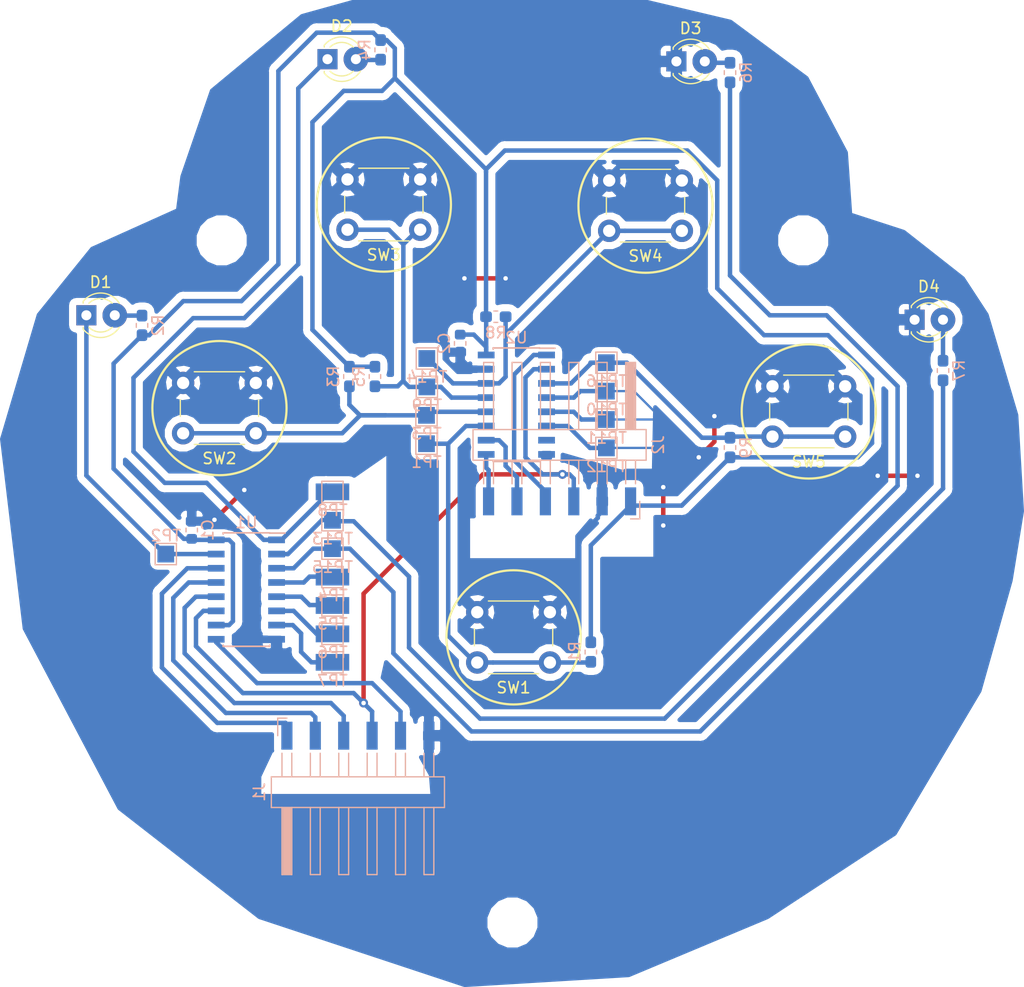
<source format=kicad_pcb>
(kicad_pcb (version 20171130) (host pcbnew "(5.0.0-3-g5ebb6b6)")

  (general
    (thickness 1.6)
    (drawings 42)
    (tracks 280)
    (zones 0)
    (modules 43)
    (nets 28)
  )

  (page A4)
  (layers
    (0 F.Cu signal)
    (31 B.Cu signal)
    (32 B.Adhes user)
    (33 F.Adhes user)
    (34 B.Paste user)
    (35 F.Paste user)
    (36 B.SilkS user)
    (37 F.SilkS user)
    (38 B.Mask user)
    (39 F.Mask user)
    (40 Dwgs.User user hide)
    (41 Cmts.User user)
    (42 Eco1.User user)
    (43 Eco2.User user)
    (44 Edge.Cuts user)
    (45 Margin user)
    (46 B.CrtYd user)
    (47 F.CrtYd user)
    (48 B.Fab user)
    (49 F.Fab user)
  )

  (setup
    (last_trace_width 0.4)
    (trace_clearance 0.3)
    (zone_clearance 0.635)
    (zone_45_only no)
    (trace_min 0.2)
    (segment_width 0.2)
    (edge_width 0.2)
    (via_size 0.8)
    (via_drill 0.4)
    (via_min_size 0.4)
    (via_min_drill 0.3)
    (uvia_size 0.3)
    (uvia_drill 0.1)
    (uvias_allowed no)
    (uvia_min_size 0.2)
    (uvia_min_drill 0.1)
    (pcb_text_width 0.3)
    (pcb_text_size 1.5 1.5)
    (mod_edge_width 0.15)
    (mod_text_size 1 1)
    (mod_text_width 0.15)
    (pad_size 3 1.5)
    (pad_drill 0)
    (pad_to_mask_clearance 0.2)
    (aux_axis_origin 0 0)
    (grid_origin 144.9 148.5)
    (visible_elements FFFDEF7F)
    (pcbplotparams
      (layerselection 0x010fc_ffffffff)
      (usegerberextensions false)
      (usegerberattributes false)
      (usegerberadvancedattributes false)
      (creategerberjobfile false)
      (excludeedgelayer true)
      (linewidth 0.100000)
      (plotframeref false)
      (viasonmask false)
      (mode 1)
      (useauxorigin false)
      (hpglpennumber 1)
      (hpglpenspeed 20)
      (hpglpendiameter 15.000000)
      (psnegative false)
      (psa4output false)
      (plotreference true)
      (plotvalue true)
      (plotinvisibletext false)
      (padsonsilk false)
      (subtractmaskfromsilk false)
      (outputformat 1)
      (mirror false)
      (drillshape 1)
      (scaleselection 1)
      (outputdirectory ""))
  )

  (net 0 "")
  (net 1 "Net-(D1-Pad2)")
  (net 2 "Net-(D2-Pad2)")
  (net 3 LED1_LOW)
  (net 4 GND)
  (net 5 "Net-(D3-Pad2)")
  (net 6 "Net-(D4-Pad2)")
  (net 7 VCC)
  (net 8 SW1)
  (net 9 SW2)
  (net 10 SW3)
  (net 11 SW4)
  (net 12 LED3_HIGH)
  (net 13 LED4_HIGH)
  (net 14 LED2_LOW)
  (net 15 SW5)
  (net 16 MISO)
  (net 17 MOSI)
  (net 18 LED_DIM_PWM)
  (net 19 OUT_LATCH)
  (net 20 CHAIN_SERIAL_OUT)
  (net 21 CHAIN_SERIAL_IN)
  (net 22 IN_LATCH)
  (net 23 "Net-(TP4-Pad1)")
  (net 24 "Net-(TP5-Pad1)")
  (net 25 "Net-(TP6-Pad1)")
  (net 26 "Net-(TP7-Pad1)")
  (net 27 CLK)

  (net_class Default "This is the default net class."
    (clearance 0.3)
    (trace_width 0.4)
    (via_dia 0.8)
    (via_drill 0.4)
    (uvia_dia 0.3)
    (uvia_drill 0.1)
    (add_net CHAIN_SERIAL_IN)
    (add_net CHAIN_SERIAL_OUT)
    (add_net CLK)
    (add_net GND)
    (add_net IN_LATCH)
    (add_net LED1_LOW)
    (add_net LED2_LOW)
    (add_net LED3_HIGH)
    (add_net LED4_HIGH)
    (add_net LED_DIM_PWM)
    (add_net MISO)
    (add_net MOSI)
    (add_net "Net-(D1-Pad2)")
    (add_net "Net-(D2-Pad2)")
    (add_net "Net-(D3-Pad2)")
    (add_net "Net-(D4-Pad2)")
    (add_net "Net-(TP4-Pad1)")
    (add_net "Net-(TP5-Pad1)")
    (add_net "Net-(TP6-Pad1)")
    (add_net "Net-(TP7-Pad1)")
    (add_net OUT_LATCH)
    (add_net SW1)
    (add_net SW2)
    (add_net SW3)
    (add_net SW4)
    (add_net SW5)
    (add_net VCC)
  )

  (module Connector_Harwin:Harwin_M20-89006xx_1x06_P2.54mm_Horizontal (layer B.Cu) (tedit 5B154A07) (tstamp 5BFD03A7)
    (at 61.08 93.319 270)
    (descr "Harwin Male Horizontal Surface Mount Single Row 2.54mm (0.1 inch) Pitch PCB Connector, M20-89006xx, 6 Pins per row (https://cdn.harwin.com/pdfs/M20-890.pdf), generated with kicad-footprint-generator")
    (tags "connector Harwin M20-890 horizontal")
    (path /5BFDAF66)
    (attr smd)
    (fp_text reference J1 (at -0.48 8.82 270) (layer B.SilkS)
      (effects (font (size 1 1) (thickness 0.15)) (justify mirror))
    )
    (fp_text value SWITCH (at -0.48 -8.82 270) (layer B.Fab)
      (effects (font (size 1 1) (thickness 0.15)) (justify mirror))
    )
    (fp_line (start -1.725 6.67) (end -6.425 6.67) (layer B.Fab) (width 0.1))
    (fp_line (start -6.425 6.67) (end -6.425 6.03) (layer B.Fab) (width 0.1))
    (fp_line (start -6.425 6.03) (end -1.725 6.03) (layer B.Fab) (width 0.1))
    (fp_line (start 0.775 6.67) (end 6.775 6.67) (layer B.Fab) (width 0.1))
    (fp_line (start 6.775 6.67) (end 6.775 6.03) (layer B.Fab) (width 0.1))
    (fp_line (start 6.775 6.03) (end 0.775 6.03) (layer B.Fab) (width 0.1))
    (fp_line (start -1.725 4.13) (end -6.425 4.13) (layer B.Fab) (width 0.1))
    (fp_line (start -6.425 4.13) (end -6.425 3.49) (layer B.Fab) (width 0.1))
    (fp_line (start -6.425 3.49) (end -1.725 3.49) (layer B.Fab) (width 0.1))
    (fp_line (start 0.775 4.13) (end 6.775 4.13) (layer B.Fab) (width 0.1))
    (fp_line (start 6.775 4.13) (end 6.775 3.49) (layer B.Fab) (width 0.1))
    (fp_line (start 6.775 3.49) (end 0.775 3.49) (layer B.Fab) (width 0.1))
    (fp_line (start -1.725 1.59) (end -6.425 1.59) (layer B.Fab) (width 0.1))
    (fp_line (start -6.425 1.59) (end -6.425 0.95) (layer B.Fab) (width 0.1))
    (fp_line (start -6.425 0.95) (end -1.725 0.95) (layer B.Fab) (width 0.1))
    (fp_line (start 0.775 1.59) (end 6.775 1.59) (layer B.Fab) (width 0.1))
    (fp_line (start 6.775 1.59) (end 6.775 0.95) (layer B.Fab) (width 0.1))
    (fp_line (start 6.775 0.95) (end 0.775 0.95) (layer B.Fab) (width 0.1))
    (fp_line (start -1.725 -0.95) (end -6.425 -0.95) (layer B.Fab) (width 0.1))
    (fp_line (start -6.425 -0.95) (end -6.425 -1.59) (layer B.Fab) (width 0.1))
    (fp_line (start -6.425 -1.59) (end -1.725 -1.59) (layer B.Fab) (width 0.1))
    (fp_line (start 0.775 -0.95) (end 6.775 -0.95) (layer B.Fab) (width 0.1))
    (fp_line (start 6.775 -0.95) (end 6.775 -1.59) (layer B.Fab) (width 0.1))
    (fp_line (start 6.775 -1.59) (end 0.775 -1.59) (layer B.Fab) (width 0.1))
    (fp_line (start -1.725 -3.49) (end -6.425 -3.49) (layer B.Fab) (width 0.1))
    (fp_line (start -6.425 -3.49) (end -6.425 -4.13) (layer B.Fab) (width 0.1))
    (fp_line (start -6.425 -4.13) (end -1.725 -4.13) (layer B.Fab) (width 0.1))
    (fp_line (start 0.775 -3.49) (end 6.775 -3.49) (layer B.Fab) (width 0.1))
    (fp_line (start 6.775 -3.49) (end 6.775 -4.13) (layer B.Fab) (width 0.1))
    (fp_line (start 6.775 -4.13) (end 0.775 -4.13) (layer B.Fab) (width 0.1))
    (fp_line (start -1.725 -6.03) (end -6.425 -6.03) (layer B.Fab) (width 0.1))
    (fp_line (start -6.425 -6.03) (end -6.425 -6.67) (layer B.Fab) (width 0.1))
    (fp_line (start -6.425 -6.67) (end -1.725 -6.67) (layer B.Fab) (width 0.1))
    (fp_line (start 0.775 -6.03) (end 6.775 -6.03) (layer B.Fab) (width 0.1))
    (fp_line (start 6.775 -6.03) (end 6.775 -6.67) (layer B.Fab) (width 0.1))
    (fp_line (start 6.775 -6.67) (end 0.775 -6.67) (layer B.Fab) (width 0.1))
    (fp_line (start -1.725 7.22) (end -1.325 7.62) (layer B.Fab) (width 0.1))
    (fp_line (start -1.325 7.62) (end 0.775 7.62) (layer B.Fab) (width 0.1))
    (fp_line (start 0.775 7.62) (end 0.775 -7.62) (layer B.Fab) (width 0.1))
    (fp_line (start 0.775 -7.62) (end -1.725 -7.62) (layer B.Fab) (width 0.1))
    (fp_line (start -1.725 -7.62) (end -1.725 7.22) (layer B.Fab) (width 0.1))
    (fp_line (start -1.845 7.74) (end 0.895 7.74) (layer B.SilkS) (width 0.12))
    (fp_line (start 0.895 7.74) (end 0.895 -7.74) (layer B.SilkS) (width 0.12))
    (fp_line (start 0.895 -7.74) (end -1.845 -7.74) (layer B.SilkS) (width 0.12))
    (fp_line (start -1.845 -7.74) (end -1.845 7.74) (layer B.SilkS) (width 0.12))
    (fp_line (start -3.955 6.79) (end -1.845 6.79) (layer B.SilkS) (width 0.12))
    (fp_line (start -3.955 5.91) (end -1.845 5.91) (layer B.SilkS) (width 0.12))
    (fp_line (start 0.895 6.79) (end 6.895 6.79) (layer B.SilkS) (width 0.12))
    (fp_line (start 6.895 6.79) (end 6.895 5.91) (layer B.SilkS) (width 0.12))
    (fp_line (start 6.895 5.91) (end 0.895 5.91) (layer B.SilkS) (width 0.12))
    (fp_line (start -3.955 4.25) (end -1.845 4.25) (layer B.SilkS) (width 0.12))
    (fp_line (start -3.955 3.37) (end -1.845 3.37) (layer B.SilkS) (width 0.12))
    (fp_line (start 0.895 4.25) (end 6.895 4.25) (layer B.SilkS) (width 0.12))
    (fp_line (start 6.895 4.25) (end 6.895 3.37) (layer B.SilkS) (width 0.12))
    (fp_line (start 6.895 3.37) (end 0.895 3.37) (layer B.SilkS) (width 0.12))
    (fp_line (start -3.955 1.71) (end -1.845 1.71) (layer B.SilkS) (width 0.12))
    (fp_line (start -3.955 0.83) (end -1.845 0.83) (layer B.SilkS) (width 0.12))
    (fp_line (start 0.895 1.71) (end 6.895 1.71) (layer B.SilkS) (width 0.12))
    (fp_line (start 6.895 1.71) (end 6.895 0.83) (layer B.SilkS) (width 0.12))
    (fp_line (start 6.895 0.83) (end 0.895 0.83) (layer B.SilkS) (width 0.12))
    (fp_line (start -3.955 -0.83) (end -1.845 -0.83) (layer B.SilkS) (width 0.12))
    (fp_line (start -3.955 -1.71) (end -1.845 -1.71) (layer B.SilkS) (width 0.12))
    (fp_line (start 0.895 -0.83) (end 6.895 -0.83) (layer B.SilkS) (width 0.12))
    (fp_line (start 6.895 -0.83) (end 6.895 -1.71) (layer B.SilkS) (width 0.12))
    (fp_line (start 6.895 -1.71) (end 0.895 -1.71) (layer B.SilkS) (width 0.12))
    (fp_line (start -3.955 -3.37) (end -1.845 -3.37) (layer B.SilkS) (width 0.12))
    (fp_line (start -3.955 -4.25) (end -1.845 -4.25) (layer B.SilkS) (width 0.12))
    (fp_line (start 0.895 -3.37) (end 6.895 -3.37) (layer B.SilkS) (width 0.12))
    (fp_line (start 6.895 -3.37) (end 6.895 -4.25) (layer B.SilkS) (width 0.12))
    (fp_line (start 6.895 -4.25) (end 0.895 -4.25) (layer B.SilkS) (width 0.12))
    (fp_line (start -3.955 -5.91) (end -1.845 -5.91) (layer B.SilkS) (width 0.12))
    (fp_line (start -3.955 -6.79) (end -1.845 -6.79) (layer B.SilkS) (width 0.12))
    (fp_line (start 0.895 -5.91) (end 6.895 -5.91) (layer B.SilkS) (width 0.12))
    (fp_line (start 6.895 -5.91) (end 6.895 -6.79) (layer B.SilkS) (width 0.12))
    (fp_line (start 6.895 -6.79) (end 0.895 -6.79) (layer B.SilkS) (width 0.12))
    (fp_line (start -7.095 6.35) (end -7.095 7.17) (layer B.SilkS) (width 0.12))
    (fp_line (start -7.095 7.17) (end -5.525 7.17) (layer B.SilkS) (width 0.12))
    (fp_line (start -7.28 8.12) (end 7.28 8.12) (layer B.CrtYd) (width 0.05))
    (fp_line (start 7.28 8.12) (end 7.28 -8.12) (layer B.CrtYd) (width 0.05))
    (fp_line (start 7.28 -8.12) (end -7.28 -8.12) (layer B.CrtYd) (width 0.05))
    (fp_line (start -7.28 -8.12) (end -7.28 8.12) (layer B.CrtYd) (width 0.05))
    (fp_text user %R (at -0.48 0 180) (layer B.Fab)
      (effects (font (size 1 1) (thickness 0.15)) (justify mirror))
    )
    (pad 1 smd rect (at -5.525 6.35 270) (size 2.5 1) (layers B.Cu B.Paste B.Mask)
      (net 17 MOSI))
    (pad 2 smd rect (at -5.525 3.81 270) (size 2.5 1) (layers B.Cu B.Paste B.Mask)
      (net 18 LED_DIM_PWM))
    (pad 3 smd rect (at -5.525 1.27 270) (size 2.5 1) (layers B.Cu B.Paste B.Mask)
      (net 19 OUT_LATCH))
    (pad 4 smd rect (at -5.525 -1.27 270) (size 2.5 1) (layers B.Cu B.Paste B.Mask)
      (net 27 CLK))
    (pad 5 smd rect (at -5.525 -3.81 270) (size 2.5 1) (layers B.Cu B.Paste B.Mask)
      (net 20 CHAIN_SERIAL_OUT))
    (pad 6 smd rect (at -5.525 -6.35 270) (size 2.5 1) (layers B.Cu B.Paste B.Mask)
      (net 4 GND))
    (pad "" smd rect (at 3.895 6.35 270) (size 6 0.76) (layers B.SilkS))
    (model ${KISYS3DMOD}/Connector_Harwin.3dshapes/Harwin_M20-89006xx_1x06_P2.54mm_Horizontal.wrl
      (at (xyz 0 0 0))
      (scale (xyz 1 1 1))
      (rotate (xyz 0 0 0))
    )
  )

  (module Package_SO:SOIC-16_3.9x9.9mm_P1.27mm (layer B.Cu) (tedit 5A02F2D3) (tstamp 5BFD0044)
    (at 51.106889 74.729023 180)
    (descr "16-Lead Plastic Small Outline (SL) - Narrow, 3.90 mm Body [SOIC] (see Microchip Packaging Specification 00000049BS.pdf)")
    (tags "SOIC 1.27")
    (path /5BFA5CB2)
    (attr smd)
    (fp_text reference U1 (at 0 6 180) (layer B.SilkS)
      (effects (font (size 1 1) (thickness 0.15)) (justify mirror))
    )
    (fp_text value 74HC595 (at 0 -6 180) (layer B.Fab)
      (effects (font (size 1 1) (thickness 0.15)) (justify mirror))
    )
    (fp_line (start -2.075 5.05) (end -3.45 5.05) (layer B.SilkS) (width 0.15))
    (fp_line (start -2.075 -5.075) (end 2.075 -5.075) (layer B.SilkS) (width 0.15))
    (fp_line (start -2.075 5.075) (end 2.075 5.075) (layer B.SilkS) (width 0.15))
    (fp_line (start -2.075 -5.075) (end -2.075 -4.97) (layer B.SilkS) (width 0.15))
    (fp_line (start 2.075 -5.075) (end 2.075 -4.97) (layer B.SilkS) (width 0.15))
    (fp_line (start 2.075 5.075) (end 2.075 4.97) (layer B.SilkS) (width 0.15))
    (fp_line (start -2.075 5.075) (end -2.075 5.05) (layer B.SilkS) (width 0.15))
    (fp_line (start -3.7 -5.25) (end 3.7 -5.25) (layer B.CrtYd) (width 0.05))
    (fp_line (start -3.7 5.25) (end 3.7 5.25) (layer B.CrtYd) (width 0.05))
    (fp_line (start 3.7 5.25) (end 3.7 -5.25) (layer B.CrtYd) (width 0.05))
    (fp_line (start -3.7 5.25) (end -3.7 -5.25) (layer B.CrtYd) (width 0.05))
    (fp_line (start -1.95 3.95) (end -0.95 4.95) (layer B.Fab) (width 0.15))
    (fp_line (start -1.95 -4.95) (end -1.95 3.95) (layer B.Fab) (width 0.15))
    (fp_line (start 1.95 -4.95) (end -1.95 -4.95) (layer B.Fab) (width 0.15))
    (fp_line (start 1.95 4.95) (end 1.95 -4.95) (layer B.Fab) (width 0.15))
    (fp_line (start -0.95 4.95) (end 1.95 4.95) (layer B.Fab) (width 0.15))
    (fp_text user %R (at 0 0 180) (layer B.Fab)
      (effects (font (size 0.9 0.9) (thickness 0.135)) (justify mirror))
    )
    (pad 16 smd rect (at 2.7 4.445 180) (size 1.5 0.6) (layers B.Cu B.Paste B.Mask)
      (net 7 VCC))
    (pad 15 smd rect (at 2.7 3.175 180) (size 1.5 0.6) (layers B.Cu B.Paste B.Mask)
      (net 3 LED1_LOW))
    (pad 14 smd rect (at 2.7 1.905 180) (size 1.5 0.6) (layers B.Cu B.Paste B.Mask)
      (net 17 MOSI))
    (pad 13 smd rect (at 2.7 0.635 180) (size 1.5 0.6) (layers B.Cu B.Paste B.Mask)
      (net 18 LED_DIM_PWM))
    (pad 12 smd rect (at 2.7 -0.635 180) (size 1.5 0.6) (layers B.Cu B.Paste B.Mask)
      (net 19 OUT_LATCH))
    (pad 11 smd rect (at 2.7 -1.905 180) (size 1.5 0.6) (layers B.Cu B.Paste B.Mask)
      (net 27 CLK))
    (pad 10 smd rect (at 2.7 -3.175 180) (size 1.5 0.6) (layers B.Cu B.Paste B.Mask)
      (net 7 VCC))
    (pad 9 smd rect (at 2.7 -4.445 180) (size 1.5 0.6) (layers B.Cu B.Paste B.Mask)
      (net 20 CHAIN_SERIAL_OUT))
    (pad 8 smd rect (at -2.7 -4.445 180) (size 1.5 0.6) (layers B.Cu B.Paste B.Mask)
      (net 4 GND))
    (pad 7 smd rect (at -2.7 -3.175 180) (size 1.5 0.6) (layers B.Cu B.Paste B.Mask)
      (net 26 "Net-(TP7-Pad1)"))
    (pad 6 smd rect (at -2.7 -1.905 180) (size 1.5 0.6) (layers B.Cu B.Paste B.Mask)
      (net 25 "Net-(TP6-Pad1)"))
    (pad 5 smd rect (at -2.7 -0.635 180) (size 1.5 0.6) (layers B.Cu B.Paste B.Mask)
      (net 24 "Net-(TP5-Pad1)"))
    (pad 4 smd rect (at -2.7 0.635 180) (size 1.5 0.6) (layers B.Cu B.Paste B.Mask)
      (net 23 "Net-(TP4-Pad1)"))
    (pad 3 smd rect (at -2.7 1.905 180) (size 1.5 0.6) (layers B.Cu B.Paste B.Mask)
      (net 13 LED4_HIGH))
    (pad 2 smd rect (at -2.7 3.175 180) (size 1.5 0.6) (layers B.Cu B.Paste B.Mask)
      (net 12 LED3_HIGH))
    (pad 1 smd rect (at -2.7 4.445 180) (size 1.5 0.6) (layers B.Cu B.Paste B.Mask)
      (net 14 LED2_LOW))
    (model ${KISYS3DMOD}/Package_SO.3dshapes/SOIC-16_3.9x9.9mm_P1.27mm.wrl
      (at (xyz 0 0 0))
      (scale (xyz 1 1 1))
      (rotate (xyz 0 0 0))
    )
  )

  (module Resistor_SMD:R_0603_1608Metric_Pad1.05x0.95mm_HandSolder (layer B.Cu) (tedit 5B301BBD) (tstamp 5C07CDF9)
    (at 113.404 55.141 90)
    (descr "Resistor SMD 0603 (1608 Metric), square (rectangular) end terminal, IPC_7351 nominal with elongated pad for handsoldering. (Body size source: http://www.tortai-tech.com/upload/download/2011102023233369053.pdf), generated with kicad-footprint-generator")
    (tags "resistor handsolder")
    (path /5BEF38C6)
    (attr smd)
    (fp_text reference R7 (at 0 1.43 90) (layer B.SilkS)
      (effects (font (size 1 1) (thickness 0.15)) (justify mirror))
    )
    (fp_text value R (at 0 -1.43 90) (layer B.Fab)
      (effects (font (size 1 1) (thickness 0.15)) (justify mirror))
    )
    (fp_text user %R (at 0 0 90) (layer B.Fab)
      (effects (font (size 0.4 0.4) (thickness 0.06)) (justify mirror))
    )
    (fp_line (start 1.65 -0.73) (end -1.65 -0.73) (layer B.CrtYd) (width 0.05))
    (fp_line (start 1.65 0.73) (end 1.65 -0.73) (layer B.CrtYd) (width 0.05))
    (fp_line (start -1.65 0.73) (end 1.65 0.73) (layer B.CrtYd) (width 0.05))
    (fp_line (start -1.65 -0.73) (end -1.65 0.73) (layer B.CrtYd) (width 0.05))
    (fp_line (start -0.171267 -0.51) (end 0.171267 -0.51) (layer B.SilkS) (width 0.12))
    (fp_line (start -0.171267 0.51) (end 0.171267 0.51) (layer B.SilkS) (width 0.12))
    (fp_line (start 0.8 -0.4) (end -0.8 -0.4) (layer B.Fab) (width 0.1))
    (fp_line (start 0.8 0.4) (end 0.8 -0.4) (layer B.Fab) (width 0.1))
    (fp_line (start -0.8 0.4) (end 0.8 0.4) (layer B.Fab) (width 0.1))
    (fp_line (start -0.8 -0.4) (end -0.8 0.4) (layer B.Fab) (width 0.1))
    (pad 2 smd roundrect (at 0.875 0 90) (size 1.05 0.95) (layers B.Cu B.Paste B.Mask) (roundrect_rratio 0.25)
      (net 6 "Net-(D4-Pad2)"))
    (pad 1 smd roundrect (at -0.875 0 90) (size 1.05 0.95) (layers B.Cu B.Paste B.Mask) (roundrect_rratio 0.25)
      (net 13 LED4_HIGH))
    (model ${KISYS3DMOD}/Resistor_SMD.3dshapes/R_0603_1608Metric.wrl
      (at (xyz 0 0 0))
      (scale (xyz 1 1 1))
      (rotate (xyz 0 0 0))
    )
  )

  (module Resistor_SMD:R_0603_1608Metric_Pad1.05x0.95mm_HandSolder (layer B.Cu) (tedit 5B301BBD) (tstamp 5C07CD93)
    (at 81.908 80.315 270)
    (descr "Resistor SMD 0603 (1608 Metric), square (rectangular) end terminal, IPC_7351 nominal with elongated pad for handsoldering. (Body size source: http://www.tortai-tech.com/upload/download/2011102023233369053.pdf), generated with kicad-footprint-generator")
    (tags "resistor handsolder")
    (path /5BEF1921)
    (attr smd)
    (fp_text reference R1 (at 0 1.43 270) (layer B.SilkS)
      (effects (font (size 1 1) (thickness 0.15)) (justify mirror))
    )
    (fp_text value 10k (at 0 -1.43 270) (layer B.Fab)
      (effects (font (size 1 1) (thickness 0.15)) (justify mirror))
    )
    (fp_line (start -0.8 -0.4) (end -0.8 0.4) (layer B.Fab) (width 0.1))
    (fp_line (start -0.8 0.4) (end 0.8 0.4) (layer B.Fab) (width 0.1))
    (fp_line (start 0.8 0.4) (end 0.8 -0.4) (layer B.Fab) (width 0.1))
    (fp_line (start 0.8 -0.4) (end -0.8 -0.4) (layer B.Fab) (width 0.1))
    (fp_line (start -0.171267 0.51) (end 0.171267 0.51) (layer B.SilkS) (width 0.12))
    (fp_line (start -0.171267 -0.51) (end 0.171267 -0.51) (layer B.SilkS) (width 0.12))
    (fp_line (start -1.65 -0.73) (end -1.65 0.73) (layer B.CrtYd) (width 0.05))
    (fp_line (start -1.65 0.73) (end 1.65 0.73) (layer B.CrtYd) (width 0.05))
    (fp_line (start 1.65 0.73) (end 1.65 -0.73) (layer B.CrtYd) (width 0.05))
    (fp_line (start 1.65 -0.73) (end -1.65 -0.73) (layer B.CrtYd) (width 0.05))
    (fp_text user %R (at 0 0 270) (layer B.Fab)
      (effects (font (size 0.4 0.4) (thickness 0.06)) (justify mirror))
    )
    (pad 1 smd roundrect (at -0.875 0 270) (size 1.05 0.95) (layers B.Cu B.Paste B.Mask) (roundrect_rratio 0.25)
      (net 7 VCC))
    (pad 2 smd roundrect (at 0.875 0 270) (size 1.05 0.95) (layers B.Cu B.Paste B.Mask) (roundrect_rratio 0.25)
      (net 8 SW1))
    (model ${KISYS3DMOD}/Resistor_SMD.3dshapes/R_0603_1608Metric.wrl
      (at (xyz 0 0 0))
      (scale (xyz 1 1 1))
      (rotate (xyz 0 0 0))
    )
  )

  (module Resistor_SMD:R_0603_1608Metric_Pad1.05x0.95mm_HandSolder (layer B.Cu) (tedit 5B301BBD) (tstamp 5C07CDA4)
    (at 41.776 51.105 90)
    (descr "Resistor SMD 0603 (1608 Metric), square (rectangular) end terminal, IPC_7351 nominal with elongated pad for handsoldering. (Body size source: http://www.tortai-tech.com/upload/download/2011102023233369053.pdf), generated with kicad-footprint-generator")
    (tags "resistor handsolder")
    (path /5BEF1DB2)
    (attr smd)
    (fp_text reference R2 (at 0 1.43 90) (layer B.SilkS)
      (effects (font (size 1 1) (thickness 0.15)) (justify mirror))
    )
    (fp_text value R (at 0 -1.43 90) (layer B.Fab)
      (effects (font (size 1 1) (thickness 0.15)) (justify mirror))
    )
    (fp_text user %R (at 0 0 90) (layer B.Fab)
      (effects (font (size 0.4 0.4) (thickness 0.06)) (justify mirror))
    )
    (fp_line (start 1.65 -0.73) (end -1.65 -0.73) (layer B.CrtYd) (width 0.05))
    (fp_line (start 1.65 0.73) (end 1.65 -0.73) (layer B.CrtYd) (width 0.05))
    (fp_line (start -1.65 0.73) (end 1.65 0.73) (layer B.CrtYd) (width 0.05))
    (fp_line (start -1.65 -0.73) (end -1.65 0.73) (layer B.CrtYd) (width 0.05))
    (fp_line (start -0.171267 -0.51) (end 0.171267 -0.51) (layer B.SilkS) (width 0.12))
    (fp_line (start -0.171267 0.51) (end 0.171267 0.51) (layer B.SilkS) (width 0.12))
    (fp_line (start 0.8 -0.4) (end -0.8 -0.4) (layer B.Fab) (width 0.1))
    (fp_line (start 0.8 0.4) (end 0.8 -0.4) (layer B.Fab) (width 0.1))
    (fp_line (start -0.8 0.4) (end 0.8 0.4) (layer B.Fab) (width 0.1))
    (fp_line (start -0.8 -0.4) (end -0.8 0.4) (layer B.Fab) (width 0.1))
    (pad 2 smd roundrect (at 0.875 0 90) (size 1.05 0.95) (layers B.Cu B.Paste B.Mask) (roundrect_rratio 0.25)
      (net 1 "Net-(D1-Pad2)"))
    (pad 1 smd roundrect (at -0.875 0 90) (size 1.05 0.95) (layers B.Cu B.Paste B.Mask) (roundrect_rratio 0.25)
      (net 7 VCC))
    (model ${KISYS3DMOD}/Resistor_SMD.3dshapes/R_0603_1608Metric.wrl
      (at (xyz 0 0 0))
      (scale (xyz 1 1 1))
      (rotate (xyz 0 0 0))
    )
  )

  (module Resistor_SMD:R_0603_1608Metric_Pad1.05x0.95mm_HandSolder (layer B.Cu) (tedit 5B301BBD) (tstamp 5C009BCE)
    (at 60.318 55.677 270)
    (descr "Resistor SMD 0603 (1608 Metric), square (rectangular) end terminal, IPC_7351 nominal with elongated pad for handsoldering. (Body size source: http://www.tortai-tech.com/upload/download/2011102023233369053.pdf), generated with kicad-footprint-generator")
    (tags "resistor handsolder")
    (path /5BEF205C)
    (attr smd)
    (fp_text reference R3 (at 0 1.43 270) (layer B.SilkS)
      (effects (font (size 1 1) (thickness 0.15)) (justify mirror))
    )
    (fp_text value 10k (at 0 -1.43 270) (layer B.Fab)
      (effects (font (size 1 1) (thickness 0.15)) (justify mirror))
    )
    (fp_line (start -0.8 -0.4) (end -0.8 0.4) (layer B.Fab) (width 0.1))
    (fp_line (start -0.8 0.4) (end 0.8 0.4) (layer B.Fab) (width 0.1))
    (fp_line (start 0.8 0.4) (end 0.8 -0.4) (layer B.Fab) (width 0.1))
    (fp_line (start 0.8 -0.4) (end -0.8 -0.4) (layer B.Fab) (width 0.1))
    (fp_line (start -0.171267 0.51) (end 0.171267 0.51) (layer B.SilkS) (width 0.12))
    (fp_line (start -0.171267 -0.51) (end 0.171267 -0.51) (layer B.SilkS) (width 0.12))
    (fp_line (start -1.65 -0.73) (end -1.65 0.73) (layer B.CrtYd) (width 0.05))
    (fp_line (start -1.65 0.73) (end 1.65 0.73) (layer B.CrtYd) (width 0.05))
    (fp_line (start 1.65 0.73) (end 1.65 -0.73) (layer B.CrtYd) (width 0.05))
    (fp_line (start 1.65 -0.73) (end -1.65 -0.73) (layer B.CrtYd) (width 0.05))
    (fp_text user %R (at 0 0 270) (layer B.Fab)
      (effects (font (size 0.4 0.4) (thickness 0.06)) (justify mirror))
    )
    (pad 1 smd roundrect (at -0.875 0 270) (size 1.05 0.95) (layers B.Cu B.Paste B.Mask) (roundrect_rratio 0.25)
      (net 7 VCC))
    (pad 2 smd roundrect (at 0.875 0 270) (size 1.05 0.95) (layers B.Cu B.Paste B.Mask) (roundrect_rratio 0.25)
      (net 9 SW2))
    (model ${KISYS3DMOD}/Resistor_SMD.3dshapes/R_0603_1608Metric.wrl
      (at (xyz 0 0 0))
      (scale (xyz 1 1 1))
      (rotate (xyz 0 0 0))
    )
  )

  (module Resistor_SMD:R_0603_1608Metric_Pad1.05x0.95mm_HandSolder (layer B.Cu) (tedit 5B301BBD) (tstamp 5C009B9E)
    (at 63.112 26.467 270)
    (descr "Resistor SMD 0603 (1608 Metric), square (rectangular) end terminal, IPC_7351 nominal with elongated pad for handsoldering. (Body size source: http://www.tortai-tech.com/upload/download/2011102023233369053.pdf), generated with kicad-footprint-generator")
    (tags "resistor handsolder")
    (path /5BEF2075)
    (attr smd)
    (fp_text reference R4 (at 0 1.43 270) (layer B.SilkS)
      (effects (font (size 1 1) (thickness 0.15)) (justify mirror))
    )
    (fp_text value R (at 0 -1.43 270) (layer B.Fab)
      (effects (font (size 1 1) (thickness 0.15)) (justify mirror))
    )
    (fp_text user %R (at 0 0 270) (layer B.Fab)
      (effects (font (size 0.4 0.4) (thickness 0.06)) (justify mirror))
    )
    (fp_line (start 1.65 -0.73) (end -1.65 -0.73) (layer B.CrtYd) (width 0.05))
    (fp_line (start 1.65 0.73) (end 1.65 -0.73) (layer B.CrtYd) (width 0.05))
    (fp_line (start -1.65 0.73) (end 1.65 0.73) (layer B.CrtYd) (width 0.05))
    (fp_line (start -1.65 -0.73) (end -1.65 0.73) (layer B.CrtYd) (width 0.05))
    (fp_line (start -0.171267 -0.51) (end 0.171267 -0.51) (layer B.SilkS) (width 0.12))
    (fp_line (start -0.171267 0.51) (end 0.171267 0.51) (layer B.SilkS) (width 0.12))
    (fp_line (start 0.8 -0.4) (end -0.8 -0.4) (layer B.Fab) (width 0.1))
    (fp_line (start 0.8 0.4) (end 0.8 -0.4) (layer B.Fab) (width 0.1))
    (fp_line (start -0.8 0.4) (end 0.8 0.4) (layer B.Fab) (width 0.1))
    (fp_line (start -0.8 -0.4) (end -0.8 0.4) (layer B.Fab) (width 0.1))
    (pad 2 smd roundrect (at 0.875 0 270) (size 1.05 0.95) (layers B.Cu B.Paste B.Mask) (roundrect_rratio 0.25)
      (net 2 "Net-(D2-Pad2)"))
    (pad 1 smd roundrect (at -0.875 0 270) (size 1.05 0.95) (layers B.Cu B.Paste B.Mask) (roundrect_rratio 0.25)
      (net 7 VCC))
    (model ${KISYS3DMOD}/Resistor_SMD.3dshapes/R_0603_1608Metric.wrl
      (at (xyz 0 0 0))
      (scale (xyz 1 1 1))
      (rotate (xyz 0 0 0))
    )
  )

  (module Resistor_SMD:R_0603_1608Metric_Pad1.05x0.95mm_HandSolder (layer B.Cu) (tedit 5B301BBD) (tstamp 5C07CDD7)
    (at 62.604 55.677 270)
    (descr "Resistor SMD 0603 (1608 Metric), square (rectangular) end terminal, IPC_7351 nominal with elongated pad for handsoldering. (Body size source: http://www.tortai-tech.com/upload/download/2011102023233369053.pdf), generated with kicad-footprint-generator")
    (tags "resistor handsolder")
    (path /5BEF2293)
    (attr smd)
    (fp_text reference R5 (at 0 1.43 270) (layer B.SilkS)
      (effects (font (size 1 1) (thickness 0.15)) (justify mirror))
    )
    (fp_text value 10k (at 0 -1.43 270) (layer B.Fab)
      (effects (font (size 1 1) (thickness 0.15)) (justify mirror))
    )
    (fp_line (start -0.8 -0.4) (end -0.8 0.4) (layer B.Fab) (width 0.1))
    (fp_line (start -0.8 0.4) (end 0.8 0.4) (layer B.Fab) (width 0.1))
    (fp_line (start 0.8 0.4) (end 0.8 -0.4) (layer B.Fab) (width 0.1))
    (fp_line (start 0.8 -0.4) (end -0.8 -0.4) (layer B.Fab) (width 0.1))
    (fp_line (start -0.171267 0.51) (end 0.171267 0.51) (layer B.SilkS) (width 0.12))
    (fp_line (start -0.171267 -0.51) (end 0.171267 -0.51) (layer B.SilkS) (width 0.12))
    (fp_line (start -1.65 -0.73) (end -1.65 0.73) (layer B.CrtYd) (width 0.05))
    (fp_line (start -1.65 0.73) (end 1.65 0.73) (layer B.CrtYd) (width 0.05))
    (fp_line (start 1.65 0.73) (end 1.65 -0.73) (layer B.CrtYd) (width 0.05))
    (fp_line (start 1.65 -0.73) (end -1.65 -0.73) (layer B.CrtYd) (width 0.05))
    (fp_text user %R (at 0 0 270) (layer B.Fab)
      (effects (font (size 0.4 0.4) (thickness 0.06)) (justify mirror))
    )
    (pad 1 smd roundrect (at -0.875 0 270) (size 1.05 0.95) (layers B.Cu B.Paste B.Mask) (roundrect_rratio 0.25)
      (net 7 VCC))
    (pad 2 smd roundrect (at 0.875 0 270) (size 1.05 0.95) (layers B.Cu B.Paste B.Mask) (roundrect_rratio 0.25)
      (net 10 SW3))
    (model ${KISYS3DMOD}/Resistor_SMD.3dshapes/R_0603_1608Metric.wrl
      (at (xyz 0 0 0))
      (scale (xyz 1 1 1))
      (rotate (xyz 0 0 0))
    )
  )

  (module Resistor_SMD:R_0603_1608Metric_Pad1.05x0.95mm_HandSolder (layer B.Cu) (tedit 5B301BBD) (tstamp 5C0095D8)
    (at 94.354 28.499 90)
    (descr "Resistor SMD 0603 (1608 Metric), square (rectangular) end terminal, IPC_7351 nominal with elongated pad for handsoldering. (Body size source: http://www.tortai-tech.com/upload/download/2011102023233369053.pdf), generated with kicad-footprint-generator")
    (tags "resistor handsolder")
    (path /5BEF22AC)
    (attr smd)
    (fp_text reference R6 (at 0 1.43 90) (layer B.SilkS)
      (effects (font (size 1 1) (thickness 0.15)) (justify mirror))
    )
    (fp_text value R (at 0 -1.43 90) (layer B.Fab)
      (effects (font (size 1 1) (thickness 0.15)) (justify mirror))
    )
    (fp_text user %R (at 0 0 90) (layer B.Fab)
      (effects (font (size 0.4 0.4) (thickness 0.06)) (justify mirror))
    )
    (fp_line (start 1.65 -0.73) (end -1.65 -0.73) (layer B.CrtYd) (width 0.05))
    (fp_line (start 1.65 0.73) (end 1.65 -0.73) (layer B.CrtYd) (width 0.05))
    (fp_line (start -1.65 0.73) (end 1.65 0.73) (layer B.CrtYd) (width 0.05))
    (fp_line (start -1.65 -0.73) (end -1.65 0.73) (layer B.CrtYd) (width 0.05))
    (fp_line (start -0.171267 -0.51) (end 0.171267 -0.51) (layer B.SilkS) (width 0.12))
    (fp_line (start -0.171267 0.51) (end 0.171267 0.51) (layer B.SilkS) (width 0.12))
    (fp_line (start 0.8 -0.4) (end -0.8 -0.4) (layer B.Fab) (width 0.1))
    (fp_line (start 0.8 0.4) (end 0.8 -0.4) (layer B.Fab) (width 0.1))
    (fp_line (start -0.8 0.4) (end 0.8 0.4) (layer B.Fab) (width 0.1))
    (fp_line (start -0.8 -0.4) (end -0.8 0.4) (layer B.Fab) (width 0.1))
    (pad 2 smd roundrect (at 0.875 0 90) (size 1.05 0.95) (layers B.Cu B.Paste B.Mask) (roundrect_rratio 0.25)
      (net 5 "Net-(D3-Pad2)"))
    (pad 1 smd roundrect (at -0.875 0 90) (size 1.05 0.95) (layers B.Cu B.Paste B.Mask) (roundrect_rratio 0.25)
      (net 12 LED3_HIGH))
    (model ${KISYS3DMOD}/Resistor_SMD.3dshapes/R_0603_1608Metric.wrl
      (at (xyz 0 0 0))
      (scale (xyz 1 1 1))
      (rotate (xyz 0 0 0))
    )
  )

  (module Resistor_SMD:R_0603_1608Metric_Pad1.05x0.95mm_HandSolder (layer B.Cu) (tedit 5B301BBD) (tstamp 5C07CE0A)
    (at 73.413 50.329)
    (descr "Resistor SMD 0603 (1608 Metric), square (rectangular) end terminal, IPC_7351 nominal with elongated pad for handsoldering. (Body size source: http://www.tortai-tech.com/upload/download/2011102023233369053.pdf), generated with kicad-footprint-generator")
    (tags "resistor handsolder")
    (path /5BEF38B3)
    (attr smd)
    (fp_text reference R8 (at 0 1.43) (layer B.SilkS)
      (effects (font (size 1 1) (thickness 0.15)) (justify mirror))
    )
    (fp_text value 10k (at 0 -1.43) (layer B.Fab)
      (effects (font (size 1 1) (thickness 0.15)) (justify mirror))
    )
    (fp_line (start -0.8 -0.4) (end -0.8 0.4) (layer B.Fab) (width 0.1))
    (fp_line (start -0.8 0.4) (end 0.8 0.4) (layer B.Fab) (width 0.1))
    (fp_line (start 0.8 0.4) (end 0.8 -0.4) (layer B.Fab) (width 0.1))
    (fp_line (start 0.8 -0.4) (end -0.8 -0.4) (layer B.Fab) (width 0.1))
    (fp_line (start -0.171267 0.51) (end 0.171267 0.51) (layer B.SilkS) (width 0.12))
    (fp_line (start -0.171267 -0.51) (end 0.171267 -0.51) (layer B.SilkS) (width 0.12))
    (fp_line (start -1.65 -0.73) (end -1.65 0.73) (layer B.CrtYd) (width 0.05))
    (fp_line (start -1.65 0.73) (end 1.65 0.73) (layer B.CrtYd) (width 0.05))
    (fp_line (start 1.65 0.73) (end 1.65 -0.73) (layer B.CrtYd) (width 0.05))
    (fp_line (start 1.65 -0.73) (end -1.65 -0.73) (layer B.CrtYd) (width 0.05))
    (fp_text user %R (at 0 0) (layer B.Fab)
      (effects (font (size 0.4 0.4) (thickness 0.06)) (justify mirror))
    )
    (pad 1 smd roundrect (at -0.875 0) (size 1.05 0.95) (layers B.Cu B.Paste B.Mask) (roundrect_rratio 0.25)
      (net 7 VCC))
    (pad 2 smd roundrect (at 0.875 0) (size 1.05 0.95) (layers B.Cu B.Paste B.Mask) (roundrect_rratio 0.25)
      (net 11 SW4))
    (model ${KISYS3DMOD}/Resistor_SMD.3dshapes/R_0603_1608Metric.wrl
      (at (xyz 0 0 0))
      (scale (xyz 1 1 1))
      (rotate (xyz 0 0 0))
    )
  )

  (module Resistor_SMD:R_0603_1608Metric_Pad1.05x0.95mm_HandSolder (layer B.Cu) (tedit 5BFA6DF1) (tstamp 5C07CE1B)
    (at 94.354 62.027 90)
    (descr "Resistor SMD 0603 (1608 Metric), square (rectangular) end terminal, IPC_7351 nominal with elongated pad for handsoldering. (Body size source: http://www.tortai-tech.com/upload/download/2011102023233369053.pdf), generated with kicad-footprint-generator")
    (tags "resistor handsolder")
    (path /5BEFF80A)
    (attr smd)
    (fp_text reference R9 (at 0 1.43 90) (layer B.SilkS)
      (effects (font (size 1 1) (thickness 0.15)) (justify mirror))
    )
    (fp_text value 10k (at 0 -1.43 90) (layer B.Fab)
      (effects (font (size 1 1) (thickness 0.15)) (justify mirror))
    )
    (fp_line (start -0.8 -0.4) (end -0.8 0.4) (layer B.Fab) (width 0.1))
    (fp_line (start -0.8 0.4) (end 0.8 0.4) (layer B.Fab) (width 0.1))
    (fp_line (start 0.8 0.4) (end 0.8 -0.4) (layer B.Fab) (width 0.1))
    (fp_line (start 0.8 -0.4) (end -0.8 -0.4) (layer B.Fab) (width 0.1))
    (fp_line (start -0.171267 0.51) (end 0.171267 0.51) (layer B.SilkS) (width 0.12))
    (fp_line (start -0.171267 -0.51) (end 0.171267 -0.51) (layer B.SilkS) (width 0.12))
    (fp_line (start -1.65 -0.73) (end -1.65 0.73) (layer B.CrtYd) (width 0.05))
    (fp_line (start -1.65 0.73) (end 1.65 0.73) (layer B.CrtYd) (width 0.05))
    (fp_line (start 1.65 0.73) (end 1.65 -0.73) (layer B.CrtYd) (width 0.05))
    (fp_line (start 1.65 -0.73) (end -1.65 -0.73) (layer B.CrtYd) (width 0.05))
    (fp_text user %R (at 0.649 0 180) (layer B.Fab)
      (effects (font (size 0.4 0.4) (thickness 0.06)) (justify mirror))
    )
    (pad 1 smd roundrect (at -0.875 0 90) (size 1.05 0.95) (layers B.Cu B.Paste B.Mask) (roundrect_rratio 0.25)
      (net 7 VCC))
    (pad 2 smd roundrect (at 0.875 0 90) (size 1.05 0.95) (layers B.Cu B.Paste B.Mask) (roundrect_rratio 0.25)
      (net 15 SW5))
    (model ${KISYS3DMOD}/Resistor_SMD.3dshapes/R_0603_1608Metric.wrl
      (at (xyz 0 0 0))
      (scale (xyz 1 1 1))
      (rotate (xyz 0 0 0))
    )
  )

  (module Button_Switch_THT:SW_PUSH_6mm (layer F.Cu) (tedit 5A02FE31) (tstamp 5C009F0E)
    (at 71.75 76.75)
    (descr https://www.omron.com/ecb/products/pdf/en-b3f.pdf)
    (tags "tact sw push 6mm")
    (path /5BEF17B8)
    (fp_text reference SW1 (at 3.25 6.75) (layer F.SilkS)
      (effects (font (size 1 1) (thickness 0.15)))
    )
    (fp_text value SW_Push (at 3.75 6.7) (layer F.Fab)
      (effects (font (size 1 1) (thickness 0.15)))
    )
    (fp_text user %R (at 3.25 2.25) (layer F.Fab)
      (effects (font (size 1 1) (thickness 0.15)))
    )
    (fp_line (start 3.25 -0.75) (end 6.25 -0.75) (layer F.Fab) (width 0.1))
    (fp_line (start 6.25 -0.75) (end 6.25 5.25) (layer F.Fab) (width 0.1))
    (fp_line (start 6.25 5.25) (end 0.25 5.25) (layer F.Fab) (width 0.1))
    (fp_line (start 0.25 5.25) (end 0.25 -0.75) (layer F.Fab) (width 0.1))
    (fp_line (start 0.25 -0.75) (end 3.25 -0.75) (layer F.Fab) (width 0.1))
    (fp_line (start 7.75 6) (end 8 6) (layer F.CrtYd) (width 0.05))
    (fp_line (start 8 6) (end 8 5.75) (layer F.CrtYd) (width 0.05))
    (fp_line (start 7.75 -1.5) (end 8 -1.5) (layer F.CrtYd) (width 0.05))
    (fp_line (start 8 -1.5) (end 8 -1.25) (layer F.CrtYd) (width 0.05))
    (fp_line (start -1.5 -1.25) (end -1.5 -1.5) (layer F.CrtYd) (width 0.05))
    (fp_line (start -1.5 -1.5) (end -1.25 -1.5) (layer F.CrtYd) (width 0.05))
    (fp_line (start -1.5 5.75) (end -1.5 6) (layer F.CrtYd) (width 0.05))
    (fp_line (start -1.5 6) (end -1.25 6) (layer F.CrtYd) (width 0.05))
    (fp_line (start -1.25 -1.5) (end 7.75 -1.5) (layer F.CrtYd) (width 0.05))
    (fp_line (start -1.5 5.75) (end -1.5 -1.25) (layer F.CrtYd) (width 0.05))
    (fp_line (start 7.75 6) (end -1.25 6) (layer F.CrtYd) (width 0.05))
    (fp_line (start 8 -1.25) (end 8 5.75) (layer F.CrtYd) (width 0.05))
    (fp_line (start 1 5.5) (end 5.5 5.5) (layer F.SilkS) (width 0.12))
    (fp_line (start -0.25 1.5) (end -0.25 3) (layer F.SilkS) (width 0.12))
    (fp_line (start 5.5 -1) (end 1 -1) (layer F.SilkS) (width 0.12))
    (fp_line (start 6.75 3) (end 6.75 1.5) (layer F.SilkS) (width 0.12))
    (fp_circle (center 3.25 2.25) (end 1.25 2.5) (layer F.Fab) (width 0.1))
    (pad 2 thru_hole circle (at 0 4.5 90) (size 2 2) (drill 1.1) (layers *.Cu *.Mask)
      (net 8 SW1))
    (pad 1 thru_hole circle (at 0 0 90) (size 2 2) (drill 1.1) (layers *.Cu *.Mask)
      (net 4 GND))
    (pad 2 thru_hole circle (at 6.5 4.5 90) (size 2 2) (drill 1.1) (layers *.Cu *.Mask)
      (net 8 SW1))
    (pad 1 thru_hole circle (at 6.5 0 90) (size 2 2) (drill 1.1) (layers *.Cu *.Mask)
      (net 4 GND))
    (model ${KISYS3DMOD}/Button_Switch_THT.3dshapes/SW_PUSH_6mm.wrl
      (at (xyz 0 0 0))
      (scale (xyz 1 1 1))
      (rotate (xyz 0 0 0))
    )
  )

  (module Button_Switch_THT:SW_PUSH_6mm (layer F.Cu) (tedit 5A02FE31) (tstamp 5C02F3C3)
    (at 45.45 56.25)
    (descr https://www.omron.com/ecb/products/pdf/en-b3f.pdf)
    (tags "tact sw push 6mm")
    (path /5BEF204A)
    (fp_text reference SW2 (at 3.25 6.75) (layer F.SilkS)
      (effects (font (size 1 1) (thickness 0.15)))
    )
    (fp_text value SW_Push (at 3.75 6.7) (layer F.Fab)
      (effects (font (size 1 1) (thickness 0.15)))
    )
    (fp_circle (center 3.25 2.25) (end 1.250001 2.5) (layer F.Fab) (width 0.1))
    (fp_line (start 6.75 3) (end 6.75 1.5) (layer F.SilkS) (width 0.12))
    (fp_line (start 5.5 -1) (end 1 -1) (layer F.SilkS) (width 0.12))
    (fp_line (start -0.25 1.5) (end -0.25 3) (layer F.SilkS) (width 0.12))
    (fp_line (start 1 5.5) (end 5.5 5.5) (layer F.SilkS) (width 0.12))
    (fp_line (start 8 -1.25) (end 8 5.75) (layer F.CrtYd) (width 0.05))
    (fp_line (start 7.75 6) (end -1.25 6) (layer F.CrtYd) (width 0.05))
    (fp_line (start -1.5 5.75) (end -1.5 -1.25) (layer F.CrtYd) (width 0.05))
    (fp_line (start -1.25 -1.5) (end 7.75 -1.5) (layer F.CrtYd) (width 0.05))
    (fp_line (start -1.5 6) (end -1.25 6) (layer F.CrtYd) (width 0.05))
    (fp_line (start -1.5 5.75) (end -1.5 6) (layer F.CrtYd) (width 0.05))
    (fp_line (start -1.5 -1.5) (end -1.25 -1.5) (layer F.CrtYd) (width 0.05))
    (fp_line (start -1.5 -1.25) (end -1.5 -1.5) (layer F.CrtYd) (width 0.05))
    (fp_line (start 8 -1.5) (end 8 -1.25) (layer F.CrtYd) (width 0.05))
    (fp_line (start 7.75 -1.5) (end 8 -1.5) (layer F.CrtYd) (width 0.05))
    (fp_line (start 8 6) (end 8 5.75) (layer F.CrtYd) (width 0.05))
    (fp_line (start 7.75 6) (end 8 6) (layer F.CrtYd) (width 0.05))
    (fp_line (start 0.25 -0.75) (end 3.25 -0.75) (layer F.Fab) (width 0.1))
    (fp_line (start 0.25 5.25) (end 0.25 -0.75) (layer F.Fab) (width 0.1))
    (fp_line (start 6.25 5.25) (end 0.25 5.25) (layer F.Fab) (width 0.1))
    (fp_line (start 6.249999 -0.75) (end 6.25 5.25) (layer F.Fab) (width 0.1))
    (fp_line (start 3.25 -0.75) (end 6.249999 -0.75) (layer F.Fab) (width 0.1))
    (fp_text user %R (at 3.25 2.25) (layer F.Fab)
      (effects (font (size 1 1) (thickness 0.15)))
    )
    (pad 1 thru_hole circle (at 6.5 0 90) (size 2 2) (drill 1.1) (layers *.Cu *.Mask)
      (net 4 GND))
    (pad 2 thru_hole circle (at 6.5 4.499999 90) (size 2 2) (drill 1.1) (layers *.Cu *.Mask)
      (net 9 SW2))
    (pad 1 thru_hole circle (at 0 0 90) (size 2 2) (drill 1.1) (layers *.Cu *.Mask)
      (net 4 GND))
    (pad 2 thru_hole circle (at 0 4.5 90) (size 2 2) (drill 1.1) (layers *.Cu *.Mask)
      (net 9 SW2))
    (model ${KISYS3DMOD}/Button_Switch_THT.3dshapes/SW_PUSH_6mm.wrl
      (at (xyz 0 0 0))
      (scale (xyz 1 1 1))
      (rotate (xyz 0 0 0))
    )
  )

  (module Button_Switch_THT:SW_PUSH_6mm (layer F.Cu) (tedit 5A02FE31) (tstamp 5C008A65)
    (at 60.15 38.05)
    (descr https://www.omron.com/ecb/products/pdf/en-b3f.pdf)
    (tags "tact sw push 6mm")
    (path /5BEF2281)
    (fp_text reference SW3 (at 3.25 6.75) (layer F.SilkS)
      (effects (font (size 1 1) (thickness 0.15)))
    )
    (fp_text value SW_Push (at 3.75 6.7) (layer F.Fab)
      (effects (font (size 1 1) (thickness 0.15)))
    )
    (fp_text user %R (at 3.25 2.25) (layer F.Fab)
      (effects (font (size 1 1) (thickness 0.15)))
    )
    (fp_line (start 3.25 -0.75) (end 6.25 -0.75) (layer F.Fab) (width 0.1))
    (fp_line (start 6.25 -0.75) (end 6.25 5.25) (layer F.Fab) (width 0.1))
    (fp_line (start 6.25 5.25) (end 0.25 5.25) (layer F.Fab) (width 0.1))
    (fp_line (start 0.25 5.25) (end 0.25 -0.75) (layer F.Fab) (width 0.1))
    (fp_line (start 0.25 -0.75) (end 3.25 -0.75) (layer F.Fab) (width 0.1))
    (fp_line (start 7.75 6) (end 8 6) (layer F.CrtYd) (width 0.05))
    (fp_line (start 8 6) (end 8 5.75) (layer F.CrtYd) (width 0.05))
    (fp_line (start 7.75 -1.5) (end 8 -1.5) (layer F.CrtYd) (width 0.05))
    (fp_line (start 8 -1.5) (end 8 -1.25) (layer F.CrtYd) (width 0.05))
    (fp_line (start -1.5 -1.25) (end -1.5 -1.5) (layer F.CrtYd) (width 0.05))
    (fp_line (start -1.5 -1.5) (end -1.25 -1.5) (layer F.CrtYd) (width 0.05))
    (fp_line (start -1.5 5.75) (end -1.5 6) (layer F.CrtYd) (width 0.05))
    (fp_line (start -1.5 6) (end -1.25 6) (layer F.CrtYd) (width 0.05))
    (fp_line (start -1.25 -1.5) (end 7.75 -1.5) (layer F.CrtYd) (width 0.05))
    (fp_line (start -1.5 5.75) (end -1.5 -1.25) (layer F.CrtYd) (width 0.05))
    (fp_line (start 7.75 6) (end -1.25 6) (layer F.CrtYd) (width 0.05))
    (fp_line (start 8 -1.25) (end 8 5.75) (layer F.CrtYd) (width 0.05))
    (fp_line (start 1 5.5) (end 5.5 5.5) (layer F.SilkS) (width 0.12))
    (fp_line (start -0.25 1.5) (end -0.25 3) (layer F.SilkS) (width 0.12))
    (fp_line (start 5.5 -1) (end 1 -1) (layer F.SilkS) (width 0.12))
    (fp_line (start 6.75 3) (end 6.75 1.5) (layer F.SilkS) (width 0.12))
    (fp_circle (center 3.25 2.25) (end 1.25 2.5) (layer F.Fab) (width 0.1))
    (pad 2 thru_hole circle (at 0 4.5 90) (size 2 2) (drill 1.1) (layers *.Cu *.Mask)
      (net 10 SW3))
    (pad 1 thru_hole circle (at 0 0 90) (size 2 2) (drill 1.1) (layers *.Cu *.Mask)
      (net 4 GND))
    (pad 2 thru_hole circle (at 6.5 4.5 90) (size 2 2) (drill 1.1) (layers *.Cu *.Mask)
      (net 10 SW3))
    (pad 1 thru_hole circle (at 6.5 0 90) (size 2 2) (drill 1.1) (layers *.Cu *.Mask)
      (net 4 GND))
    (model ${KISYS3DMOD}/Button_Switch_THT.3dshapes/SW_PUSH_6mm.wrl
      (at (xyz 0 0 0))
      (scale (xyz 1 1 1))
      (rotate (xyz 0 0 0))
    )
  )

  (module Button_Switch_THT:SW_PUSH_6mm (layer F.Cu) (tedit 5A02FE31) (tstamp 5C008B19)
    (at 83.55 38.15)
    (descr https://www.omron.com/ecb/products/pdf/en-b3f.pdf)
    (tags "tact sw push 6mm")
    (path /5BEF38A1)
    (fp_text reference SW4 (at 3.25 6.75) (layer F.SilkS)
      (effects (font (size 1 1) (thickness 0.15)))
    )
    (fp_text value SW_Push (at 3.75 6.7) (layer F.Fab)
      (effects (font (size 1 1) (thickness 0.15)))
    )
    (fp_circle (center 3.25 2.25) (end 1.25 2.5) (layer F.Fab) (width 0.1))
    (fp_line (start 6.75 3) (end 6.75 1.5) (layer F.SilkS) (width 0.12))
    (fp_line (start 5.5 -1) (end 1 -1) (layer F.SilkS) (width 0.12))
    (fp_line (start -0.25 1.5) (end -0.25 3) (layer F.SilkS) (width 0.12))
    (fp_line (start 1 5.5) (end 5.5 5.5) (layer F.SilkS) (width 0.12))
    (fp_line (start 8 -1.25) (end 8 5.75) (layer F.CrtYd) (width 0.05))
    (fp_line (start 7.75 6) (end -1.25 6) (layer F.CrtYd) (width 0.05))
    (fp_line (start -1.5 5.75) (end -1.5 -1.25) (layer F.CrtYd) (width 0.05))
    (fp_line (start -1.25 -1.5) (end 7.75 -1.5) (layer F.CrtYd) (width 0.05))
    (fp_line (start -1.5 6) (end -1.25 6) (layer F.CrtYd) (width 0.05))
    (fp_line (start -1.5 5.75) (end -1.5 6) (layer F.CrtYd) (width 0.05))
    (fp_line (start -1.5 -1.5) (end -1.25 -1.5) (layer F.CrtYd) (width 0.05))
    (fp_line (start -1.5 -1.25) (end -1.5 -1.5) (layer F.CrtYd) (width 0.05))
    (fp_line (start 8 -1.5) (end 8 -1.25) (layer F.CrtYd) (width 0.05))
    (fp_line (start 7.75 -1.5) (end 8 -1.5) (layer F.CrtYd) (width 0.05))
    (fp_line (start 8 6) (end 8 5.75) (layer F.CrtYd) (width 0.05))
    (fp_line (start 7.75 6) (end 8 6) (layer F.CrtYd) (width 0.05))
    (fp_line (start 0.25 -0.75) (end 3.25 -0.75) (layer F.Fab) (width 0.1))
    (fp_line (start 0.25 5.25) (end 0.25 -0.75) (layer F.Fab) (width 0.1))
    (fp_line (start 6.25 5.25) (end 0.25 5.25) (layer F.Fab) (width 0.1))
    (fp_line (start 6.25 -0.75) (end 6.25 5.25) (layer F.Fab) (width 0.1))
    (fp_line (start 3.25 -0.75) (end 6.25 -0.75) (layer F.Fab) (width 0.1))
    (fp_text user %R (at 3.25 2.25) (layer F.Fab)
      (effects (font (size 1 1) (thickness 0.15)))
    )
    (pad 1 thru_hole circle (at 6.5 0 90) (size 2 2) (drill 1.1) (layers *.Cu *.Mask)
      (net 4 GND))
    (pad 2 thru_hole circle (at 6.5 4.5 90) (size 2 2) (drill 1.1) (layers *.Cu *.Mask)
      (net 11 SW4))
    (pad 1 thru_hole circle (at 0 0 90) (size 2 2) (drill 1.1) (layers *.Cu *.Mask)
      (net 4 GND))
    (pad 2 thru_hole circle (at 0 4.5 90) (size 2 2) (drill 1.1) (layers *.Cu *.Mask)
      (net 11 SW4))
    (model ${KISYS3DMOD}/Button_Switch_THT.3dshapes/SW_PUSH_6mm.wrl
      (at (xyz 0 0 0))
      (scale (xyz 1 1 1))
      (rotate (xyz 0 0 0))
    )
  )

  (module Button_Switch_THT:SW_PUSH_6mm (layer F.Cu) (tedit 5A02FE31) (tstamp 5C02F6B1)
    (at 98.15 56.55)
    (descr https://www.omron.com/ecb/products/pdf/en-b3f.pdf)
    (tags "tact sw push 6mm")
    (path /5BEFF7F8)
    (fp_text reference SW5 (at 3.25 6.75) (layer F.SilkS)
      (effects (font (size 1 1) (thickness 0.15)))
    )
    (fp_text value SW_Push (at 3.75 6.7) (layer F.Fab)
      (effects (font (size 1 1) (thickness 0.15)))
    )
    (fp_text user %R (at 3.25 2.25) (layer F.Fab)
      (effects (font (size 1 1) (thickness 0.15)))
    )
    (fp_line (start 3.25 -0.75) (end 6.25 -0.75) (layer F.Fab) (width 0.1))
    (fp_line (start 6.25 -0.75) (end 6.25 5.25) (layer F.Fab) (width 0.1))
    (fp_line (start 6.25 5.25) (end 0.25 5.25) (layer F.Fab) (width 0.1))
    (fp_line (start 0.25 5.25) (end 0.25 -0.75) (layer F.Fab) (width 0.1))
    (fp_line (start 0.25 -0.75) (end 3.25 -0.75) (layer F.Fab) (width 0.1))
    (fp_line (start 7.75 6) (end 8 6) (layer F.CrtYd) (width 0.05))
    (fp_line (start 8 6) (end 8 5.75) (layer F.CrtYd) (width 0.05))
    (fp_line (start 7.75 -1.5) (end 8 -1.5) (layer F.CrtYd) (width 0.05))
    (fp_line (start 8 -1.5) (end 8 -1.25) (layer F.CrtYd) (width 0.05))
    (fp_line (start -1.5 -1.25) (end -1.5 -1.5) (layer F.CrtYd) (width 0.05))
    (fp_line (start -1.5 -1.5) (end -1.25 -1.5) (layer F.CrtYd) (width 0.05))
    (fp_line (start -1.5 5.75) (end -1.5 6) (layer F.CrtYd) (width 0.05))
    (fp_line (start -1.5 6) (end -1.25 6) (layer F.CrtYd) (width 0.05))
    (fp_line (start -1.25 -1.5) (end 7.75 -1.5) (layer F.CrtYd) (width 0.05))
    (fp_line (start -1.5 5.75) (end -1.5 -1.25) (layer F.CrtYd) (width 0.05))
    (fp_line (start 7.75 6) (end -1.25 6) (layer F.CrtYd) (width 0.05))
    (fp_line (start 8 -1.25) (end 8 5.75) (layer F.CrtYd) (width 0.05))
    (fp_line (start 1 5.5) (end 5.5 5.5) (layer F.SilkS) (width 0.12))
    (fp_line (start -0.25 1.5) (end -0.25 3) (layer F.SilkS) (width 0.12))
    (fp_line (start 5.5 -1) (end 1 -1) (layer F.SilkS) (width 0.12))
    (fp_line (start 6.75 3) (end 6.75 1.5) (layer F.SilkS) (width 0.12))
    (fp_circle (center 3.25 2.25) (end 1.25 2.5) (layer F.Fab) (width 0.1))
    (pad 2 thru_hole circle (at 0 4.5 90) (size 2 2) (drill 1.1) (layers *.Cu *.Mask)
      (net 15 SW5))
    (pad 1 thru_hole circle (at 0 0 90) (size 2 2) (drill 1.1) (layers *.Cu *.Mask)
      (net 4 GND))
    (pad 2 thru_hole circle (at 6.5 4.5 90) (size 2 2) (drill 1.1) (layers *.Cu *.Mask)
      (net 15 SW5))
    (pad 1 thru_hole circle (at 6.5 0 90) (size 2 2) (drill 1.1) (layers *.Cu *.Mask)
      (net 4 GND))
    (model ${KISYS3DMOD}/Button_Switch_THT.3dshapes/SW_PUSH_6mm.wrl
      (at (xyz 0 0 0))
      (scale (xyz 1 1 1))
      (rotate (xyz 0 0 0))
    )
  )

  (module MountingHole:MountingHole_3.2mm_M3 (layer F.Cu) (tedit 5BF45F17) (tstamp 5BF6D6EB)
    (at 74.9 104.5)
    (descr "Mounting Hole 3.2mm, no annular, M3")
    (tags "mounting hole 3.2mm no annular m3")
    (path /5BF423F1)
    (attr virtual)
    (fp_text reference MH1 (at 0 -4.2) (layer F.SilkS) hide
      (effects (font (size 1 1) (thickness 0.15)))
    )
    (fp_text value MountingHole (at 0 4.2) (layer F.Fab) hide
      (effects (font (size 1 1) (thickness 0.15)))
    )
    (fp_circle (center 0 0) (end 3.45 0) (layer F.CrtYd) (width 0.05))
    (fp_circle (center 0 0) (end 3.2 0) (layer Cmts.User) (width 0.15))
    (fp_text user %R (at 0.3 0) (layer F.Fab)
      (effects (font (size 1 1) (thickness 0.15)))
    )
    (pad 1 np_thru_hole circle (at 0 0) (size 3.2 3.2) (drill 3.2) (layers *.Cu *.Mask))
  )

  (module MountingHole:MountingHole_3.2mm_M3 (layer F.Cu) (tedit 5BF45F12) (tstamp 5C008BA1)
    (at 48.9 43.5)
    (descr "Mounting Hole 3.2mm, no annular, M3")
    (tags "mounting hole 3.2mm no annular m3")
    (path /5BF424A3)
    (attr virtual)
    (fp_text reference MH3 (at 0 -4.2) (layer F.SilkS) hide
      (effects (font (size 1 1) (thickness 0.15)))
    )
    (fp_text value MountingHole (at 0 4.2) (layer F.Fab) hide
      (effects (font (size 1 1) (thickness 0.15)))
    )
    (fp_text user %R (at 0.3 0) (layer F.Fab)
      (effects (font (size 1 1) (thickness 0.15)))
    )
    (fp_circle (center 0 0) (end 3.2 0) (layer Cmts.User) (width 0.15))
    (fp_circle (center 0 0) (end 3.45 0) (layer F.CrtYd) (width 0.05))
    (pad 1 np_thru_hole circle (at 0 0) (size 3.2 3.2) (drill 3.2) (layers *.Cu *.Mask))
  )

  (module MountingHole:MountingHole_3.2mm_M3 (layer F.Cu) (tedit 5BF45F03) (tstamp 5C008B8C)
    (at 100.9 43.5)
    (descr "Mounting Hole 3.2mm, no annular, M3")
    (tags "mounting hole 3.2mm no annular m3")
    (path /5BF424E7)
    (attr virtual)
    (fp_text reference MH4 (at 0 -4.2) (layer F.SilkS) hide
      (effects (font (size 1 1) (thickness 0.15)))
    )
    (fp_text value MountingHole (at 0 4.2) (layer F.Fab) hide
      (effects (font (size 1 1) (thickness 0.15)))
    )
    (fp_circle (center 0 0) (end 3.45 0) (layer F.CrtYd) (width 0.05))
    (fp_circle (center 0 0) (end 3.2 0) (layer Cmts.User) (width 0.15))
    (fp_text user %R (at 0.3 0) (layer F.Fab)
      (effects (font (size 1 1) (thickness 0.15)))
    )
    (pad 1 np_thru_hole circle (at 0 0) (size 3.2 3.2) (drill 3.2) (layers *.Cu *.Mask))
  )

  (module LED_THT:LED_D3.0mm (layer F.Cu) (tedit 5BFCEADD) (tstamp 5C02F45B)
    (at 36.8 50.2)
    (descr "LED, diameter 3.0mm, 2 pins")
    (tags "LED diameter 3.0mm 2 pins")
    (path /5BEF1BEB)
    (fp_text reference D1 (at 1.27 -2.96) (layer F.SilkS)
      (effects (font (size 1 1) (thickness 0.15)))
    )
    (fp_text value LED (at 1.27 2.96) (layer F.Fab)
      (effects (font (size 1 1) (thickness 0.15)))
    )
    (fp_arc (start 1.27 0) (end -0.23 -1.16619) (angle 284.3) (layer F.Fab) (width 0.1))
    (fp_arc (start 1.27 0) (end -0.29 -1.235516) (angle 108.8) (layer F.SilkS) (width 0.12))
    (fp_arc (start 1.27 0) (end -0.29 1.235516) (angle -108.8) (layer F.SilkS) (width 0.12))
    (fp_arc (start 1.27 0) (end 0.229039 -1.08) (angle 87.9) (layer F.SilkS) (width 0.12))
    (fp_arc (start 1.27 0) (end 0.229039 1.08) (angle -87.9) (layer F.SilkS) (width 0.12))
    (fp_circle (center 1.27 0) (end 2.77 0) (layer F.Fab) (width 0.1))
    (fp_line (start -0.23 -1.16619) (end -0.23 1.16619) (layer F.Fab) (width 0.1))
    (fp_line (start -0.29 -1.236) (end -0.29 -1.08) (layer F.SilkS) (width 0.12))
    (fp_line (start -0.29 1.08) (end -0.29 1.236) (layer F.SilkS) (width 0.12))
    (fp_line (start -1.15 -2.25) (end -1.15 2.25) (layer F.CrtYd) (width 0.05))
    (fp_line (start -1.15 2.25) (end 3.7 2.25) (layer F.CrtYd) (width 0.05))
    (fp_line (start 3.7 2.25) (end 3.7 -2.25) (layer F.CrtYd) (width 0.05))
    (fp_line (start 3.7 -2.25) (end -1.15 -2.25) (layer F.CrtYd) (width 0.05))
    (pad 1 thru_hole rect (at 0 0) (size 1.8 1.8) (drill 0.9) (layers *.Cu *.Mask)
      (net 3 LED1_LOW))
    (pad 2 thru_hole circle (at 2.54 0) (size 2.2 2.2) (drill 0.9) (layers *.Cu)
      (net 1 "Net-(D1-Pad2)"))
    (model ${KISYS3DMOD}/LED_THT.3dshapes/LED_D3.0mm.wrl
      (at (xyz 0 0 0))
      (scale (xyz 1 1 1))
      (rotate (xyz 0 0 0))
    )
  )

  (module LED_THT:LED_D3.0mm (layer F.Cu) (tedit 5BFCEACF) (tstamp 5C02F081)
    (at 58.36 27.3)
    (descr "LED, diameter 3.0mm, 2 pins")
    (tags "LED diameter 3.0mm 2 pins")
    (path /5BEF2069)
    (fp_text reference D2 (at 1.27 -2.96) (layer F.SilkS)
      (effects (font (size 1 1) (thickness 0.15)))
    )
    (fp_text value LED (at 1.27 2.96) (layer F.Fab)
      (effects (font (size 1 1) (thickness 0.15)))
    )
    (fp_line (start 3.7 -2.25) (end -1.15 -2.25) (layer F.CrtYd) (width 0.05))
    (fp_line (start 3.7 2.25) (end 3.7 -2.25) (layer F.CrtYd) (width 0.05))
    (fp_line (start -1.15 2.25) (end 3.7 2.25) (layer F.CrtYd) (width 0.05))
    (fp_line (start -1.15 -2.25) (end -1.15 2.25) (layer F.CrtYd) (width 0.05))
    (fp_line (start -0.29 1.08) (end -0.29 1.236) (layer F.SilkS) (width 0.12))
    (fp_line (start -0.29 -1.236) (end -0.29 -1.08) (layer F.SilkS) (width 0.12))
    (fp_line (start -0.23 -1.16619) (end -0.23 1.16619) (layer F.Fab) (width 0.1))
    (fp_circle (center 1.27 0) (end 2.77 0) (layer F.Fab) (width 0.1))
    (fp_arc (start 1.27 0) (end 0.229039 1.08) (angle -87.9) (layer F.SilkS) (width 0.12))
    (fp_arc (start 1.27 0) (end 0.229039 -1.08) (angle 87.9) (layer F.SilkS) (width 0.12))
    (fp_arc (start 1.27 0) (end -0.29 1.235516) (angle -108.8) (layer F.SilkS) (width 0.12))
    (fp_arc (start 1.27 0) (end -0.29 -1.235516) (angle 108.8) (layer F.SilkS) (width 0.12))
    (fp_arc (start 1.27 0) (end -0.23 -1.16619) (angle 284.3) (layer F.Fab) (width 0.1))
    (pad 2 thru_hole circle (at 2.54 0) (size 2.2 2.2) (drill 0.9) (layers *.Cu)
      (net 2 "Net-(D2-Pad2)"))
    (pad 1 thru_hole rect (at 0 0) (size 1.8 1.8) (drill 0.9) (layers *.Cu *.Mask)
      (net 14 LED2_LOW))
    (model ${KISYS3DMOD}/LED_THT.3dshapes/LED_D3.0mm.wrl
      (at (xyz 0 0 0))
      (scale (xyz 1 1 1))
      (rotate (xyz 0 0 0))
    )
  )

  (module LED_THT:LED_D3.0mm (layer F.Cu) (tedit 5BFCEAC4) (tstamp 5C02F093)
    (at 89.56 27.5)
    (descr "LED, diameter 3.0mm, 2 pins")
    (tags "LED diameter 3.0mm 2 pins")
    (path /5BEF22A0)
    (fp_text reference D3 (at 1.27 -2.96) (layer F.SilkS)
      (effects (font (size 1 1) (thickness 0.15)))
    )
    (fp_text value LED (at 1.27 2.96) (layer F.Fab)
      (effects (font (size 1 1) (thickness 0.15)))
    )
    (fp_arc (start 1.27 0) (end -0.23 -1.16619) (angle 284.3) (layer F.Fab) (width 0.1))
    (fp_arc (start 1.27 0) (end -0.29 -1.235516) (angle 108.8) (layer F.SilkS) (width 0.12))
    (fp_arc (start 1.27 0) (end -0.29 1.235516) (angle -108.8) (layer F.SilkS) (width 0.12))
    (fp_arc (start 1.27 0) (end 0.229039 -1.08) (angle 87.9) (layer F.SilkS) (width 0.12))
    (fp_arc (start 1.27 0) (end 0.229039 1.08) (angle -87.9) (layer F.SilkS) (width 0.12))
    (fp_circle (center 1.27 0) (end 2.77 0) (layer F.Fab) (width 0.1))
    (fp_line (start -0.23 -1.16619) (end -0.23 1.16619) (layer F.Fab) (width 0.1))
    (fp_line (start -0.29 -1.236) (end -0.29 -1.08) (layer F.SilkS) (width 0.12))
    (fp_line (start -0.29 1.08) (end -0.29 1.236) (layer F.SilkS) (width 0.12))
    (fp_line (start -1.15 -2.25) (end -1.15 2.25) (layer F.CrtYd) (width 0.05))
    (fp_line (start -1.15 2.25) (end 3.7 2.25) (layer F.CrtYd) (width 0.05))
    (fp_line (start 3.7 2.25) (end 3.7 -2.25) (layer F.CrtYd) (width 0.05))
    (fp_line (start 3.7 -2.25) (end -1.15 -2.25) (layer F.CrtYd) (width 0.05))
    (pad 1 thru_hole rect (at 0 0) (size 1.8 1.8) (drill 0.9) (layers *.Cu *.Mask)
      (net 4 GND))
    (pad 2 thru_hole circle (at 2.54 0) (size 2.2 2.2) (drill 0.9) (layers *.Cu)
      (net 5 "Net-(D3-Pad2)"))
    (model ${KISYS3DMOD}/LED_THT.3dshapes/LED_D3.0mm.wrl
      (at (xyz 0 0 0))
      (scale (xyz 1 1 1))
      (rotate (xyz 0 0 0))
    )
  )

  (module LED_THT:LED_D3.0mm (layer F.Cu) (tedit 5BFCEAE7) (tstamp 5C02F0A5)
    (at 110.86 50.6)
    (descr "LED, diameter 3.0mm, 2 pins")
    (tags "LED diameter 3.0mm 2 pins")
    (path /5BEF38C0)
    (fp_text reference D4 (at 1.27 -2.96) (layer F.SilkS)
      (effects (font (size 1 1) (thickness 0.15)))
    )
    (fp_text value LED (at 1.27 2.96) (layer F.Fab)
      (effects (font (size 1 1) (thickness 0.15)))
    )
    (fp_line (start 3.7 -2.25) (end -1.15 -2.25) (layer F.CrtYd) (width 0.05))
    (fp_line (start 3.7 2.25) (end 3.7 -2.25) (layer F.CrtYd) (width 0.05))
    (fp_line (start -1.15 2.25) (end 3.7 2.25) (layer F.CrtYd) (width 0.05))
    (fp_line (start -1.15 -2.25) (end -1.15 2.25) (layer F.CrtYd) (width 0.05))
    (fp_line (start -0.29 1.08) (end -0.29 1.236) (layer F.SilkS) (width 0.12))
    (fp_line (start -0.29 -1.236) (end -0.29 -1.08) (layer F.SilkS) (width 0.12))
    (fp_line (start -0.23 -1.16619) (end -0.23 1.16619) (layer F.Fab) (width 0.1))
    (fp_circle (center 1.27 0) (end 2.77 0) (layer F.Fab) (width 0.1))
    (fp_arc (start 1.27 0) (end 0.229039 1.08) (angle -87.9) (layer F.SilkS) (width 0.12))
    (fp_arc (start 1.27 0) (end 0.229039 -1.08) (angle 87.9) (layer F.SilkS) (width 0.12))
    (fp_arc (start 1.27 0) (end -0.29 1.235516) (angle -108.8) (layer F.SilkS) (width 0.12))
    (fp_arc (start 1.27 0) (end -0.29 -1.235516) (angle 108.8) (layer F.SilkS) (width 0.12))
    (fp_arc (start 1.27 0) (end -0.23 -1.16619) (angle 284.3) (layer F.Fab) (width 0.1))
    (pad 2 thru_hole circle (at 2.54 0) (size 2.2 2.2) (drill 0.9) (layers *.Cu)
      (net 6 "Net-(D4-Pad2)"))
    (pad 1 thru_hole rect (at 0 0) (size 1.8 1.8) (drill 0.9) (layers *.Cu *.Mask)
      (net 4 GND))
    (model ${KISYS3DMOD}/LED_THT.3dshapes/LED_D3.0mm.wrl
      (at (xyz 0 0 0))
      (scale (xyz 1 1 1))
      (rotate (xyz 0 0 0))
    )
  )

  (module Capacitor_SMD:C_0603_1608Metric (layer B.Cu) (tedit 5B301BBE) (tstamp 5BFD0000)
    (at 46.221 69.4045 90)
    (descr "Capacitor SMD 0603 (1608 Metric), square (rectangular) end terminal, IPC_7351 nominal, (Body size source: http://www.tortai-tech.com/upload/download/2011102023233369053.pdf), generated with kicad-footprint-generator")
    (tags capacitor)
    (path /5BFA78E5)
    (attr smd)
    (fp_text reference C1 (at 0 1.43 90) (layer B.SilkS)
      (effects (font (size 1 1) (thickness 0.15)) (justify mirror))
    )
    (fp_text value C (at 0 -1.43 90) (layer B.Fab)
      (effects (font (size 1 1) (thickness 0.15)) (justify mirror))
    )
    (fp_text user %R (at 0 0 90) (layer B.Fab)
      (effects (font (size 0.4 0.4) (thickness 0.06)) (justify mirror))
    )
    (fp_line (start 1.48 -0.73) (end -1.48 -0.73) (layer B.CrtYd) (width 0.05))
    (fp_line (start 1.48 0.73) (end 1.48 -0.73) (layer B.CrtYd) (width 0.05))
    (fp_line (start -1.48 0.73) (end 1.48 0.73) (layer B.CrtYd) (width 0.05))
    (fp_line (start -1.48 -0.73) (end -1.48 0.73) (layer B.CrtYd) (width 0.05))
    (fp_line (start -0.162779 -0.51) (end 0.162779 -0.51) (layer B.SilkS) (width 0.12))
    (fp_line (start -0.162779 0.51) (end 0.162779 0.51) (layer B.SilkS) (width 0.12))
    (fp_line (start 0.8 -0.4) (end -0.8 -0.4) (layer B.Fab) (width 0.1))
    (fp_line (start 0.8 0.4) (end 0.8 -0.4) (layer B.Fab) (width 0.1))
    (fp_line (start -0.8 0.4) (end 0.8 0.4) (layer B.Fab) (width 0.1))
    (fp_line (start -0.8 -0.4) (end -0.8 0.4) (layer B.Fab) (width 0.1))
    (pad 2 smd roundrect (at 0.7875 0 90) (size 0.875 0.95) (layers B.Cu B.Paste B.Mask) (roundrect_rratio 0.25)
      (net 4 GND))
    (pad 1 smd roundrect (at -0.7875 0 90) (size 0.875 0.95) (layers B.Cu B.Paste B.Mask) (roundrect_rratio 0.25)
      (net 7 VCC))
    (model ${KISYS3DMOD}/Capacitor_SMD.3dshapes/C_0603_1608Metric.wrl
      (at (xyz 0 0 0))
      (scale (xyz 1 1 1))
      (rotate (xyz 0 0 0))
    )
  )

  (module Capacitor_SMD:C_0603_1608Metric (layer B.Cu) (tedit 5B301BBE) (tstamp 5C060553)
    (at 70.224 52.7165 270)
    (descr "Capacitor SMD 0603 (1608 Metric), square (rectangular) end terminal, IPC_7351 nominal, (Body size source: http://www.tortai-tech.com/upload/download/2011102023233369053.pdf), generated with kicad-footprint-generator")
    (tags capacitor)
    (path /5BFA7864)
    (attr smd)
    (fp_text reference C2 (at 0 1.43 270) (layer B.SilkS)
      (effects (font (size 1 1) (thickness 0.15)) (justify mirror))
    )
    (fp_text value C (at 0 -1.43 270) (layer B.Fab)
      (effects (font (size 1 1) (thickness 0.15)) (justify mirror))
    )
    (fp_line (start -0.8 -0.4) (end -0.8 0.4) (layer B.Fab) (width 0.1))
    (fp_line (start -0.8 0.4) (end 0.8 0.4) (layer B.Fab) (width 0.1))
    (fp_line (start 0.8 0.4) (end 0.8 -0.4) (layer B.Fab) (width 0.1))
    (fp_line (start 0.8 -0.4) (end -0.8 -0.4) (layer B.Fab) (width 0.1))
    (fp_line (start -0.162779 0.51) (end 0.162779 0.51) (layer B.SilkS) (width 0.12))
    (fp_line (start -0.162779 -0.51) (end 0.162779 -0.51) (layer B.SilkS) (width 0.12))
    (fp_line (start -1.48 -0.73) (end -1.48 0.73) (layer B.CrtYd) (width 0.05))
    (fp_line (start -1.48 0.73) (end 1.48 0.73) (layer B.CrtYd) (width 0.05))
    (fp_line (start 1.48 0.73) (end 1.48 -0.73) (layer B.CrtYd) (width 0.05))
    (fp_line (start 1.48 -0.73) (end -1.48 -0.73) (layer B.CrtYd) (width 0.05))
    (fp_text user %R (at 0 0 270) (layer B.Fab)
      (effects (font (size 0.4 0.4) (thickness 0.06)) (justify mirror))
    )
    (pad 1 smd roundrect (at -0.7875 0 270) (size 0.875 0.95) (layers B.Cu B.Paste B.Mask) (roundrect_rratio 0.25)
      (net 7 VCC))
    (pad 2 smd roundrect (at 0.7875 0 270) (size 0.875 0.95) (layers B.Cu B.Paste B.Mask) (roundrect_rratio 0.25)
      (net 4 GND))
    (model ${KISYS3DMOD}/Capacitor_SMD.3dshapes/C_0603_1608Metric.wrl
      (at (xyz 0 0 0))
      (scale (xyz 1 1 1))
      (rotate (xyz 0 0 0))
    )
  )

  (module Package_SO:SOIC-16_3.9x9.9mm_P1.27mm (layer B.Cu) (tedit 5A02F2D3) (tstamp 5C0605C1)
    (at 75.25 58.197 180)
    (descr "16-Lead Plastic Small Outline (SL) - Narrow, 3.90 mm Body [SOIC] (see Microchip Packaging Specification 00000049BS.pdf)")
    (tags "SOIC 1.27")
    (path /5BFA5EED)
    (attr smd)
    (fp_text reference U2 (at 0 6 180) (layer B.SilkS)
      (effects (font (size 1 1) (thickness 0.15)) (justify mirror))
    )
    (fp_text value 74HC165 (at 0 -6 180) (layer B.Fab)
      (effects (font (size 1 1) (thickness 0.15)) (justify mirror))
    )
    (fp_text user %R (at 0 0 180) (layer B.Fab)
      (effects (font (size 0.9 0.9) (thickness 0.135)) (justify mirror))
    )
    (fp_line (start -0.95 4.95) (end 1.95 4.95) (layer B.Fab) (width 0.15))
    (fp_line (start 1.95 4.95) (end 1.95 -4.95) (layer B.Fab) (width 0.15))
    (fp_line (start 1.95 -4.95) (end -1.95 -4.95) (layer B.Fab) (width 0.15))
    (fp_line (start -1.95 -4.95) (end -1.95 3.95) (layer B.Fab) (width 0.15))
    (fp_line (start -1.95 3.95) (end -0.95 4.95) (layer B.Fab) (width 0.15))
    (fp_line (start -3.7 5.25) (end -3.7 -5.25) (layer B.CrtYd) (width 0.05))
    (fp_line (start 3.7 5.25) (end 3.7 -5.25) (layer B.CrtYd) (width 0.05))
    (fp_line (start -3.7 5.25) (end 3.7 5.25) (layer B.CrtYd) (width 0.05))
    (fp_line (start -3.7 -5.25) (end 3.7 -5.25) (layer B.CrtYd) (width 0.05))
    (fp_line (start -2.075 5.075) (end -2.075 5.05) (layer B.SilkS) (width 0.15))
    (fp_line (start 2.075 5.075) (end 2.075 4.97) (layer B.SilkS) (width 0.15))
    (fp_line (start 2.075 -5.075) (end 2.075 -4.97) (layer B.SilkS) (width 0.15))
    (fp_line (start -2.075 -5.075) (end -2.075 -4.97) (layer B.SilkS) (width 0.15))
    (fp_line (start -2.075 5.075) (end 2.075 5.075) (layer B.SilkS) (width 0.15))
    (fp_line (start -2.075 -5.075) (end 2.075 -5.075) (layer B.SilkS) (width 0.15))
    (fp_line (start -2.075 5.05) (end -3.45 5.05) (layer B.SilkS) (width 0.15))
    (pad 1 smd rect (at -2.7 4.445 180) (size 1.5 0.6) (layers B.Cu B.Paste B.Mask)
      (net 22 IN_LATCH))
    (pad 2 smd rect (at -2.7 3.175 180) (size 1.5 0.6) (layers B.Cu B.Paste B.Mask)
      (net 27 CLK))
    (pad 3 smd rect (at -2.7 1.905 180) (size 1.5 0.6) (layers B.Cu B.Paste B.Mask)
      (net 15 SW5))
    (pad 4 smd rect (at -2.7 0.635 180) (size 1.5 0.6) (layers B.Cu B.Paste B.Mask)
      (net 4 GND))
    (pad 5 smd rect (at -2.7 -0.635 180) (size 1.5 0.6) (layers B.Cu B.Paste B.Mask)
      (net 4 GND))
    (pad 6 smd rect (at -2.7 -1.905 180) (size 1.5 0.6) (layers B.Cu B.Paste B.Mask)
      (net 4 GND))
    (pad 7 smd rect (at -2.7 -3.175 180) (size 1.5 0.6) (layers B.Cu B.Paste B.Mask))
    (pad 8 smd rect (at -2.7 -4.445 180) (size 1.5 0.6) (layers B.Cu B.Paste B.Mask)
      (net 4 GND))
    (pad 9 smd rect (at 2.7 -4.445 180) (size 1.5 0.6) (layers B.Cu B.Paste B.Mask)
      (net 16 MISO))
    (pad 10 smd rect (at 2.7 -3.175 180) (size 1.5 0.6) (layers B.Cu B.Paste B.Mask)
      (net 21 CHAIN_SERIAL_IN))
    (pad 11 smd rect (at 2.7 -1.905 180) (size 1.5 0.6) (layers B.Cu B.Paste B.Mask)
      (net 8 SW1))
    (pad 12 smd rect (at 2.7 -0.635 180) (size 1.5 0.6) (layers B.Cu B.Paste B.Mask)
      (net 9 SW2))
    (pad 13 smd rect (at 2.7 0.635 180) (size 1.5 0.6) (layers B.Cu B.Paste B.Mask)
      (net 10 SW3))
    (pad 14 smd rect (at 2.7 1.905 180) (size 1.5 0.6) (layers B.Cu B.Paste B.Mask)
      (net 11 SW4))
    (pad 15 smd rect (at 2.7 3.175 180) (size 1.5 0.6) (layers B.Cu B.Paste B.Mask)
      (net 4 GND))
    (pad 16 smd rect (at 2.7 4.445 180) (size 1.5 0.6) (layers B.Cu B.Paste B.Mask)
      (net 7 VCC))
    (model ${KISYS3DMOD}/Package_SO.3dshapes/SOIC-16_3.9x9.9mm_P1.27mm.wrl
      (at (xyz 0 0 0))
      (scale (xyz 1 1 1))
      (rotate (xyz 0 0 0))
    )
  )

  (module Connector_Harwin:Harwin_M20-89006xx_1x06_P2.54mm_Horizontal (layer B.Cu) (tedit 5B154A07) (tstamp 5BFCE874)
    (at 79.114 61.314 90)
    (descr "Harwin Male Horizontal Surface Mount Single Row 2.54mm (0.1 inch) Pitch PCB Connector, M20-89006xx, 6 Pins per row (https://cdn.harwin.com/pdfs/M20-890.pdf), generated with kicad-footprint-generator")
    (tags "connector Harwin M20-890 horizontal")
    (path /5BF05761)
    (attr smd)
    (fp_text reference J2 (at -0.48 8.82 90) (layer B.SilkS)
      (effects (font (size 1 1) (thickness 0.15)) (justify mirror))
    )
    (fp_text value SWITCH (at -0.48 -8.82 90) (layer B.Fab)
      (effects (font (size 1 1) (thickness 0.15)) (justify mirror))
    )
    (fp_line (start -1.725 6.67) (end -6.425 6.67) (layer B.Fab) (width 0.1))
    (fp_line (start -6.425 6.67) (end -6.425 6.03) (layer B.Fab) (width 0.1))
    (fp_line (start -6.425 6.03) (end -1.725 6.03) (layer B.Fab) (width 0.1))
    (fp_line (start 0.775 6.67) (end 6.775 6.67) (layer B.Fab) (width 0.1))
    (fp_line (start 6.775 6.67) (end 6.775 6.03) (layer B.Fab) (width 0.1))
    (fp_line (start 6.775 6.03) (end 0.775 6.03) (layer B.Fab) (width 0.1))
    (fp_line (start -1.725 4.13) (end -6.425 4.13) (layer B.Fab) (width 0.1))
    (fp_line (start -6.425 4.13) (end -6.425 3.49) (layer B.Fab) (width 0.1))
    (fp_line (start -6.425 3.49) (end -1.725 3.49) (layer B.Fab) (width 0.1))
    (fp_line (start 0.775 4.13) (end 6.775 4.13) (layer B.Fab) (width 0.1))
    (fp_line (start 6.775 4.13) (end 6.775 3.49) (layer B.Fab) (width 0.1))
    (fp_line (start 6.775 3.49) (end 0.775 3.49) (layer B.Fab) (width 0.1))
    (fp_line (start -1.725 1.59) (end -6.425 1.59) (layer B.Fab) (width 0.1))
    (fp_line (start -6.425 1.59) (end -6.425 0.95) (layer B.Fab) (width 0.1))
    (fp_line (start -6.425 0.95) (end -1.725 0.95) (layer B.Fab) (width 0.1))
    (fp_line (start 0.775 1.59) (end 6.775 1.59) (layer B.Fab) (width 0.1))
    (fp_line (start 6.775 1.59) (end 6.775 0.95) (layer B.Fab) (width 0.1))
    (fp_line (start 6.775 0.95) (end 0.775 0.95) (layer B.Fab) (width 0.1))
    (fp_line (start -1.725 -0.95) (end -6.425 -0.95) (layer B.Fab) (width 0.1))
    (fp_line (start -6.425 -0.95) (end -6.425 -1.59) (layer B.Fab) (width 0.1))
    (fp_line (start -6.425 -1.59) (end -1.725 -1.59) (layer B.Fab) (width 0.1))
    (fp_line (start 0.775 -0.95) (end 6.775 -0.95) (layer B.Fab) (width 0.1))
    (fp_line (start 6.775 -0.95) (end 6.775 -1.59) (layer B.Fab) (width 0.1))
    (fp_line (start 6.775 -1.59) (end 0.775 -1.59) (layer B.Fab) (width 0.1))
    (fp_line (start -1.725 -3.49) (end -6.425 -3.49) (layer B.Fab) (width 0.1))
    (fp_line (start -6.425 -3.49) (end -6.425 -4.13) (layer B.Fab) (width 0.1))
    (fp_line (start -6.425 -4.13) (end -1.725 -4.13) (layer B.Fab) (width 0.1))
    (fp_line (start 0.775 -3.49) (end 6.775 -3.49) (layer B.Fab) (width 0.1))
    (fp_line (start 6.775 -3.49) (end 6.775 -4.13) (layer B.Fab) (width 0.1))
    (fp_line (start 6.775 -4.13) (end 0.775 -4.13) (layer B.Fab) (width 0.1))
    (fp_line (start -1.725 -6.03) (end -6.425 -6.03) (layer B.Fab) (width 0.1))
    (fp_line (start -6.425 -6.03) (end -6.425 -6.67) (layer B.Fab) (width 0.1))
    (fp_line (start -6.425 -6.67) (end -1.725 -6.67) (layer B.Fab) (width 0.1))
    (fp_line (start 0.775 -6.03) (end 6.775 -6.03) (layer B.Fab) (width 0.1))
    (fp_line (start 6.775 -6.03) (end 6.775 -6.67) (layer B.Fab) (width 0.1))
    (fp_line (start 6.775 -6.67) (end 0.775 -6.67) (layer B.Fab) (width 0.1))
    (fp_line (start -1.725 7.22) (end -1.325 7.62) (layer B.Fab) (width 0.1))
    (fp_line (start -1.325 7.62) (end 0.775 7.62) (layer B.Fab) (width 0.1))
    (fp_line (start 0.775 7.62) (end 0.775 -7.62) (layer B.Fab) (width 0.1))
    (fp_line (start 0.775 -7.62) (end -1.725 -7.62) (layer B.Fab) (width 0.1))
    (fp_line (start -1.725 -7.62) (end -1.725 7.22) (layer B.Fab) (width 0.1))
    (fp_line (start -1.845 7.74) (end 0.895 7.74) (layer B.SilkS) (width 0.12))
    (fp_line (start 0.895 7.74) (end 0.895 -7.74) (layer B.SilkS) (width 0.12))
    (fp_line (start 0.895 -7.74) (end -1.845 -7.74) (layer B.SilkS) (width 0.12))
    (fp_line (start -1.845 -7.74) (end -1.845 7.74) (layer B.SilkS) (width 0.12))
    (fp_line (start -3.955 6.79) (end -1.845 6.79) (layer B.SilkS) (width 0.12))
    (fp_line (start -3.955 5.91) (end -1.845 5.91) (layer B.SilkS) (width 0.12))
    (fp_line (start 0.895 6.79) (end 6.895 6.79) (layer B.SilkS) (width 0.12))
    (fp_line (start 6.895 6.79) (end 6.895 5.91) (layer B.SilkS) (width 0.12))
    (fp_line (start 6.895 5.91) (end 0.895 5.91) (layer B.SilkS) (width 0.12))
    (fp_line (start -3.955 4.25) (end -1.845 4.25) (layer B.SilkS) (width 0.12))
    (fp_line (start -3.955 3.37) (end -1.845 3.37) (layer B.SilkS) (width 0.12))
    (fp_line (start 0.895 4.25) (end 6.895 4.25) (layer B.SilkS) (width 0.12))
    (fp_line (start 6.895 4.25) (end 6.895 3.37) (layer B.SilkS) (width 0.12))
    (fp_line (start 6.895 3.37) (end 0.895 3.37) (layer B.SilkS) (width 0.12))
    (fp_line (start -3.955 1.71) (end -1.845 1.71) (layer B.SilkS) (width 0.12))
    (fp_line (start -3.955 0.83) (end -1.845 0.83) (layer B.SilkS) (width 0.12))
    (fp_line (start 0.895 1.71) (end 6.895 1.71) (layer B.SilkS) (width 0.12))
    (fp_line (start 6.895 1.71) (end 6.895 0.83) (layer B.SilkS) (width 0.12))
    (fp_line (start 6.895 0.83) (end 0.895 0.83) (layer B.SilkS) (width 0.12))
    (fp_line (start -3.955 -0.83) (end -1.845 -0.83) (layer B.SilkS) (width 0.12))
    (fp_line (start -3.955 -1.71) (end -1.845 -1.71) (layer B.SilkS) (width 0.12))
    (fp_line (start 0.895 -0.83) (end 6.895 -0.83) (layer B.SilkS) (width 0.12))
    (fp_line (start 6.895 -0.83) (end 6.895 -1.71) (layer B.SilkS) (width 0.12))
    (fp_line (start 6.895 -1.71) (end 0.895 -1.71) (layer B.SilkS) (width 0.12))
    (fp_line (start -3.955 -3.37) (end -1.845 -3.37) (layer B.SilkS) (width 0.12))
    (fp_line (start -3.955 -4.25) (end -1.845 -4.25) (layer B.SilkS) (width 0.12))
    (fp_line (start 0.895 -3.37) (end 6.895 -3.37) (layer B.SilkS) (width 0.12))
    (fp_line (start 6.895 -3.37) (end 6.895 -4.25) (layer B.SilkS) (width 0.12))
    (fp_line (start 6.895 -4.25) (end 0.895 -4.25) (layer B.SilkS) (width 0.12))
    (fp_line (start -3.955 -5.91) (end -1.845 -5.91) (layer B.SilkS) (width 0.12))
    (fp_line (start -3.955 -6.79) (end -1.845 -6.79) (layer B.SilkS) (width 0.12))
    (fp_line (start 0.895 -5.91) (end 6.895 -5.91) (layer B.SilkS) (width 0.12))
    (fp_line (start 6.895 -5.91) (end 6.895 -6.79) (layer B.SilkS) (width 0.12))
    (fp_line (start 6.895 -6.79) (end 0.895 -6.79) (layer B.SilkS) (width 0.12))
    (fp_line (start -7.095 6.35) (end -7.095 7.17) (layer B.SilkS) (width 0.12))
    (fp_line (start -7.095 7.17) (end -5.525 7.17) (layer B.SilkS) (width 0.12))
    (fp_line (start -7.28 8.12) (end 7.28 8.12) (layer B.CrtYd) (width 0.05))
    (fp_line (start 7.28 8.12) (end 7.28 -8.12) (layer B.CrtYd) (width 0.05))
    (fp_line (start 7.28 -8.12) (end -7.28 -8.12) (layer B.CrtYd) (width 0.05))
    (fp_line (start -7.28 -8.12) (end -7.28 8.12) (layer B.CrtYd) (width 0.05))
    (fp_text user %R (at -0.48 0) (layer B.Fab)
      (effects (font (size 1 1) (thickness 0.15)) (justify mirror))
    )
    (pad 1 smd rect (at -5.525 6.35 90) (size 2.5 1) (layers B.Cu B.Paste B.Mask)
      (net 7 VCC))
    (pad 2 smd rect (at -5.525 3.81 90) (size 2.5 1) (layers B.Cu B.Paste B.Mask)
      (net 4 GND))
    (pad 3 smd rect (at -5.525 1.27 90) (size 2.5 1) (layers B.Cu B.Paste B.Mask)
      (net 27 CLK))
    (pad 4 smd rect (at -5.525 -1.27 90) (size 2.5 1) (layers B.Cu B.Paste B.Mask)
      (net 22 IN_LATCH))
    (pad 5 smd rect (at -5.525 -3.81 90) (size 2.5 1) (layers B.Cu B.Paste B.Mask)
      (net 21 CHAIN_SERIAL_IN))
    (pad 6 smd rect (at -5.525 -6.35 90) (size 2.5 1) (layers B.Cu B.Paste B.Mask)
      (net 16 MISO))
    (pad "" smd rect (at 3.895 6.35 90) (size 6 0.76) (layers B.SilkS))
    (model ${KISYS3DMOD}/Connector_Harwin.3dshapes/Harwin_M20-89006xx_1x06_P2.54mm_Horizontal.wrl
      (at (xyz 0 0 0))
      (scale (xyz 1 1 1))
      (rotate (xyz 0 0 0))
    )
  )

  (module TestPoint:TestPoint_Pad_1.5x1.5mm (layer B.Cu) (tedit 5A0F774F) (tstamp 5C06D3E6)
    (at 67.212979 61.686319)
    (descr "SMD rectangular pad as test Point, square 1.5mm side length")
    (tags "test point SMD pad rectangle square")
    (path /5BF99B0A)
    (attr virtual)
    (fp_text reference TP1 (at 0 1.648) (layer B.SilkS)
      (effects (font (size 1 1) (thickness 0.15)) (justify mirror))
    )
    (fp_text value TestPoint (at 0 -1.75) (layer B.Fab)
      (effects (font (size 1 1) (thickness 0.15)) (justify mirror))
    )
    (fp_text user %R (at 0 1.65) (layer B.Fab)
      (effects (font (size 1 1) (thickness 0.15)) (justify mirror))
    )
    (fp_line (start -0.95 0.95) (end 0.95 0.95) (layer B.SilkS) (width 0.12))
    (fp_line (start 0.95 0.95) (end 0.95 -0.95) (layer B.SilkS) (width 0.12))
    (fp_line (start 0.95 -0.95) (end -0.95 -0.95) (layer B.SilkS) (width 0.12))
    (fp_line (start -0.95 -0.95) (end -0.95 0.95) (layer B.SilkS) (width 0.12))
    (fp_line (start -1.25 1.25) (end 1.25 1.25) (layer B.CrtYd) (width 0.05))
    (fp_line (start -1.25 1.25) (end -1.25 -1.25) (layer B.CrtYd) (width 0.05))
    (fp_line (start 1.25 -1.25) (end 1.25 1.25) (layer B.CrtYd) (width 0.05))
    (fp_line (start 1.25 -1.25) (end -1.25 -1.25) (layer B.CrtYd) (width 0.05))
    (pad 1 smd rect (at 0 0) (size 1.5 1.5) (layers B.Cu B.Mask)
      (net 8 SW1))
  )

  (module TestPoint:TestPoint_Pad_1.5x1.5mm (layer B.Cu) (tedit 5A0F774F) (tstamp 5BFCFFD6)
    (at 43.900889 71.554023 180)
    (descr "SMD rectangular pad as test Point, square 1.5mm side length")
    (tags "test point SMD pad rectangle square")
    (path /5BF960AF)
    (attr virtual)
    (fp_text reference TP2 (at 0 1.648 180) (layer B.SilkS)
      (effects (font (size 1 1) (thickness 0.15)) (justify mirror))
    )
    (fp_text value TestPoint (at 0 -1.75 180) (layer B.Fab)
      (effects (font (size 1 1) (thickness 0.15)) (justify mirror))
    )
    (fp_line (start 1.25 -1.25) (end -1.25 -1.25) (layer B.CrtYd) (width 0.05))
    (fp_line (start 1.25 -1.25) (end 1.25 1.25) (layer B.CrtYd) (width 0.05))
    (fp_line (start -1.25 1.25) (end -1.25 -1.25) (layer B.CrtYd) (width 0.05))
    (fp_line (start -1.25 1.25) (end 1.25 1.25) (layer B.CrtYd) (width 0.05))
    (fp_line (start -0.95 -0.95) (end -0.95 0.95) (layer B.SilkS) (width 0.12))
    (fp_line (start 0.95 -0.95) (end -0.95 -0.95) (layer B.SilkS) (width 0.12))
    (fp_line (start 0.95 0.95) (end 0.95 -0.95) (layer B.SilkS) (width 0.12))
    (fp_line (start -0.95 0.95) (end 0.95 0.95) (layer B.SilkS) (width 0.12))
    (fp_text user %R (at 0 1.65 180) (layer B.Fab)
      (effects (font (size 1 1) (thickness 0.15)) (justify mirror))
    )
    (pad 1 smd rect (at 0 0 180) (size 1.5 1.5) (layers B.Cu B.Mask)
      (net 3 LED1_LOW))
  )

  (module TestPoint:TestPoint_Pad_1.5x1.5mm (layer B.Cu) (tedit 5A0F774F) (tstamp 5C06D400)
    (at 67.212979 59.146319)
    (descr "SMD rectangular pad as test Point, square 1.5mm side length")
    (tags "test point SMD pad rectangle square")
    (path /5BF99AB0)
    (attr virtual)
    (fp_text reference TP3 (at 0 1.648) (layer B.SilkS)
      (effects (font (size 1 1) (thickness 0.15)) (justify mirror))
    )
    (fp_text value TestPoint (at 0 -1.75) (layer B.Fab)
      (effects (font (size 1 1) (thickness 0.15)) (justify mirror))
    )
    (fp_line (start 1.25 -1.25) (end -1.25 -1.25) (layer B.CrtYd) (width 0.05))
    (fp_line (start 1.25 -1.25) (end 1.25 1.25) (layer B.CrtYd) (width 0.05))
    (fp_line (start -1.25 1.25) (end -1.25 -1.25) (layer B.CrtYd) (width 0.05))
    (fp_line (start -1.25 1.25) (end 1.25 1.25) (layer B.CrtYd) (width 0.05))
    (fp_line (start -0.95 -0.95) (end -0.95 0.95) (layer B.SilkS) (width 0.12))
    (fp_line (start 0.95 -0.95) (end -0.95 -0.95) (layer B.SilkS) (width 0.12))
    (fp_line (start 0.95 0.95) (end 0.95 -0.95) (layer B.SilkS) (width 0.12))
    (fp_line (start -0.95 0.95) (end 0.95 0.95) (layer B.SilkS) (width 0.12))
    (fp_text user %R (at 0 1.65) (layer B.Fab)
      (effects (font (size 1 1) (thickness 0.15)) (justify mirror))
    )
    (pad 1 smd rect (at 0 0) (size 1.5 1.5) (layers B.Cu B.Mask)
      (net 9 SW2))
  )

  (module TestPoint:TestPoint_Pad_1.5x1.5mm (layer B.Cu) (tedit 5BFD1B9B) (tstamp 5BFCFFAF)
    (at 58.806105 73.611294)
    (descr "SMD rectangular pad as test Point, square 1.5mm side length")
    (tags "test point SMD pad rectangle square")
    (path /5BFD0288)
    (attr virtual)
    (fp_text reference TP4 (at 0 1.648) (layer B.SilkS)
      (effects (font (size 1 1) (thickness 0.15)) (justify mirror))
    )
    (fp_text value TestPoint (at 0 -1.75) (layer B.Fab)
      (effects (font (size 1 1) (thickness 0.15)) (justify mirror))
    )
    (fp_text user %R (at 0 1.65) (layer B.Fab)
      (effects (font (size 1 1) (thickness 0.15)) (justify mirror))
    )
    (fp_line (start -0.95 0.95) (end 0.95 0.95) (layer B.SilkS) (width 0.12))
    (fp_line (start 0.95 0.95) (end 0.95 -0.95) (layer B.SilkS) (width 0.12))
    (fp_line (start 0.95 -0.95) (end -0.95 -0.95) (layer B.SilkS) (width 0.12))
    (fp_line (start -0.95 -0.95) (end -0.95 0.95) (layer B.SilkS) (width 0.12))
    (fp_line (start -1.25 1.25) (end 1.25 1.25) (layer B.CrtYd) (width 0.05))
    (fp_line (start -1.25 1.25) (end -1.25 -1.25) (layer B.CrtYd) (width 0.05))
    (fp_line (start 1.25 -1.25) (end 1.25 1.25) (layer B.CrtYd) (width 0.05))
    (fp_line (start 1.25 -1.25) (end -1.25 -1.25) (layer B.CrtYd) (width 0.05))
    (pad 1 smd rect (at 0 0) (size 3 1.5) (layers B.Cu B.Mask)
      (net 23 "Net-(TP4-Pad1)"))
  )

  (module TestPoint:TestPoint_Pad_1.5x1.5mm (layer B.Cu) (tedit 5BFD1B94) (tstamp 5BFCFF88)
    (at 58.806105 76.151294)
    (descr "SMD rectangular pad as test Point, square 1.5mm side length")
    (tags "test point SMD pad rectangle square")
    (path /5BFD0389)
    (attr virtual)
    (fp_text reference TP5 (at 0 1.648) (layer B.SilkS)
      (effects (font (size 1 1) (thickness 0.15)) (justify mirror))
    )
    (fp_text value TestPoint (at 0 -1.75) (layer B.Fab)
      (effects (font (size 1 1) (thickness 0.15)) (justify mirror))
    )
    (fp_line (start 1.25 -1.25) (end -1.25 -1.25) (layer B.CrtYd) (width 0.05))
    (fp_line (start 1.25 -1.25) (end 1.25 1.25) (layer B.CrtYd) (width 0.05))
    (fp_line (start -1.25 1.25) (end -1.25 -1.25) (layer B.CrtYd) (width 0.05))
    (fp_line (start -1.25 1.25) (end 1.25 1.25) (layer B.CrtYd) (width 0.05))
    (fp_line (start -0.95 -0.95) (end -0.95 0.95) (layer B.SilkS) (width 0.12))
    (fp_line (start 0.95 -0.95) (end -0.95 -0.95) (layer B.SilkS) (width 0.12))
    (fp_line (start 0.95 0.95) (end 0.95 -0.95) (layer B.SilkS) (width 0.12))
    (fp_line (start -0.95 0.95) (end 0.95 0.95) (layer B.SilkS) (width 0.12))
    (fp_text user %R (at 0 1.65) (layer B.Fab)
      (effects (font (size 1 1) (thickness 0.15)) (justify mirror))
    )
    (pad 1 smd rect (at 0 0) (size 3 1.5) (layers B.Cu B.Mask)
      (net 24 "Net-(TP5-Pad1)"))
  )

  (module TestPoint:TestPoint_Pad_1.5x1.5mm (layer B.Cu) (tedit 5BFD1B90) (tstamp 5BFCFF61)
    (at 58.806105 78.691294)
    (descr "SMD rectangular pad as test Point, square 1.5mm side length")
    (tags "test point SMD pad rectangle square")
    (path /5BFD03E3)
    (attr virtual)
    (fp_text reference TP6 (at 0 1.648) (layer B.SilkS)
      (effects (font (size 1 1) (thickness 0.15)) (justify mirror))
    )
    (fp_text value TestPoint (at 0 -1.75) (layer B.Fab)
      (effects (font (size 1 1) (thickness 0.15)) (justify mirror))
    )
    (fp_line (start 1.25 -1.25) (end -1.25 -1.25) (layer B.CrtYd) (width 0.05))
    (fp_line (start 1.25 -1.25) (end 1.25 1.25) (layer B.CrtYd) (width 0.05))
    (fp_line (start -1.25 1.25) (end -1.25 -1.25) (layer B.CrtYd) (width 0.05))
    (fp_line (start -1.25 1.25) (end 1.25 1.25) (layer B.CrtYd) (width 0.05))
    (fp_line (start -0.95 -0.95) (end -0.95 0.95) (layer B.SilkS) (width 0.12))
    (fp_line (start 0.95 -0.95) (end -0.95 -0.95) (layer B.SilkS) (width 0.12))
    (fp_line (start 0.95 0.95) (end 0.95 -0.95) (layer B.SilkS) (width 0.12))
    (fp_line (start -0.95 0.95) (end 0.95 0.95) (layer B.SilkS) (width 0.12))
    (fp_text user %R (at 0 1.65) (layer B.Fab)
      (effects (font (size 1 1) (thickness 0.15)) (justify mirror))
    )
    (pad 1 smd rect (at 0 0) (size 3 1.5) (layers B.Cu B.Mask)
      (net 25 "Net-(TP6-Pad1)"))
  )

  (module TestPoint:TestPoint_Pad_1.5x1.5mm (layer B.Cu) (tedit 5BFD1B8B) (tstamp 5BFCFF3A)
    (at 58.806105 81.231294)
    (descr "SMD rectangular pad as test Point, square 1.5mm side length")
    (tags "test point SMD pad rectangle square")
    (path /5BFD043F)
    (attr virtual)
    (fp_text reference TP7 (at 0 1.648) (layer B.SilkS)
      (effects (font (size 1 1) (thickness 0.15)) (justify mirror))
    )
    (fp_text value TestPoint (at 0 -1.75) (layer B.Fab)
      (effects (font (size 1 1) (thickness 0.15)) (justify mirror))
    )
    (fp_text user %R (at 0 1.65) (layer B.Fab)
      (effects (font (size 1 1) (thickness 0.15)) (justify mirror))
    )
    (fp_line (start -0.95 0.95) (end 0.95 0.95) (layer B.SilkS) (width 0.12))
    (fp_line (start 0.95 0.95) (end 0.95 -0.95) (layer B.SilkS) (width 0.12))
    (fp_line (start 0.95 -0.95) (end -0.95 -0.95) (layer B.SilkS) (width 0.12))
    (fp_line (start -0.95 -0.95) (end -0.95 0.95) (layer B.SilkS) (width 0.12))
    (fp_line (start -1.25 1.25) (end 1.25 1.25) (layer B.CrtYd) (width 0.05))
    (fp_line (start -1.25 1.25) (end -1.25 -1.25) (layer B.CrtYd) (width 0.05))
    (fp_line (start 1.25 -1.25) (end 1.25 1.25) (layer B.CrtYd) (width 0.05))
    (fp_line (start 1.25 -1.25) (end -1.25 -1.25) (layer B.CrtYd) (width 0.05))
    (pad 1 smd rect (at 0 0) (size 3 1.5) (layers B.Cu B.Mask)
      (net 26 "Net-(TP7-Pad1)"))
  )

  (module TestPoint:TestPoint_Pad_1.5x1.5mm (layer B.Cu) (tedit 5BFD1BBE) (tstamp 5C06D441)
    (at 58.806105 65.991294)
    (descr "SMD rectangular pad as test Point, square 1.5mm side length")
    (tags "test point SMD pad rectangle square")
    (path /5BF96C79)
    (attr virtual)
    (fp_text reference TP8 (at 0 1.648) (layer B.SilkS)
      (effects (font (size 1 1) (thickness 0.15)) (justify mirror))
    )
    (fp_text value TestPoint (at 0 -1.75) (layer B.Fab)
      (effects (font (size 1 1) (thickness 0.15)) (justify mirror))
    )
    (fp_text user %R (at 0 1.65) (layer B.Fab)
      (effects (font (size 1 1) (thickness 0.15)) (justify mirror))
    )
    (fp_line (start -0.95 0.95) (end 0.95 0.95) (layer B.SilkS) (width 0.12))
    (fp_line (start 0.95 0.95) (end 0.95 -0.95) (layer B.SilkS) (width 0.12))
    (fp_line (start 0.95 -0.95) (end -0.95 -0.95) (layer B.SilkS) (width 0.12))
    (fp_line (start -0.95 -0.95) (end -0.95 0.95) (layer B.SilkS) (width 0.12))
    (fp_line (start -1.25 1.25) (end 1.25 1.25) (layer B.CrtYd) (width 0.05))
    (fp_line (start -1.25 1.25) (end -1.25 -1.25) (layer B.CrtYd) (width 0.05))
    (fp_line (start 1.25 -1.25) (end 1.25 1.25) (layer B.CrtYd) (width 0.05))
    (fp_line (start 1.25 -1.25) (end -1.25 -1.25) (layer B.CrtYd) (width 0.05))
    (pad 1 smd rect (at 0 0) (size 3 1.5) (layers B.Cu B.Mask)
      (net 14 LED2_LOW))
  )

  (module TestPoint:TestPoint_Pad_1.5x1.5mm (layer B.Cu) (tedit 5A0F774F) (tstamp 5C06D44E)
    (at 67.244979 56.606319)
    (descr "SMD rectangular pad as test Point, square 1.5mm side length")
    (tags "test point SMD pad rectangle square")
    (path /5BF99A51)
    (attr virtual)
    (fp_text reference TP9 (at 0 1.648) (layer B.SilkS)
      (effects (font (size 1 1) (thickness 0.15)) (justify mirror))
    )
    (fp_text value TestPoint (at 0 -1.75) (layer B.Fab)
      (effects (font (size 1 1) (thickness 0.15)) (justify mirror))
    )
    (fp_text user %R (at 0 1.65) (layer B.Fab)
      (effects (font (size 1 1) (thickness 0.15)) (justify mirror))
    )
    (fp_line (start -0.95 0.95) (end 0.95 0.95) (layer B.SilkS) (width 0.12))
    (fp_line (start 0.95 0.95) (end 0.95 -0.95) (layer B.SilkS) (width 0.12))
    (fp_line (start 0.95 -0.95) (end -0.95 -0.95) (layer B.SilkS) (width 0.12))
    (fp_line (start -0.95 -0.95) (end -0.95 0.95) (layer B.SilkS) (width 0.12))
    (fp_line (start -1.25 1.25) (end 1.25 1.25) (layer B.CrtYd) (width 0.05))
    (fp_line (start -1.25 1.25) (end -1.25 -1.25) (layer B.CrtYd) (width 0.05))
    (fp_line (start 1.25 -1.25) (end 1.25 1.25) (layer B.CrtYd) (width 0.05))
    (fp_line (start 1.25 -1.25) (end -1.25 -1.25) (layer B.CrtYd) (width 0.05))
    (pad 1 smd rect (at 0 0) (size 1.5 1.5) (layers B.Cu B.Mask)
      (net 10 SW3))
  )

  (module TestPoint:TestPoint_Pad_1.5x1.5mm (layer B.Cu) (tedit 5A0F774F) (tstamp 5C06D45B)
    (at 83.29944 56.981198)
    (descr "SMD rectangular pad as test Point, square 1.5mm side length")
    (tags "test point SMD pad rectangle square")
    (path /5BFE6B99)
    (attr virtual)
    (fp_text reference TP10 (at 0 1.648) (layer B.SilkS)
      (effects (font (size 1 1) (thickness 0.15)) (justify mirror))
    )
    (fp_text value TestPoint (at 0 -1.75) (layer B.Fab)
      (effects (font (size 1 1) (thickness 0.15)) (justify mirror))
    )
    (fp_line (start 1.25 -1.25) (end -1.25 -1.25) (layer B.CrtYd) (width 0.05))
    (fp_line (start 1.25 -1.25) (end 1.25 1.25) (layer B.CrtYd) (width 0.05))
    (fp_line (start -1.25 1.25) (end -1.25 -1.25) (layer B.CrtYd) (width 0.05))
    (fp_line (start -1.25 1.25) (end 1.25 1.25) (layer B.CrtYd) (width 0.05))
    (fp_line (start -0.95 -0.95) (end -0.95 0.95) (layer B.SilkS) (width 0.12))
    (fp_line (start 0.95 -0.95) (end -0.95 -0.95) (layer B.SilkS) (width 0.12))
    (fp_line (start 0.95 0.95) (end 0.95 -0.95) (layer B.SilkS) (width 0.12))
    (fp_line (start -0.95 0.95) (end 0.95 0.95) (layer B.SilkS) (width 0.12))
    (fp_text user %R (at 0 1.65) (layer B.Fab)
      (effects (font (size 1 1) (thickness 0.15)) (justify mirror))
    )
    (pad 1 smd rect (at 0 0) (size 1.5 1.5) (layers B.Cu B.Mask)
      (net 4 GND))
  )

  (module TestPoint:TestPoint_Pad_1.5x1.5mm (layer B.Cu) (tedit 5A0F774F) (tstamp 5C06D468)
    (at 83.29944 59.521198)
    (descr "SMD rectangular pad as test Point, square 1.5mm side length")
    (tags "test point SMD pad rectangle square")
    (path /5BFE6C73)
    (attr virtual)
    (fp_text reference TP11 (at 0 1.648) (layer B.SilkS)
      (effects (font (size 1 1) (thickness 0.15)) (justify mirror))
    )
    (fp_text value TestPoint (at 0 -1.75) (layer B.Fab)
      (effects (font (size 1 1) (thickness 0.15)) (justify mirror))
    )
    (fp_text user %R (at 0 1.65) (layer B.Fab)
      (effects (font (size 1 1) (thickness 0.15)) (justify mirror))
    )
    (fp_line (start -0.95 0.95) (end 0.95 0.95) (layer B.SilkS) (width 0.12))
    (fp_line (start 0.95 0.95) (end 0.95 -0.95) (layer B.SilkS) (width 0.12))
    (fp_line (start 0.95 -0.95) (end -0.95 -0.95) (layer B.SilkS) (width 0.12))
    (fp_line (start -0.95 -0.95) (end -0.95 0.95) (layer B.SilkS) (width 0.12))
    (fp_line (start -1.25 1.25) (end 1.25 1.25) (layer B.CrtYd) (width 0.05))
    (fp_line (start -1.25 1.25) (end -1.25 -1.25) (layer B.CrtYd) (width 0.05))
    (fp_line (start 1.25 -1.25) (end 1.25 1.25) (layer B.CrtYd) (width 0.05))
    (fp_line (start 1.25 -1.25) (end -1.25 -1.25) (layer B.CrtYd) (width 0.05))
    (pad 1 smd rect (at 0 0) (size 1.5 1.5) (layers B.Cu B.Mask)
      (net 4 GND))
  )

  (module TestPoint:TestPoint_Pad_1.5x1.5mm (layer B.Cu) (tedit 5A0F774F) (tstamp 5C06D475)
    (at 83.29944 62.061198)
    (descr "SMD rectangular pad as test Point, square 1.5mm side length")
    (tags "test point SMD pad rectangle square")
    (path /5BFE6CD5)
    (attr virtual)
    (fp_text reference TP12 (at 0 1.648) (layer B.SilkS)
      (effects (font (size 1 1) (thickness 0.15)) (justify mirror))
    )
    (fp_text value TestPoint (at 0 -1.75) (layer B.Fab)
      (effects (font (size 1 1) (thickness 0.15)) (justify mirror))
    )
    (fp_text user %R (at 0 1.65) (layer B.Fab)
      (effects (font (size 1 1) (thickness 0.15)) (justify mirror))
    )
    (fp_line (start -0.95 0.95) (end 0.95 0.95) (layer B.SilkS) (width 0.12))
    (fp_line (start 0.95 0.95) (end 0.95 -0.95) (layer B.SilkS) (width 0.12))
    (fp_line (start 0.95 -0.95) (end -0.95 -0.95) (layer B.SilkS) (width 0.12))
    (fp_line (start -0.95 -0.95) (end -0.95 0.95) (layer B.SilkS) (width 0.12))
    (fp_line (start -1.25 1.25) (end 1.25 1.25) (layer B.CrtYd) (width 0.05))
    (fp_line (start -1.25 1.25) (end -1.25 -1.25) (layer B.CrtYd) (width 0.05))
    (fp_line (start 1.25 -1.25) (end 1.25 1.25) (layer B.CrtYd) (width 0.05))
    (fp_line (start 1.25 -1.25) (end -1.25 -1.25) (layer B.CrtYd) (width 0.05))
    (pad 1 smd rect (at 0 0) (size 1.5 1.5) (layers B.Cu B.Mask)
      (net 4 GND))
  )

  (module TestPoint:TestPoint_Pad_1.5x1.5mm (layer B.Cu) (tedit 5A0F774F) (tstamp 5BFCFF13)
    (at 58.806105 68.531294)
    (descr "SMD rectangular pad as test Point, square 1.5mm side length")
    (tags "test point SMD pad rectangle square")
    (path /5BF96CCE)
    (attr virtual)
    (fp_text reference TP13 (at 0 1.648) (layer B.SilkS)
      (effects (font (size 1 1) (thickness 0.15)) (justify mirror))
    )
    (fp_text value TestPoint (at 0 -1.75) (layer B.Fab)
      (effects (font (size 1 1) (thickness 0.15)) (justify mirror))
    )
    (fp_line (start 1.25 -1.25) (end -1.25 -1.25) (layer B.CrtYd) (width 0.05))
    (fp_line (start 1.25 -1.25) (end 1.25 1.25) (layer B.CrtYd) (width 0.05))
    (fp_line (start -1.25 1.25) (end -1.25 -1.25) (layer B.CrtYd) (width 0.05))
    (fp_line (start -1.25 1.25) (end 1.25 1.25) (layer B.CrtYd) (width 0.05))
    (fp_line (start -0.95 -0.95) (end -0.95 0.95) (layer B.SilkS) (width 0.12))
    (fp_line (start 0.95 -0.95) (end -0.95 -0.95) (layer B.SilkS) (width 0.12))
    (fp_line (start 0.95 0.95) (end 0.95 -0.95) (layer B.SilkS) (width 0.12))
    (fp_line (start -0.95 0.95) (end 0.95 0.95) (layer B.SilkS) (width 0.12))
    (fp_text user %R (at 0 1.65) (layer B.Fab)
      (effects (font (size 1 1) (thickness 0.15)) (justify mirror))
    )
    (pad 1 smd rect (at 0 0) (size 1.5 1.5) (layers B.Cu B.Mask)
      (net 12 LED3_HIGH))
  )

  (module TestPoint:TestPoint_Pad_1.5x1.5mm (layer B.Cu) (tedit 5BFA78B0) (tstamp 5C06D48F)
    (at 67.244979 54.066319)
    (descr "SMD rectangular pad as test Point, square 1.5mm side length")
    (tags "test point SMD pad rectangle square")
    (path /5BF999F9)
    (attr virtual)
    (fp_text reference TP14 (at 0 1.648) (layer B.SilkS)
      (effects (font (size 1 1) (thickness 0.15)) (justify mirror))
    )
    (fp_text value TestPoint (at 0 -1.75) (layer B.Fab)
      (effects (font (size 1 1) (thickness 0.15)) (justify mirror))
    )
    (fp_line (start 1.25 -1.25) (end -1.25 -1.25) (layer B.CrtYd) (width 0.05))
    (fp_line (start 1.25 -1.25) (end 1.25 1.25) (layer B.CrtYd) (width 0.05))
    (fp_line (start -1.25 1.25) (end -1.25 -1.25) (layer B.CrtYd) (width 0.05))
    (fp_line (start -1.25 1.25) (end 1.25 1.25) (layer B.CrtYd) (width 0.05))
    (fp_line (start -0.95 -0.95) (end -0.95 0.95) (layer B.SilkS) (width 0.12))
    (fp_line (start 0.95 -0.95) (end -0.95 -0.95) (layer B.SilkS) (width 0.12))
    (fp_line (start 0.95 0.95) (end 0.95 -0.95) (layer B.SilkS) (width 0.12))
    (fp_line (start -0.95 0.95) (end 0.95 0.95) (layer B.SilkS) (width 0.12))
    (fp_text user %R (at 0 1.65) (layer B.Fab)
      (effects (font (size 1 1) (thickness 0.15)) (justify mirror))
    )
    (pad 1 smd rect (at 0 0) (size 1.5 1.5) (layers B.Cu B.Mask)
      (net 11 SW4))
  )

  (module TestPoint:TestPoint_Pad_1.5x1.5mm (layer B.Cu) (tedit 5A0F774F) (tstamp 5BFCFEEC)
    (at 58.806105 71.071294)
    (descr "SMD rectangular pad as test Point, square 1.5mm side length")
    (tags "test point SMD pad rectangle square")
    (path /5BF96E1E)
    (attr virtual)
    (fp_text reference TP15 (at 0 1.648) (layer B.SilkS)
      (effects (font (size 1 1) (thickness 0.15)) (justify mirror))
    )
    (fp_text value TestPoint (at 0 -1.75) (layer B.Fab)
      (effects (font (size 1 1) (thickness 0.15)) (justify mirror))
    )
    (fp_line (start 1.25 -1.25) (end -1.25 -1.25) (layer B.CrtYd) (width 0.05))
    (fp_line (start 1.25 -1.25) (end 1.25 1.25) (layer B.CrtYd) (width 0.05))
    (fp_line (start -1.25 1.25) (end -1.25 -1.25) (layer B.CrtYd) (width 0.05))
    (fp_line (start -1.25 1.25) (end 1.25 1.25) (layer B.CrtYd) (width 0.05))
    (fp_line (start -0.95 -0.95) (end -0.95 0.95) (layer B.SilkS) (width 0.12))
    (fp_line (start 0.95 -0.95) (end -0.95 -0.95) (layer B.SilkS) (width 0.12))
    (fp_line (start 0.95 0.95) (end 0.95 -0.95) (layer B.SilkS) (width 0.12))
    (fp_line (start -0.95 0.95) (end 0.95 0.95) (layer B.SilkS) (width 0.12))
    (fp_text user %R (at 0 1.65) (layer B.Fab)
      (effects (font (size 1 1) (thickness 0.15)) (justify mirror))
    )
    (pad 1 smd rect (at 0 0) (size 1.5 1.5) (layers B.Cu B.Mask)
      (net 13 LED4_HIGH))
  )

  (module TestPoint:TestPoint_Pad_1.5x1.5mm (layer B.Cu) (tedit 5A0F774F) (tstamp 5C06D4A9)
    (at 83.29944 54.441198)
    (descr "SMD rectangular pad as test Point, square 1.5mm side length")
    (tags "test point SMD pad rectangle square")
    (path /5BF9992E)
    (attr virtual)
    (fp_text reference TP16 (at 0 1.648) (layer B.SilkS)
      (effects (font (size 1 1) (thickness 0.15)) (justify mirror))
    )
    (fp_text value TestPoint (at 0 -1.75) (layer B.Fab)
      (effects (font (size 1 1) (thickness 0.15)) (justify mirror))
    )
    (fp_text user %R (at 0 1.65) (layer B.Fab)
      (effects (font (size 1 1) (thickness 0.15)) (justify mirror))
    )
    (fp_line (start -0.95 0.95) (end 0.95 0.95) (layer B.SilkS) (width 0.12))
    (fp_line (start 0.95 0.95) (end 0.95 -0.95) (layer B.SilkS) (width 0.12))
    (fp_line (start 0.95 -0.95) (end -0.95 -0.95) (layer B.SilkS) (width 0.12))
    (fp_line (start -0.95 -0.95) (end -0.95 0.95) (layer B.SilkS) (width 0.12))
    (fp_line (start -1.25 1.25) (end 1.25 1.25) (layer B.CrtYd) (width 0.05))
    (fp_line (start -1.25 1.25) (end -1.25 -1.25) (layer B.CrtYd) (width 0.05))
    (fp_line (start 1.25 -1.25) (end 1.25 1.25) (layer B.CrtYd) (width 0.05))
    (fp_line (start 1.25 -1.25) (end -1.25 -1.25) (layer B.CrtYd) (width 0.05))
    (pad 1 smd rect (at 0 0) (size 1.5 1.5) (layers B.Cu B.Mask)
      (net 15 SW5))
  )

  (gr_line (start 47.463899 55.787363) (end 50.032911 61.204241) (layer Dwgs.User) (width 0.2))
  (gr_line (start 46.038184 59.781153) (end 51.458625 57.210451) (layer Dwgs.User) (width 0.2))
  (gr_circle (center 101.393579 58.809257) (end 111.393579 58.809257) (layer Dwgs.User) (width 0.2))
  (gr_line (start 62.180898 37.556571) (end 64.74991 42.973449) (layer Dwgs.User) (width 0.2))
  (gr_line (start 60.755184 41.550361) (end 66.175625 38.979659) (layer Dwgs.User) (width 0.2))
  (gr_arc (start 63.465404 40.26501) (end 75.260833 26.768432) (angle -133.0504134) (layer Dwgs.User) (width 0.2) (tstamp 5C06A984))
  (gr_circle (center 63.465404 40.26501) (end 73.465404 40.26501) (layer Dwgs.User) (width 0.2))
  (gr_line (start -4.5 189.467726) (end -3.5 188.467726) (layer Dwgs.User) (width 0.2))
  (gr_line (start 39.370072 51.170717) (end 36.848168 49.200946) (layer Dwgs.User) (width 0.2))
  (gr_line (start 60.069176 28.859939) (end 59.155904 25.79303) (layer Dwgs.User) (width 0.2))
  (gr_line (start -4 -14.032274) (end -4 188.967726) (layer Dwgs.User) (width 0.2))
  (gr_circle (center 38.10912 50.185831) (end 39.70912 50.185831) (layer Dwgs.User) (width 0.2))
  (gr_circle (center 112.115955 50.606779) (end 113.715955 50.606779) (layer Dwgs.User) (width 0.2))
  (gr_circle (center 90.870725 27.503297) (end 92.470725 27.503297) (layer Dwgs.User) (width 0.2))
  (gr_circle (center 59.61254 27.326484) (end 61.21254 27.326484) (layer Dwgs.User) (width 0.2))
  (gr_line (start 73.715494 76.291561) (end 76.284506 81.708439) (layer Dwgs.User) (width 0.2))
  (gr_line (start 72.289779 80.285351) (end 77.710221 77.714649) (layer Dwgs.User) (width 0.2))
  (gr_line (start -4 188.967726) (end 285 188.967726) (layer Dwgs.User) (width 0.2))
  (gr_line (start 100.109073 56.100818) (end 102.678085 61.517696) (layer Dwgs.User) (width 0.2))
  (gr_line (start 98.683358 60.094608) (end 104.103799 57.523906) (layer Dwgs.User) (width 0.2))
  (gr_circle (center 86.894711 40.40451) (end 96.894711 40.40451) (layer Dwgs.User) (width 0.2))
  (gr_arc (start 75.03522 64.660488) (end 31.297312 54.403237) (angle -205.7142857) (layer Dwgs.User) (width 0.2) (tstamp 5C06A981))
  (gr_arc (start 63.465404 40.26501) (end 61.17036 26.961523) (angle -13.58918317) (layer Dwgs.User) (width 0.2))
  (gr_arc (start 86.894711 40.40451) (end 92.369146 28.064309) (angle -13.58918317) (layer Dwgs.User) (width 0.2))
  (gr_line (start 285 -14.032274) (end -4 -14.032274) (layer Dwgs.User) (width 0.2))
  (gr_line (start 90.399494 29.032329) (end 91.341956 25.974264) (layer Dwgs.User) (width 0.2))
  (gr_line (start 110.845155 51.578925) (end 113.386755 49.634633) (layer Dwgs.User) (width 0.2))
  (gr_line (start 85.610205 37.696071) (end 88.179217 43.112949) (layer Dwgs.User) (width 0.2))
  (gr_line (start 84.18449 41.689861) (end 89.604932 39.119159) (layer Dwgs.User) (width 0.2))
  (gr_arc (start 101.393579 58.809257) (end 113.011086 51.932955) (angle -13.58918317) (layer Dwgs.User) (width 0.2))
  (gr_arc (start 48.748405 58.495802) (end 39.166998 48.985458) (angle -13.58918317) (layer Dwgs.User) (width 0.2))
  (gr_arc (start 101.393579 58.809257) (end 118.892168 54.924785) (angle -66.52520671) (layer Dwgs.User) (width 0.2) (tstamp 5C06A97E))
  (gr_arc (start 48.748405 58.495802) (end 45.550685 40.858786) (angle -66.52520671) (layer Dwgs.User) (width 0.2))
  (gr_arc (start 86.894711 40.40451) (end 104.80109 41.211569) (angle -133.0504134) (layer Dwgs.User) (width 0.2) (tstamp 5C06A97B))
  (gr_line (start 285 188.967726) (end 285 -14.032274) (layer Dwgs.User) (width 0.2))
  (gr_circle (center 48.748405 58.495802) (end 58.748405 58.495802) (layer Dwgs.User) (width 0.2))
  (gr_circle (center 75 79) (end 94.924859 79) (layer Dwgs.User) (width 0.2) (tstamp 5C060688))
  (gr_circle (center 101.4 58.8) (end 107.4 58.8) (layer F.SilkS) (width 0.2) (tstamp 5C02F691))
  (gr_circle (center 86.8 40.4) (end 92.8 40.4) (layer F.SilkS) (width 0.2) (tstamp 5C008B59))
  (gr_circle (center 63.4 40.3) (end 69.4 40.3) (layer F.SilkS) (width 0.2) (tstamp 5C008B56))
  (gr_circle (center 48.7 58.5) (end 54.7 58.5) (layer F.SilkS) (width 0.2) (tstamp 5C02F3A3))
  (gr_circle (center 75 79) (end 81 79) (layer F.SilkS) (width 0.2) (tstamp 5C0088D7))

  (segment (start 39.37 50.23) (end 39.34 50.2) (width 0.4) (layer B.Cu) (net 1) (status 30))
  (segment (start 41.776 50.23) (end 39.37 50.23) (width 0.4) (layer B.Cu) (net 1) (status 30))
  (segment (start 60.97 27.37) (end 60.9 27.3) (width 0.4) (layer B.Cu) (net 2) (status 30))
  (segment (start 63.366 27.37) (end 60.97 27.37) (width 0.4) (layer B.Cu) (net 2) (status 30))
  (segment (start 48.406889 71.554023) (end 43.900889 71.554023) (width 0.4) (layer B.Cu) (net 3) (tstamp 5BFD00FF) (status 30))
  (segment (start 43.824023 71.554023) (end 43.900889 71.554023) (width 0.4) (layer B.Cu) (net 3))
  (segment (start 36.8 64.53) (end 43.824023 71.554023) (width 0.4) (layer B.Cu) (net 3))
  (segment (start 36.8 50.2) (end 36.8 64.53) (width 0.4) (layer B.Cu) (net 3))
  (via (at 48.253 68.49) (size 0.8) (drill 0.4) (layers F.Cu B.Cu) (net 4))
  (via (at 50.92 65.823) (size 0.8) (drill 0.4) (layers F.Cu B.Cu) (net 4))
  (segment (start 48.253 68.49) (end 50.92 65.823) (width 0.4) (layer F.Cu) (net 4))
  (via (at 91.56 62.902) (size 0.8) (drill 0.4) (layers F.Cu B.Cu) (net 4))
  (via (at 92.957 59.219) (size 0.8) (drill 0.4) (layers F.Cu B.Cu) (net 4))
  (via (at 88.385 68.998) (size 0.8) (drill 0.4) (layers F.Cu B.Cu) (net 4))
  (via (at 88.385 65.569) (size 0.8) (drill 0.4) (layers F.Cu B.Cu) (net 4))
  (segment (start 88.385 65.569) (end 88.385 68.998) (width 0.4) (layer F.Cu) (net 4))
  (segment (start 92.957 61.505) (end 92.957 59.219) (width 0.4) (layer F.Cu) (net 4))
  (segment (start 91.56 62.902) (end 92.957 61.505) (width 0.4) (layer F.Cu) (net 4))
  (via (at 70.605 46.9) (size 0.8) (drill 0.4) (layers F.Cu B.Cu) (net 4))
  (via (at 74.288 46.9) (size 0.8) (drill 0.4) (layers F.Cu B.Cu) (net 4))
  (segment (start 74.288 46.9) (end 70.605 46.9) (width 0.4) (layer F.Cu) (net 4))
  (segment (start 70.224 54.012) (end 70.224 53.504) (width 0.4) (layer B.Cu) (net 4))
  (segment (start 71.234 55.022) (end 70.224 54.012) (width 0.4) (layer B.Cu) (net 4))
  (segment (start 72.55 55.022) (end 71.234 55.022) (width 0.4) (layer B.Cu) (net 4))
  (via (at 107.562 64.553) (size 0.8) (drill 0.4) (layers F.Cu B.Cu) (net 4))
  (via (at 111.118 64.553) (size 0.8) (drill 0.4) (layers F.Cu B.Cu) (net 4))
  (segment (start 107.562 64.553) (end 111.118 64.553) (width 0.4) (layer F.Cu) (net 4))
  (segment (start 79.51701 75.48299) (end 78.25 76.75) (width 0.4) (layer B.Cu) (net 4))
  (segment (start 80.384 75.48299) (end 79.51701 75.48299) (width 0.4) (layer B.Cu) (net 4))
  (segment (start 80.384 72.41901) (end 80.384 75.48299) (width 0.4) (layer B.Cu) (net 4))
  (segment (start 80.765 72.118124) (end 80.464114 72.41901) (width 0.4) (layer B.Cu) (net 4))
  (segment (start 80.765 70.086124) (end 80.765 72.118124) (width 0.4) (layer B.Cu) (net 4))
  (segment (start 80.464114 72.41901) (end 80.384 72.41901) (width 0.4) (layer B.Cu) (net 4))
  (segment (start 82.924 66.839) (end 82.924 67.728) (width 0.4) (layer B.Cu) (net 4))
  (segment (start 82.53501 68.11699) (end 82.53501 68.316114) (width 0.4) (layer B.Cu) (net 4))
  (segment (start 82.924 67.728) (end 82.53501 68.11699) (width 0.4) (layer B.Cu) (net 4))
  (segment (start 82.53501 68.316114) (end 80.765 70.086124) (width 0.4) (layer B.Cu) (net 4))
  (segment (start 80.39 57.562) (end 80.970802 56.981198) (width 0.4) (layer B.Cu) (net 4) (tstamp 5C0606D6))
  (segment (start 80.970802 56.981198) (end 83.29944 56.981198) (width 0.4) (layer B.Cu) (net 4) (tstamp 5C0606D3) (status 20))
  (segment (start 77.95 57.562) (end 80.39 57.562) (width 0.4) (layer B.Cu) (net 4) (tstamp 5C0606D0) (status 10))
  (segment (start 81.067198 59.521198) (end 83.29944 59.521198) (width 0.4) (layer B.Cu) (net 4) (tstamp 5C060691) (status 20))
  (segment (start 80.378 58.832) (end 81.067198 59.521198) (width 0.4) (layer B.Cu) (net 4) (tstamp 5C06068E))
  (segment (start 77.95 58.832) (end 80.378 58.832) (width 0.4) (layer B.Cu) (net 4) (tstamp 5C06068B) (status 10))
  (segment (start 81.829198 62.061198) (end 83.29944 62.061198) (width 0.4) (layer B.Cu) (net 4) (tstamp 5C0606A6) (status 20))
  (segment (start 79.87 60.102) (end 81.829198 62.061198) (width 0.4) (layer B.Cu) (net 4) (tstamp 5C060694))
  (segment (start 77.95 60.102) (end 79.87 60.102) (width 0.4) (layer B.Cu) (net 4) (tstamp 5C0606AC) (status 10))
  (segment (start 87.798198 62.061198) (end 87.877 62.14) (width 0.2032) (layer B.Cu) (net 4))
  (segment (start 83.29944 62.061198) (end 87.798198 62.061198) (width 0.2032) (layer B.Cu) (net 4))
  (segment (start 87.798198 59.521198) (end 87.877 59.6) (width 0.2032) (layer B.Cu) (net 4))
  (segment (start 83.806 59.521198) (end 87.798198 59.521198) (width 0.2032) (layer B.Cu) (net 4))
  (segment (start 85.766198 56.981198) (end 87.75 58.965) (width 0.2032) (layer B.Cu) (net 4))
  (segment (start 83.29944 56.981198) (end 85.766198 56.981198) (width 0.2032) (layer B.Cu) (net 4))
  (segment (start 92.224 27.624) (end 92.1 27.5) (width 0.4) (layer B.Cu) (net 5) (status 30))
  (segment (start 94.354 27.624) (end 92.224 27.624) (width 0.4) (layer B.Cu) (net 5) (status 30))
  (segment (start 113.4 54.262) (end 113.404 54.266) (width 0.4) (layer B.Cu) (net 6) (status 30))
  (segment (start 113.4 50.6) (end 113.4 54.262) (width 0.4) (layer B.Cu) (net 6) (status 30))
  (segment (start 42.351 51.98) (end 41.776 51.98) (width 0.4) (layer B.Cu) (net 7) (status 20))
  (segment (start 48.406889 70.284023) (end 48.856889 70.284023) (width 0.4) (layer B.Cu) (net 7) (tstamp 5BFD00DB) (status 30))
  (segment (start 81.908 70.776) (end 85.464 67.22) (width 0.4) (layer B.Cu) (net 7) (status 20))
  (segment (start 81.908 79.44) (end 81.908 70.776) (width 0.4) (layer B.Cu) (net 7) (status 10))
  (segment (start 63.648 25.592) (end 63.112 25.592) (width 0.4) (layer B.Cu) (net 7) (status 20))
  (segment (start 64.382 28.993) (end 64.382 26.326) (width 0.4) (layer B.Cu) (net 7))
  (segment (start 64.382 26.326) (end 63.648 25.592) (width 0.4) (layer B.Cu) (net 7))
  (segment (start 57.016 51.5) (end 57.016 32.93) (width 0.4) (layer B.Cu) (net 7))
  (segment (start 63.239 30.136) (end 64.382 28.993) (width 0.4) (layer B.Cu) (net 7))
  (segment (start 57.016 32.93) (end 59.81 30.136) (width 0.4) (layer B.Cu) (net 7))
  (segment (start 59.81 30.136) (end 63.239 30.136) (width 0.4) (layer B.Cu) (net 7))
  (segment (start 60.318 54.802) (end 57.016 51.5) (width 0.4) (layer B.Cu) (net 7) (status 10))
  (segment (start 72.55 50.341) (end 72.538 50.329) (width 0.4) (layer B.Cu) (net 7) (status 30))
  (segment (start 72.55 53.752) (end 72.55 50.341) (width 0.4) (layer B.Cu) (net 7) (status 30))
  (segment (start 90.036 67.22) (end 94.354 62.902) (width 0.4) (layer B.Cu) (net 7) (status 20))
  (segment (start 85.464 67.22) (end 90.036 67.22) (width 0.4) (layer B.Cu) (net 7) (status 10))
  (segment (start 72.538 37.149) (end 64.382 28.993) (width 0.4) (layer B.Cu) (net 7))
  (segment (start 46.313023 70.284023) (end 46.221 70.192) (width 0.4) (layer B.Cu) (net 7) (tstamp 5BFD00D8) (status 30))
  (segment (start 48.406889 70.284023) (end 46.313023 70.284023) (width 0.4) (layer B.Cu) (net 7) (tstamp 5BFD00D5) (status 30))
  (segment (start 60.318 54.802) (end 62.604 54.802) (width 0.4) (layer B.Cu) (net 7) (status 30))
  (segment (start 72.538 37.149) (end 72.538 37.375) (width 0.4) (layer B.Cu) (net 7))
  (segment (start 72.538 50.329) (end 72.538 37.375) (width 0.4) (layer B.Cu) (net 7) (status 10))
  (segment (start 105.784 62.902) (end 94.929 62.902) (width 0.4) (layer B.Cu) (net 7))
  (segment (start 107.054 61.632) (end 105.784 62.902) (width 0.4) (layer B.Cu) (net 7))
  (segment (start 97.402 51.98) (end 103.117 51.98) (width 0.4) (layer B.Cu) (net 7))
  (segment (start 107.054 55.917) (end 107.054 61.632) (width 0.4) (layer B.Cu) (net 7))
  (segment (start 93.211 38.137) (end 93.211 47.789) (width 0.4) (layer B.Cu) (net 7))
  (segment (start 93.211 47.789) (end 97.402 51.98) (width 0.4) (layer B.Cu) (net 7))
  (segment (start 90.544 35.47) (end 93.211 38.137) (width 0.4) (layer B.Cu) (net 7))
  (segment (start 74.217 35.47) (end 90.544 35.47) (width 0.4) (layer B.Cu) (net 7))
  (segment (start 94.929 62.902) (end 94.354 62.902) (width 0.4) (layer B.Cu) (net 7) (status 20))
  (segment (start 103.117 51.98) (end 107.054 55.917) (width 0.4) (layer B.Cu) (net 7))
  (segment (start 72.538 37.149) (end 74.217 35.47) (width 0.4) (layer B.Cu) (net 7))
  (segment (start 71.443 51.929) (end 70.224 51.929) (width 0.4) (layer B.Cu) (net 7))
  (segment (start 72.55 53.036) (end 71.443 51.929) (width 0.4) (layer B.Cu) (net 7))
  (segment (start 72.55 53.752) (end 72.55 53.036) (width 0.4) (layer B.Cu) (net 7))
  (segment (start 45.51 70.192) (end 46.221 70.192) (width 0.4) (layer B.Cu) (net 7))
  (segment (start 39.236 63.918) (end 45.51 70.192) (width 0.4) (layer B.Cu) (net 7))
  (segment (start 39.236 54.52) (end 39.236 63.918) (width 0.4) (layer B.Cu) (net 7))
  (segment (start 41.776 51.98) (end 39.236 54.52) (width 0.4) (layer B.Cu) (net 7))
  (segment (start 62.449 24.929) (end 63.112 25.592) (width 0.4) (layer B.Cu) (net 7))
  (segment (start 57.397 24.929) (end 62.449 24.929) (width 0.4) (layer B.Cu) (net 7))
  (segment (start 41.776 51.98) (end 42.42 51.98) (width 0.4) (layer B.Cu) (net 7))
  (segment (start 53.968 45.63) (end 53.968 28.358) (width 0.4) (layer B.Cu) (net 7))
  (segment (start 42.42 51.98) (end 45.468 48.932) (width 0.4) (layer B.Cu) (net 7))
  (segment (start 50.666 48.932) (end 53.968 45.63) (width 0.4) (layer B.Cu) (net 7))
  (segment (start 53.968 28.358) (end 57.397 24.929) (width 0.4) (layer B.Cu) (net 7))
  (segment (start 45.468 48.932) (end 50.666 48.932) (width 0.4) (layer B.Cu) (net 7))
  (segment (start 49.904 77.556912) (end 49.556889 77.904023) (width 0.4) (layer B.Cu) (net 7))
  (segment (start 49.556889 77.904023) (end 48.406889 77.904023) (width 0.4) (layer B.Cu) (net 7))
  (segment (start 49.904 70.631134) (end 49.904 77.556912) (width 0.4) (layer B.Cu) (net 7))
  (segment (start 49.556889 70.284023) (end 49.904 70.631134) (width 0.4) (layer B.Cu) (net 7))
  (segment (start 48.406889 70.284023) (end 49.556889 70.284023) (width 0.4) (layer B.Cu) (net 7))
  (segment (start 69.153681 61.686319) (end 67.212979 61.686319) (width 0.4) (layer B.Cu) (net 8) (tstamp 5C0606BB) (status 20))
  (segment (start 70.738 60.102) (end 69.153681 61.686319) (width 0.4) (layer B.Cu) (net 8) (tstamp 5C0606C1))
  (segment (start 72.55 60.102) (end 70.738 60.102) (width 0.4) (layer B.Cu) (net 8) (tstamp 5C0606C7) (status 10))
  (segment (start 73.164213 81.25) (end 78.25 81.25) (width 0.4) (layer B.Cu) (net 8) (status 20))
  (segment (start 71.75 81.25) (end 73.164213 81.25) (width 0.4) (layer B.Cu) (net 8) (status 10))
  (segment (start 81.848 81.25) (end 81.908 81.19) (width 0.4) (layer B.Cu) (net 8) (status 30))
  (segment (start 78.25 81.25) (end 81.848 81.25) (width 0.4) (layer B.Cu) (net 8) (status 30))
  (segment (start 71.554 81.25) (end 71.75 81.25) (width 0.4) (layer B.Cu) (net 8) (status 30))
  (segment (start 69.153681 78.849681) (end 71.554 81.25) (width 0.4) (layer B.Cu) (net 8) (status 20))
  (segment (start 69.153681 61.686319) (end 69.153681 78.849681) (width 0.4) (layer B.Cu) (net 8))
  (segment (start 67.527298 58.832) (end 67.212979 59.146319) (width 0.4) (layer B.Cu) (net 9) (tstamp 5C0606AF) (status 30))
  (segment (start 72.55 58.832) (end 67.527298 58.832) (width 0.4) (layer B.Cu) (net 9) (tstamp 5C06069D) (status 30))
  (segment (start 46.864214 60.749999) (end 51.95 60.749999) (width 0.4) (layer B.Cu) (net 9) (status 20))
  (segment (start 45.45 60.75) (end 46.864214 60.749999) (width 0.4) (layer B.Cu) (net 9) (status 10))
  (segment (start 63.565681 59.146319) (end 67.212979 59.146319) (width 0.4) (layer B.Cu) (net 9) (status 20))
  (segment (start 60.318 58.203) (end 61.261319 59.146319) (width 0.4) (layer B.Cu) (net 9))
  (segment (start 61.261319 59.146319) (end 63.565681 59.146319) (width 0.4) (layer B.Cu) (net 9))
  (segment (start 60.318 56.552) (end 60.318 58.203) (width 0.4) (layer B.Cu) (net 9) (status 10))
  (segment (start 61.279681 59.146319) (end 63.565681 59.146319) (width 0.4) (layer B.Cu) (net 9))
  (segment (start 59.676001 60.749999) (end 61.279681 59.146319) (width 0.4) (layer B.Cu) (net 9))
  (segment (start 51.95 60.749999) (end 59.676001 60.749999) (width 0.4) (layer B.Cu) (net 9) (status 10))
  (segment (start 69.456 57.562) (end 68.500319 56.606319) (width 0.4) (layer B.Cu) (net 10) (tstamp 5C0606A0))
  (segment (start 68.500319 56.606319) (end 67.244979 56.606319) (width 0.4) (layer B.Cu) (net 10) (tstamp 5C0606A3) (status 20))
  (segment (start 72.55 57.562) (end 69.456 57.562) (width 0.4) (layer B.Cu) (net 10) (tstamp 5C0606A9) (status 10))
  (segment (start 60.15 42.55) (end 63.842 42.55) (width 0.4) (layer B.Cu) (net 10) (status 10))
  (segment (start 63.842 42.55) (end 65.144 43.852) (width 0.4) (layer B.Cu) (net 10))
  (segment (start 66.446 42.55) (end 66.65 42.55) (width 0.4) (layer B.Cu) (net 10) (status 30))
  (segment (start 65.144 43.852) (end 66.446 42.55) (width 0.4) (layer B.Cu) (net 10) (status 20))
  (segment (start 62.604 56.552) (end 62.658319 56.606319) (width 0.4) (layer B.Cu) (net 10) (status 30))
  (segment (start 64.636 56.552) (end 62.604 56.552) (width 0.4) (layer B.Cu) (net 10) (status 20))
  (segment (start 65.144 56.044) (end 64.636 56.552) (width 0.4) (layer B.Cu) (net 10))
  (segment (start 65.144 43.852) (end 65.144 56.044) (width 0.4) (layer B.Cu) (net 10))
  (segment (start 65.144 56.098319) (end 65.652 56.606319) (width 0.4) (layer B.Cu) (net 10))
  (segment (start 65.144 56.044) (end 65.144 56.098319) (width 0.4) (layer B.Cu) (net 10))
  (segment (start 65.652 56.606319) (end 67.244979 56.606319) (width 0.4) (layer B.Cu) (net 10) (status 20))
  (segment (start 84.964213 42.65) (end 90.05 42.65) (width 0.4) (layer B.Cu) (net 11) (status 20))
  (segment (start 83.55 42.65) (end 84.964213 42.65) (width 0.4) (layer B.Cu) (net 11) (status 10))
  (segment (start 73.7 56.292) (end 74.288 55.704) (width 0.4) (layer B.Cu) (net 11))
  (segment (start 72.55 56.292) (end 73.7 56.292) (width 0.4) (layer B.Cu) (net 11) (status 10))
  (segment (start 74.288 51.912) (end 83.55 42.65) (width 0.4) (layer B.Cu) (net 11) (status 20))
  (segment (start 74.288 55.704) (end 74.288 51.912) (width 0.4) (layer B.Cu) (net 11))
  (segment (start 74.288 51.912) (end 74.288 50.329) (width 0.4) (layer B.Cu) (net 11) (status 20))
  (segment (start 67.357319 54.066319) (end 67.244979 54.066319) (width 0.4) (layer B.Cu) (net 11))
  (segment (start 69.583 56.292) (end 67.357319 54.066319) (width 0.4) (layer B.Cu) (net 11))
  (segment (start 72.55 56.292) (end 69.583 56.292) (width 0.4) (layer B.Cu) (net 11))
  (segment (start 58.780834 68.506023) (end 58.806105 68.531294) (width 0.4) (layer B.Cu) (net 12) (tstamp 5BFD00FC) (status 30))
  (segment (start 57.870889 68.506023) (end 58.780834 68.506023) (width 0.4) (layer B.Cu) (net 12) (tstamp 5BFD00F9) (status 20))
  (segment (start 54.822889 71.554023) (end 57.870889 68.506023) (width 0.4) (layer B.Cu) (net 12) (tstamp 5BFD00F6))
  (segment (start 53.806889 71.554023) (end 54.822889 71.554023) (width 0.4) (layer B.Cu) (net 12) (tstamp 5BFD00F3) (status 10))
  (segment (start 58.891811 68.617) (end 58.806105 68.531294) (width 0.4) (layer B.Cu) (net 12))
  (segment (start 60.699 68.617) (end 58.891811 68.617) (width 0.4) (layer B.Cu) (net 12))
  (segment (start 72.002 86.27) (end 65.652 79.92) (width 0.4) (layer B.Cu) (net 12))
  (segment (start 65.652 79.92) (end 65.652 73.57) (width 0.4) (layer B.Cu) (net 12))
  (segment (start 97.91 50.202) (end 102.99 50.202) (width 0.4) (layer B.Cu) (net 12))
  (segment (start 102.99 50.202) (end 109.34 56.552) (width 0.4) (layer B.Cu) (net 12))
  (segment (start 65.652 73.57) (end 60.699 68.617) (width 0.4) (layer B.Cu) (net 12))
  (segment (start 109.34 65.442) (end 88.512 86.27) (width 0.4) (layer B.Cu) (net 12))
  (segment (start 94.354 46.646) (end 97.91 50.202) (width 0.4) (layer B.Cu) (net 12))
  (segment (start 109.34 56.552) (end 109.34 65.442) (width 0.4) (layer B.Cu) (net 12))
  (segment (start 88.512 86.27) (end 72.002 86.27) (width 0.4) (layer B.Cu) (net 12))
  (segment (start 94.354 29.374) (end 94.354 46.646) (width 0.4) (layer B.Cu) (net 12))
  (segment (start 55.330889 72.824023) (end 53.806889 72.824023) (width 0.4) (layer B.Cu) (net 13))
  (segment (start 64.255 80.428) (end 64.255 74.967) (width 0.4) (layer B.Cu) (net 13))
  (segment (start 57.083618 71.071294) (end 55.330889 72.824023) (width 0.4) (layer B.Cu) (net 13))
  (segment (start 71.24 87.413) (end 64.255 80.428) (width 0.4) (layer B.Cu) (net 13))
  (segment (start 91.687 87.413) (end 71.24 87.413) (width 0.4) (layer B.Cu) (net 13))
  (segment (start 60.359294 71.071294) (end 57.083618 71.071294) (width 0.4) (layer B.Cu) (net 13))
  (segment (start 64.255 74.967) (end 60.359294 71.071294) (width 0.4) (layer B.Cu) (net 13))
  (segment (start 113.404 65.696) (end 91.687 87.413) (width 0.4) (layer B.Cu) (net 13))
  (segment (start 113.404 56.016) (end 113.404 65.696) (width 0.4) (layer B.Cu) (net 13))
  (segment (start 58.549618 65.991294) (end 58.806105 65.991294) (width 0.4) (layer B.Cu) (net 14) (status 30))
  (segment (start 54.256889 70.284023) (end 58.549618 65.991294) (width 0.4) (layer B.Cu) (net 14) (status 30))
  (segment (start 53.806889 70.284023) (end 54.256889 70.284023) (width 0.4) (layer B.Cu) (net 14) (tstamp 5BFD00EA) (status 30))
  (segment (start 58.233 65.418189) (end 58.806105 65.991294) (width 0.4) (layer B.Cu) (net 14) (status 30))
  (segment (start 52.656889 70.284023) (end 53.806889 70.284023) (width 0.4) (layer B.Cu) (net 14))
  (segment (start 43.808 65.188) (end 47.560866 65.188) (width 0.4) (layer B.Cu) (net 14))
  (segment (start 41.014 62.394) (end 43.808 65.188) (width 0.4) (layer B.Cu) (net 14))
  (segment (start 46.348 50.456) (end 41.014 55.79) (width 0.4) (layer B.Cu) (net 14))
  (segment (start 41.014 55.79) (end 41.014 62.394) (width 0.4) (layer B.Cu) (net 14))
  (segment (start 50.92 50.456) (end 46.348 50.456) (width 0.4) (layer B.Cu) (net 14))
  (segment (start 55.746 45.63) (end 50.92 50.456) (width 0.4) (layer B.Cu) (net 14))
  (segment (start 55.746 29.914) (end 55.746 45.63) (width 0.4) (layer B.Cu) (net 14))
  (segment (start 47.560866 65.188) (end 52.656889 70.284023) (width 0.4) (layer B.Cu) (net 14))
  (segment (start 58.36 27.3) (end 55.746 29.914) (width 0.4) (layer B.Cu) (net 14))
  (segment (start 80.136 56.292) (end 81.885227 54.542773) (width 0.4) (layer B.Cu) (net 15) (tstamp 5C0606CD))
  (segment (start 81.885227 54.441198) (end 83.29944 54.441198) (width 0.4) (layer B.Cu) (net 15) (tstamp 5C0606CA) (status 20))
  (segment (start 81.885227 54.542773) (end 81.885227 54.441198) (width 0.4) (layer B.Cu) (net 15) (tstamp 5C0606C4))
  (segment (start 77.95 56.292) (end 80.136 56.292) (width 0.4) (layer B.Cu) (net 15) (tstamp 5C0606BE) (status 10))
  (segment (start 99.564213 61.05) (end 104.65 61.05) (width 0.4) (layer B.Cu) (net 15) (status 20))
  (segment (start 98.15 61.05) (end 99.564213 61.05) (width 0.4) (layer B.Cu) (net 15) (status 10))
  (segment (start 94.456 61.05) (end 94.354 61.152) (width 0.4) (layer B.Cu) (net 15) (status 30))
  (segment (start 98.15 61.05) (end 94.456 61.05) (width 0.4) (layer B.Cu) (net 15) (status 30))
  (segment (start 85.131198 54.441198) (end 83.29944 54.441198) (width 0.4) (layer B.Cu) (net 15) (status 20))
  (segment (start 91.842 61.152) (end 85.131198 54.441198) (width 0.4) (layer B.Cu) (net 15))
  (segment (start 94.354 61.152) (end 91.842 61.152) (width 0.4) (layer B.Cu) (net 15) (status 10))
  (segment (start 72.55 63.831) (end 72.764 64.045) (width 0.4) (layer B.Cu) (net 16))
  (segment (start 72.55 62.642) (end 72.55 63.831) (width 0.4) (layer B.Cu) (net 16) (status 10))
  (segment (start 72.764 64.045) (end 72.764 66.839) (width 0.4) (layer B.Cu) (net 16) (status 20))
  (segment (start 54.73 86.778) (end 54.73 87.794) (width 0.4) (layer B.Cu) (net 17))
  (segment (start 54.603 86.651) (end 54.73 86.778) (width 0.4) (layer B.Cu) (net 17))
  (segment (start 48.507 86.651) (end 54.603 86.651) (width 0.4) (layer B.Cu) (net 17))
  (segment (start 43.554 81.698) (end 48.507 86.651) (width 0.4) (layer B.Cu) (net 17))
  (segment (start 43.554 75.094) (end 43.554 81.698) (width 0.4) (layer B.Cu) (net 17))
  (segment (start 45.823977 72.824023) (end 43.554 75.094) (width 0.4) (layer B.Cu) (net 17))
  (segment (start 48.406889 72.824023) (end 45.823977 72.824023) (width 0.4) (layer B.Cu) (net 17))
  (segment (start 57.27 86.144) (end 57.27 87.794) (width 0.4) (layer B.Cu) (net 18) (tstamp 5BFD012C))
  (segment (start 56.888 85.762) (end 57.27 86.144) (width 0.4) (layer B.Cu) (net 18) (tstamp 5BFD012F))
  (segment (start 49.269 85.762) (end 56.888 85.762) (width 0.4) (layer B.Cu) (net 18) (tstamp 5BFD0114))
  (segment (start 44.57 75.475) (end 44.57 81.063) (width 0.4) (layer B.Cu) (net 18) (tstamp 5BFD0135))
  (segment (start 44.57 81.063) (end 49.269 85.762) (width 0.4) (layer B.Cu) (net 18) (tstamp 5BFD011A))
  (segment (start 45.950977 74.094023) (end 44.57 75.475) (width 0.4) (layer B.Cu) (net 18) (tstamp 5BFD0120))
  (segment (start 48.406889 74.094023) (end 45.950977 74.094023) (width 0.4) (layer B.Cu) (net 18) (tstamp 5BFD0138))
  (segment (start 59.81 86.016) (end 59.81 87.794) (width 0.4) (layer B.Cu) (net 19) (tstamp 5BFD0111))
  (segment (start 58.667 84.873) (end 59.81 86.016) (width 0.4) (layer B.Cu) (net 19) (tstamp 5BFD0117))
  (segment (start 45.586 76.364) (end 45.586 80.428) (width 0.4) (layer B.Cu) (net 19) (tstamp 5BFD0132))
  (segment (start 45.586 80.428) (end 50.031 84.873) (width 0.4) (layer B.Cu) (net 19) (tstamp 5BFD0129))
  (segment (start 46.585977 75.364023) (end 45.586 76.364) (width 0.4) (layer B.Cu) (net 19) (tstamp 5BFD011D))
  (segment (start 50.031 84.873) (end 58.667 84.873) (width 0.4) (layer B.Cu) (net 19) (tstamp 5BFD0126))
  (segment (start 48.406889 75.364023) (end 46.585977 75.364023) (width 0.4) (layer B.Cu) (net 19) (tstamp 5BFD0123))
  (segment (start 64.89 85.635) (end 64.89 87.794) (width 0.4) (layer B.Cu) (net 20) (tstamp 5BFD0105))
  (segment (start 62.35 83.095) (end 64.89 85.635) (width 0.4) (layer B.Cu) (net 20) (tstamp 5BFD0108))
  (segment (start 52.063 83.095) (end 62.35 83.095) (width 0.4) (layer B.Cu) (net 20) (tstamp 5BFD010B))
  (segment (start 48.406889 79.438889) (end 52.063 83.095) (width 0.4) (layer B.Cu) (net 20) (tstamp 5BFD010E))
  (segment (start 48.406889 79.174023) (end 48.406889 79.438889) (width 0.4) (layer B.Cu) (net 20) (tstamp 5BFD0102))
  (segment (start 75.304 64.68) (end 75.304 67.22) (width 0.4) (layer B.Cu) (net 21) (status 20))
  (segment (start 74.288 63.664) (end 75.304 64.68) (width 0.4) (layer B.Cu) (net 21))
  (segment (start 73.7 61.372) (end 74.288 61.96) (width 0.4) (layer B.Cu) (net 21))
  (segment (start 74.288 61.96) (end 74.288 63.664) (width 0.4) (layer B.Cu) (net 21))
  (segment (start 72.55 61.372) (end 73.7 61.372) (width 0.4) (layer B.Cu) (net 21) (status 10))
  (segment (start 77.844 65.95) (end 77.844 67.22) (width 0.4) (layer B.Cu) (net 22) (status 30))
  (segment (start 75.05 55.502) (end 75.05 63.156) (width 0.4) (layer B.Cu) (net 22))
  (segment (start 75.05 63.156) (end 77.844 65.95) (width 0.4) (layer B.Cu) (net 22) (status 20))
  (segment (start 76.8 53.752) (end 75.05 55.502) (width 0.4) (layer B.Cu) (net 22))
  (segment (start 77.95 53.752) (end 76.8 53.752) (width 0.4) (layer B.Cu) (net 22) (status 10))
  (segment (start 58.764811 73.57) (end 58.806105 73.611294) (width 0.4) (layer B.Cu) (net 23) (tstamp 5BFD00C6) (status 30))
  (segment (start 56.762 73.57) (end 58.764811 73.57) (width 0.4) (layer B.Cu) (net 23) (tstamp 5BFD00C3) (status 20))
  (segment (start 56.237977 74.094023) (end 56.762 73.57) (width 0.4) (layer B.Cu) (net 23) (tstamp 5BFD00C0))
  (segment (start 53.806889 74.094023) (end 56.237977 74.094023) (width 0.4) (layer B.Cu) (net 23) (tstamp 5BFD00BD) (status 10))
  (segment (start 56.762 76.11) (end 58.870866 76.11) (width 0.4) (layer B.Cu) (net 24) (tstamp 5BFD00BA) (status 20))
  (segment (start 58.870866 76.11) (end 58.886889 76.126023) (width 0.4) (layer B.Cu) (net 24) (tstamp 5BFD00B7) (status 30))
  (segment (start 56.016023 75.364023) (end 56.762 76.11) (width 0.4) (layer B.Cu) (net 24) (tstamp 5BFD00B4))
  (segment (start 53.806889 75.364023) (end 56.016023 75.364023) (width 0.4) (layer B.Cu) (net 24) (tstamp 5BFD00B1) (status 10))
  (segment (start 57.38816 78.691294) (end 58.806105 78.691294) (width 0.4) (layer B.Cu) (net 25) (tstamp 5BFD00E4) (status 20))
  (segment (start 55.330889 76.634023) (end 57.38816 78.691294) (width 0.4) (layer B.Cu) (net 25) (tstamp 5BFD00E1))
  (segment (start 53.806889 76.634023) (end 55.330889 76.634023) (width 0.4) (layer B.Cu) (net 25) (tstamp 5BFD00DE) (status 10))
  (segment (start 56 80.301) (end 56.930294 81.231294) (width 0.4) (layer B.Cu) (net 26) (tstamp 5BFD00AE))
  (segment (start 56 78.65) (end 56 80.301) (width 0.4) (layer B.Cu) (net 26) (tstamp 5BFD00AB))
  (segment (start 56.930294 81.231294) (end 58.806105 81.231294) (width 0.4) (layer B.Cu) (net 26) (tstamp 5BFD00A8) (status 20))
  (segment (start 55.254023 77.904023) (end 56 78.65) (width 0.4) (layer B.Cu) (net 26) (tstamp 5BFD00A5))
  (segment (start 53.806889 77.904023) (end 55.254023 77.904023) (width 0.4) (layer B.Cu) (net 26) (tstamp 5BFD00A2) (status 10))
  (segment (start 60.699 83.984) (end 61.588 84.873) (width 0.4) (layer B.Cu) (net 27) (tstamp 5BFD0093))
  (segment (start 62.35 85.635) (end 62.35 87.794) (width 0.4) (layer B.Cu) (net 27) (tstamp 5BFD008D))
  (segment (start 50.793 83.984) (end 60.699 83.984) (width 0.4) (layer B.Cu) (net 27) (tstamp 5BFD009F))
  (segment (start 46.602 79.793) (end 50.793 83.984) (width 0.4) (layer B.Cu) (net 27) (tstamp 5BFD0099))
  (segment (start 46.602 77.288912) (end 46.602 79.793) (width 0.4) (layer B.Cu) (net 27) (tstamp 5BFD0090))
  (segment (start 47.256889 76.634023) (end 46.602 77.288912) (width 0.4) (layer B.Cu) (net 27) (tstamp 5BFD0096))
  (segment (start 48.406889 76.634023) (end 47.256889 76.634023) (width 0.4) (layer B.Cu) (net 27) (tstamp 5BFD009C))
  (segment (start 61.588 84.873) (end 62.35 85.635) (width 0.4) (layer B.Cu) (net 27) (tstamp 5BFD2D1A))
  (via (at 61.588 84.873) (size 0.8) (drill 0.4) (layers F.Cu B.Cu) (net 27))
  (segment (start 76.8 55.022) (end 77.95 55.022) (width 0.4) (layer B.Cu) (net 27))
  (segment (start 76.066 55.756) (end 76.8 55.022) (width 0.4) (layer B.Cu) (net 27))
  (segment (start 77.59 64.426) (end 76.066 62.902) (width 0.4) (layer B.Cu) (net 27))
  (segment (start 80.384 64.807) (end 80.003 64.426) (width 0.4) (layer B.Cu) (net 27))
  (segment (start 80.003 64.426) (end 79.368 64.426) (width 0.4) (layer B.Cu) (net 27))
  (segment (start 76.066 62.902) (end 76.066 55.756) (width 0.4) (layer B.Cu) (net 27))
  (segment (start 80.384 67.22) (end 80.384 64.807) (width 0.4) (layer B.Cu) (net 27))
  (segment (start 79.368 64.426) (end 77.59 64.426) (width 0.4) (layer B.Cu) (net 27) (tstamp 5BFD2DA6))
  (via (at 79.368 64.426) (size 0.8) (drill 0.4) (layers F.Cu B.Cu) (net 27))
  (segment (start 79.368 64.426) (end 72.256 64.426) (width 0.4) (layer F.Cu) (net 27))
  (segment (start 61.588 75.094) (end 61.588 84.873) (width 0.4) (layer F.Cu) (net 27))
  (segment (start 72.256 64.426) (end 61.588 75.094) (width 0.4) (layer F.Cu) (net 27))

  (zone (net 4) (net_name GND) (layer B.Cu) (tstamp 0) (hatch edge 0.508)
    (connect_pads (clearance 0.635))
    (min_thickness 0.381)
    (fill yes (arc_segments 16) (thermal_gap 0.508) (thermal_bridge_width 1.016))
    (polygon
      (pts
        (xy 63.239 22.008) (xy 86.988 22.008) (xy 94.481 23.786) (xy 101.339 28.866) (xy 104.895 35.597)
        (xy 105.276 41.058) (xy 109.975 42.582) (xy 115.309 46.773) (xy 117.468 50.075) (xy 120.135 59.092)
        (xy 120.643 67.728) (xy 119.627 73.951) (xy 116.833 83.857) (xy 109.213 96.684) (xy 97.783 104.177)
        (xy 85.337 109.384) (xy 70.605 110.273) (xy 52.19 104.177) (xy 39.617 94.398) (xy 31.108 78.269)
        (xy 29.076 61.251) (xy 32.378 50.075) (xy 37.204 44.106) (xy 44.824 40.677) (xy 45.205 37.756)
        (xy 47.872 30.009) (xy 56 23.278) (xy 60.572 22.008)
      )
    )
    (filled_polygon
      (pts
        (xy 94.399002 23.962332) (xy 101.190797 28.993292) (xy 104.707763 35.650405) (xy 105.085962 41.071258) (xy 105.105502 41.142974)
        (xy 105.150998 41.201752) (xy 105.21723 41.239208) (xy 109.88397 42.752745) (xy 115.166689 46.903453) (xy 117.293255 50.155847)
        (xy 119.946114 59.12504) (xy 120.45159 67.718123) (xy 119.440726 73.909664) (xy 116.656443 83.781213) (xy 109.071719 96.548832)
        (xy 97.693259 104.008045) (xy 85.293278 109.195792) (xy 70.630092 110.080639) (xy 52.314473 104.017538) (xy 72.4745 104.017538)
        (xy 72.4745 104.982462) (xy 72.843761 105.873935) (xy 73.526065 106.556239) (xy 74.417538 106.9255) (xy 75.382462 106.9255)
        (xy 76.273935 106.556239) (xy 76.956239 105.873935) (xy 77.3255 104.982462) (xy 77.3255 104.017538) (xy 76.956239 103.126065)
        (xy 76.273935 102.443761) (xy 75.382462 102.0745) (xy 74.417538 102.0745) (xy 73.526065 102.443761) (xy 72.843761 103.126065)
        (xy 72.4745 104.017538) (xy 52.314473 104.017538) (xy 52.281038 104.00647) (xy 39.766345 94.27282) (xy 31.292969 78.211345)
        (xy 29.269807 61.267362) (xy 32.549958 50.165312) (xy 33.249571 49.3) (xy 35.058328 49.3) (xy 35.058328 51.1)
        (xy 35.122396 51.422094) (xy 35.304848 51.695152) (xy 35.577906 51.877604) (xy 35.7745 51.916709) (xy 35.774501 64.428996)
        (xy 35.75441 64.53) (xy 35.834001 64.930129) (xy 35.934228 65.080129) (xy 36.060657 65.269344) (xy 36.146281 65.326556)
        (xy 42.309217 71.489493) (xy 42.309217 72.304023) (xy 42.373285 72.626117) (xy 42.555737 72.899175) (xy 42.828795 73.081627)
        (xy 43.150889 73.145695) (xy 44.052029 73.145695) (xy 42.900283 74.297442) (xy 42.814656 74.354656) (xy 42.588002 74.69387)
        (xy 42.588001 74.693871) (xy 42.50841 75.094) (xy 42.5285 75.194999) (xy 42.528501 81.596996) (xy 42.50841 81.698)
        (xy 42.588001 82.098129) (xy 42.707441 82.276884) (xy 42.814657 82.437344) (xy 42.900281 82.494556) (xy 47.710444 87.30472)
        (xy 47.767656 87.390344) (xy 48.10687 87.616999) (xy 48.507 87.69659) (xy 48.607999 87.6765) (xy 53.388328 87.6765)
        (xy 53.388328 89.044) (xy 53.406784 89.136787) (xy 53.395474 89.138761) (xy 53.331794 89.177098) (xy 53.287632 89.236886)
        (xy 52.271632 91.395886) (xy 52.2535 91.477) (xy 52.2535 93.001) (xy 52.268001 93.073901) (xy 52.309296 93.135704)
        (xy 52.371099 93.176999) (xy 52.444 93.1915) (xy 67.557 93.1915) (xy 67.643185 93.170889) (xy 67.701638 93.124976)
        (xy 67.738072 93.060188) (xy 67.746939 92.986389) (xy 67.619939 91.335389) (xy 67.596035 91.256605) (xy 66.730162 89.717276)
        (xy 66.791059 89.7425) (xy 67.005375 89.7425) (xy 67.18 89.567875) (xy 67.18 88.1115) (xy 67.68 88.1115)
        (xy 67.68 89.567875) (xy 67.854625 89.7425) (xy 68.068941 89.7425) (xy 68.325669 89.63616) (xy 68.52216 89.439668)
        (xy 68.6285 89.18294) (xy 68.6285 88.286125) (xy 68.453875 88.1115) (xy 67.68 88.1115) (xy 67.18 88.1115)
        (xy 67.0925 88.1115) (xy 67.0925 87.4765) (xy 67.18 87.4765) (xy 67.18 86.020125) (xy 67.68 86.020125)
        (xy 67.68 87.4765) (xy 68.453875 87.4765) (xy 68.6285 87.301875) (xy 68.6285 86.40506) (xy 68.52216 86.148332)
        (xy 68.325669 85.95184) (xy 68.068941 85.8455) (xy 67.854625 85.8455) (xy 67.68 86.020125) (xy 67.18 86.020125)
        (xy 67.005375 85.8455) (xy 66.791059 85.8455) (xy 66.534331 85.95184) (xy 66.33784 86.148332) (xy 66.2315 86.40506)
        (xy 66.2315 86.543135) (xy 66.167604 86.221906) (xy 65.985152 85.948848) (xy 65.9155 85.902308) (xy 65.9155 85.735993)
        (xy 65.935589 85.634999) (xy 65.9155 85.534005) (xy 65.9155 85.534001) (xy 65.855999 85.23487) (xy 65.629344 84.895656)
        (xy 65.54372 84.838444) (xy 63.304443 82.599168) (xy 63.608343 81.231618) (xy 70.443444 88.06672) (xy 70.500656 88.152344)
        (xy 70.586279 88.209555) (xy 70.83987 88.378999) (xy 71.24 88.45859) (xy 71.340999 88.4385) (xy 91.586001 88.4385)
        (xy 91.687 88.45859) (xy 91.787999 88.4385) (xy 92.08713 88.378999) (xy 92.426344 88.152344) (xy 92.483558 88.066717)
        (xy 114.05772 66.492556) (xy 114.143344 66.435344) (xy 114.369999 66.09613) (xy 114.4295 65.796999) (xy 114.44959 65.696)
        (xy 114.4295 65.595001) (xy 114.4295 57.029309) (xy 114.638525 56.716481) (xy 114.720672 56.3035) (xy 114.720672 55.7285)
        (xy 114.638525 55.315519) (xy 114.521915 55.141) (xy 114.638525 54.966481) (xy 114.720672 54.5535) (xy 114.720672 53.9785)
        (xy 114.638525 53.565519) (xy 114.4255 53.246704) (xy 114.4255 52.25937) (xy 114.490708 52.23236) (xy 115.03236 51.690708)
        (xy 115.3255 50.983006) (xy 115.3255 50.216994) (xy 115.03236 49.509292) (xy 114.490708 48.96764) (xy 113.783006 48.6745)
        (xy 113.016994 48.6745) (xy 112.309292 48.96764) (xy 112.16238 49.114552) (xy 112.155668 49.10784) (xy 111.89894 49.0015)
        (xy 111.352125 49.0015) (xy 111.1775 49.176125) (xy 111.1775 50.2825) (xy 111.1975 50.2825) (xy 111.1975 50.9175)
        (xy 111.1775 50.9175) (xy 111.1775 52.023875) (xy 111.352125 52.1985) (xy 111.89894 52.1985) (xy 112.155668 52.09216)
        (xy 112.16238 52.085448) (xy 112.309292 52.23236) (xy 112.3745 52.25937) (xy 112.374501 53.258676) (xy 112.169475 53.565519)
        (xy 112.087328 53.9785) (xy 112.087328 54.5535) (xy 112.169475 54.966481) (xy 112.286085 55.141) (xy 112.169475 55.315519)
        (xy 112.087328 55.7285) (xy 112.087328 56.3035) (xy 112.169475 56.716481) (xy 112.3785 57.02931) (xy 112.378501 65.271223)
        (xy 91.262225 86.3875) (xy 89.844775 86.3875) (xy 109.99372 66.238556) (xy 110.079344 66.181344) (xy 110.305999 65.84213)
        (xy 110.3655 65.542999) (xy 110.38559 65.442001) (xy 110.3655 65.341002) (xy 110.3655 56.652997) (xy 110.38559 56.551999)
        (xy 110.346945 56.35772) (xy 110.305999 56.15187) (xy 110.079344 55.812656) (xy 109.99372 55.755444) (xy 105.330401 51.092125)
        (xy 109.2615 51.092125) (xy 109.2615 51.638941) (xy 109.36784 51.895669) (xy 109.564332 52.09216) (xy 109.82106 52.1985)
        (xy 110.367875 52.1985) (xy 110.5425 52.023875) (xy 110.5425 50.9175) (xy 109.436125 50.9175) (xy 109.2615 51.092125)
        (xy 105.330401 51.092125) (xy 103.799335 49.561059) (xy 109.2615 49.561059) (xy 109.2615 50.107875) (xy 109.436125 50.2825)
        (xy 110.5425 50.2825) (xy 110.5425 49.176125) (xy 110.367875 49.0015) (xy 109.82106 49.0015) (xy 109.564332 49.10784)
        (xy 109.36784 49.304331) (xy 109.2615 49.561059) (xy 103.799335 49.561059) (xy 103.786558 49.548283) (xy 103.729344 49.462656)
        (xy 103.39013 49.236001) (xy 103.090999 49.1765) (xy 102.99 49.15641) (xy 102.889001 49.1765) (xy 98.334776 49.1765)
        (xy 95.3795 46.221225) (xy 95.3795 43.017538) (xy 98.4745 43.017538) (xy 98.4745 43.982462) (xy 98.843761 44.873935)
        (xy 99.526065 45.556239) (xy 100.417538 45.9255) (xy 101.382462 45.9255) (xy 102.273935 45.556239) (xy 102.956239 44.873935)
        (xy 103.3255 43.982462) (xy 103.3255 43.017538) (xy 102.956239 42.126065) (xy 102.273935 41.443761) (xy 101.382462 41.0745)
        (xy 100.417538 41.0745) (xy 99.526065 41.443761) (xy 98.843761 42.126065) (xy 98.4745 43.017538) (xy 95.3795 43.017538)
        (xy 95.3795 30.387309) (xy 95.588525 30.074481) (xy 95.670672 29.6615) (xy 95.670672 29.0865) (xy 95.588525 28.673519)
        (xy 95.471915 28.499) (xy 95.588525 28.324481) (xy 95.670672 27.9115) (xy 95.670672 27.3365) (xy 95.588525 26.923519)
        (xy 95.35459 26.57341) (xy 95.004481 26.339475) (xy 94.5915 26.257328) (xy 94.1165 26.257328) (xy 93.703519 26.339475)
        (xy 93.678956 26.355888) (xy 93.190708 25.86764) (xy 92.483006 25.5745) (xy 91.716994 25.5745) (xy 91.009292 25.86764)
        (xy 90.86238 26.014552) (xy 90.855668 26.00784) (xy 90.59894 25.9015) (xy 90.052125 25.9015) (xy 89.8775 26.076125)
        (xy 89.8775 27.1825) (xy 89.8975 27.1825) (xy 89.8975 27.8175) (xy 89.8775 27.8175) (xy 89.8775 28.923875)
        (xy 90.052125 29.0985) (xy 90.59894 29.0985) (xy 90.855668 28.99216) (xy 90.86238 28.985448) (xy 91.009292 29.13236)
        (xy 91.716994 29.4255) (xy 92.483006 29.4255) (xy 93.037328 29.195892) (xy 93.037328 29.6615) (xy 93.119475 30.074481)
        (xy 93.3285 30.38731) (xy 93.3285 36.804225) (xy 91.340558 34.816283) (xy 91.283344 34.730656) (xy 90.94413 34.504001)
        (xy 90.644999 34.4445) (xy 90.544 34.42441) (xy 90.443001 34.4445) (xy 74.317999 34.4445) (xy 74.217 34.42441)
        (xy 74.116001 34.4445) (xy 73.81687 34.504001) (xy 73.477656 34.730656) (xy 73.420444 34.81628) (xy 72.538 35.698724)
        (xy 65.4075 28.568225) (xy 65.4075 27.992125) (xy 87.9615 27.992125) (xy 87.9615 28.538941) (xy 88.06784 28.795669)
        (xy 88.264332 28.99216) (xy 88.52106 29.0985) (xy 89.067875 29.0985) (xy 89.2425 28.923875) (xy 89.2425 27.8175)
        (xy 88.136125 27.8175) (xy 87.9615 27.992125) (xy 65.4075 27.992125) (xy 65.4075 26.461059) (xy 87.9615 26.461059)
        (xy 87.9615 27.007875) (xy 88.136125 27.1825) (xy 89.2425 27.1825) (xy 89.2425 26.076125) (xy 89.067875 25.9015)
        (xy 88.52106 25.9015) (xy 88.264332 26.00784) (xy 88.06784 26.204331) (xy 87.9615 26.461059) (xy 65.4075 26.461059)
        (xy 65.4075 26.426999) (xy 65.42759 26.326) (xy 65.347999 25.92587) (xy 65.121344 25.586656) (xy 65.03572 25.529444)
        (xy 64.444558 24.938282) (xy 64.387344 24.852656) (xy 64.266691 24.772038) (xy 64.11259 24.54141) (xy 63.762481 24.307475)
        (xy 63.3495 24.225328) (xy 63.212179 24.225328) (xy 63.188344 24.189656) (xy 62.84913 23.963001) (xy 62.549999 23.9035)
        (xy 62.449 23.88341) (xy 62.348001 23.9035) (xy 57.497997 23.9035) (xy 57.396999 23.88341) (xy 57.296001 23.9035)
        (xy 56.99687 23.963001) (xy 56.657656 24.189656) (xy 56.600444 24.27528) (xy 53.314281 27.561444) (xy 53.228657 27.618656)
        (xy 53.171445 27.70428) (xy 53.002001 27.957871) (xy 52.92241 28.358) (xy 52.942501 28.459004) (xy 52.9425 45.205224)
        (xy 50.241225 47.9065) (xy 45.568999 47.9065) (xy 45.468 47.88641) (xy 45.367001 47.9065) (xy 45.06787 47.966001)
        (xy 44.728656 48.192656) (xy 44.671444 48.27828) (xy 43.078495 49.871229) (xy 43.010525 49.529519) (xy 42.77659 49.17941)
        (xy 42.426481 48.945475) (xy 42.0135 48.863328) (xy 41.5385 48.863328) (xy 41.125519 48.945475) (xy 40.935506 49.072438)
        (xy 40.430708 48.56764) (xy 39.723006 48.2745) (xy 38.956994 48.2745) (xy 38.249292 48.56764) (xy 38.185411 48.631521)
        (xy 38.022094 48.522396) (xy 37.7 48.458328) (xy 35.9 48.458328) (xy 35.577906 48.522396) (xy 35.304848 48.704848)
        (xy 35.122396 48.977906) (xy 35.058328 49.3) (xy 33.249571 49.3) (xy 37.323588 44.261084) (xy 40.087024 43.017538)
        (xy 46.4745 43.017538) (xy 46.4745 43.982462) (xy 46.843761 44.873935) (xy 47.526065 45.556239) (xy 48.417538 45.9255)
        (xy 49.382462 45.9255) (xy 50.273935 45.556239) (xy 50.956239 44.873935) (xy 51.3255 43.982462) (xy 51.3255 43.017538)
        (xy 50.956239 42.126065) (xy 50.273935 41.443761) (xy 49.382462 41.0745) (xy 48.417538 41.0745) (xy 47.526065 41.443761)
        (xy 46.843761 42.126065) (xy 46.4745 43.017538) (xy 40.087024 43.017538) (xy 44.902174 40.850721) (xy 44.962704 40.807581)
        (xy 45.002117 40.744562) (xy 45.0129 40.701639) (xy 45.391405 37.799769) (xy 48.03471 30.121598) (xy 56.090177 23.450664)
        (xy 60.597966 22.1985) (xy 86.965709 22.1985)
      )
    )
    (filled_polygon
      (pts
        (xy 55.9905 51.399001) (xy 55.97041 51.5) (xy 55.9905 51.600998) (xy 56.050001 51.900129) (xy 56.276656 52.239344)
        (xy 56.362283 52.296558) (xy 59.001328 54.935604) (xy 59.001328 55.0895) (xy 59.083475 55.502481) (xy 59.200085 55.677)
        (xy 59.083475 55.851519) (xy 59.001328 56.2645) (xy 59.001328 56.8395) (xy 59.083475 57.252481) (xy 59.292501 57.56531)
        (xy 59.292501 58.101997) (xy 59.27241 58.203) (xy 59.352001 58.603129) (xy 59.352002 58.60313) (xy 59.578657 58.942344)
        (xy 59.664281 58.999556) (xy 59.820225 59.1555) (xy 59.251226 59.724499) (xy 53.501131 59.724499) (xy 53.497584 59.715936)
        (xy 52.984063 59.202415) (xy 52.313115 58.924499) (xy 51.586885 58.924499) (xy 50.915937 59.202415) (xy 50.402416 59.715936)
        (xy 50.398869 59.724499) (xy 47.00113 59.724499) (xy 46.997584 59.715937) (xy 46.484063 59.202416) (xy 45.813115 58.9245)
        (xy 45.086885 58.9245) (xy 44.415937 59.202416) (xy 43.902416 59.715937) (xy 43.6245 60.386885) (xy 43.6245 61.113115)
        (xy 43.902416 61.784063) (xy 44.415937 62.297584) (xy 45.086885 62.5755) (xy 45.813115 62.5755) (xy 46.484063 62.297584)
        (xy 46.997584 61.784063) (xy 47.001131 61.775499) (xy 50.398869 61.775499) (xy 50.402416 61.784062) (xy 50.915937 62.297583)
        (xy 51.586885 62.575499) (xy 52.313115 62.575499) (xy 52.984063 62.297583) (xy 53.497584 61.784062) (xy 53.501131 61.775499)
        (xy 59.575002 61.775499) (xy 59.676001 61.795589) (xy 59.777 61.775499) (xy 60.076131 61.715998) (xy 60.415345 61.489343)
        (xy 60.472559 61.403716) (xy 61.704457 60.171819) (xy 65.676107 60.171819) (xy 65.685375 60.218413) (xy 65.817612 60.416319)
        (xy 65.685375 60.614225) (xy 65.621307 60.936319) (xy 65.621307 62.436319) (xy 65.685375 62.758413) (xy 65.867827 63.031471)
        (xy 66.140885 63.213923) (xy 66.462979 63.277991) (xy 67.962979 63.277991) (xy 68.128181 63.245131) (xy 68.128182 78.748677)
        (xy 68.108091 78.849681) (xy 68.187682 79.24981) (xy 68.35395 79.498648) (xy 68.414338 79.589025) (xy 68.499962 79.646237)
        (xy 69.9245 81.070776) (xy 69.9245 81.613115) (xy 70.202416 82.284063) (xy 70.715937 82.797584) (xy 71.386885 83.0755)
        (xy 72.113115 83.0755) (xy 72.784063 82.797584) (xy 73.297584 82.284063) (xy 73.301131 82.2755) (xy 76.698869 82.2755)
        (xy 76.702416 82.284063) (xy 77.215937 82.797584) (xy 77.886885 83.0755) (xy 78.613115 83.0755) (xy 79.284063 82.797584)
        (xy 79.797584 82.284063) (xy 79.801131 82.2755) (xy 80.959657 82.2755) (xy 81.257519 82.474525) (xy 81.6705 82.556672)
        (xy 82.1455 82.556672) (xy 82.558481 82.474525) (xy 82.90859 82.24059) (xy 83.142525 81.890481) (xy 83.224672 81.4775)
        (xy 83.224672 80.9025) (xy 83.142525 80.489519) (xy 83.025915 80.315) (xy 83.142525 80.140481) (xy 83.224672 79.7275)
        (xy 83.224672 79.1525) (xy 83.142525 78.739519) (xy 82.9335 78.426691) (xy 82.9335 71.9825) (xy 87.496 71.9825)
        (xy 87.568901 71.967999) (xy 87.630704 71.926704) (xy 87.671999 71.864901) (xy 87.6865 71.792) (xy 87.6865 68.2455)
        (xy 89.935001 68.2455) (xy 90.036 68.26559) (xy 90.136999 68.2455) (xy 90.43613 68.185999) (xy 90.775344 67.959344)
        (xy 90.832558 67.873717) (xy 94.437604 64.268672) (xy 94.5915 64.268672) (xy 95.004481 64.186525) (xy 95.35459 63.95259)
        (xy 95.371355 63.9275) (xy 105.683001 63.9275) (xy 105.784 63.94759) (xy 105.884999 63.9275) (xy 106.18413 63.867999)
        (xy 106.523344 63.641344) (xy 106.580558 63.555717) (xy 107.70772 62.428556) (xy 107.793344 62.371344) (xy 108.019999 62.03213)
        (xy 108.0795 61.732999) (xy 108.0795 61.732998) (xy 108.09959 61.632001) (xy 108.0795 61.531003) (xy 108.0795 56.741776)
        (xy 108.3145 56.976776) (xy 108.314501 65.017223) (xy 88.087225 85.2445) (xy 72.426776 85.2445) (xy 66.6775 79.495225)
        (xy 66.6775 73.670999) (xy 66.69759 73.57) (xy 66.617999 73.16987) (xy 66.550281 73.068523) (xy 66.391344 72.830656)
        (xy 66.30572 72.773444) (xy 63.8105 70.278225) (xy 63.8105 62.775) (xy 63.80611 62.734338) (xy 63.776382 62.666212)
        (xy 63.722847 62.614648) (xy 63.653655 62.587496) (xy 63.579338 62.58889) (xy 63.511212 62.618618) (xy 60.745884 64.542325)
        (xy 60.628199 64.46369) (xy 60.306105 64.399622) (xy 58.368853 64.399622) (xy 58.233 64.372599) (xy 58.097147 64.399622)
        (xy 57.306105 64.399622) (xy 56.984011 64.46369) (xy 56.710953 64.646142) (xy 56.528501 64.9192) (xy 56.464433 65.241294)
        (xy 56.464433 66.626203) (xy 53.948286 69.142351) (xy 53.056889 69.142351) (xy 52.980656 69.157514) (xy 48.357424 64.534283)
        (xy 48.30021 64.448656) (xy 47.960996 64.222001) (xy 47.661865 64.1625) (xy 47.560866 64.14241) (xy 47.459867 64.1625)
        (xy 44.232776 64.1625) (xy 42.0395 61.969225) (xy 42.0395 57.552448) (xy 44.596565 57.552448) (xy 44.706205 57.81391)
        (xy 45.361305 57.979503) (xy 46.02991 57.881795) (xy 46.193795 57.81391) (xy 46.303435 57.552448) (xy 51.096565 57.552448)
        (xy 51.206205 57.81391) (xy 51.861305 57.979503) (xy 52.52991 57.881795) (xy 52.693795 57.81391) (xy 52.803435 57.552448)
        (xy 51.95 56.699013) (xy 51.096565 57.552448) (xy 46.303435 57.552448) (xy 45.45 56.699013) (xy 44.596565 57.552448)
        (xy 42.0395 57.552448) (xy 42.0395 56.214775) (xy 42.09297 56.161305) (xy 43.720497 56.161305) (xy 43.818205 56.82991)
        (xy 43.88609 56.993795) (xy 44.147552 57.103435) (xy 45.000987 56.25) (xy 45.899013 56.25) (xy 46.752448 57.103435)
        (xy 47.01391 56.993795) (xy 47.179503 56.338695) (xy 47.15358 56.161305) (xy 50.220497 56.161305) (xy 50.318205 56.82991)
        (xy 50.38609 56.993795) (xy 50.647552 57.103435) (xy 51.500987 56.25) (xy 52.399013 56.25) (xy 53.252448 57.103435)
        (xy 53.51391 56.993795) (xy 53.679503 56.338695) (xy 53.581795 55.67009) (xy 53.51391 55.506205) (xy 53.252448 55.396565)
        (xy 52.399013 56.25) (xy 51.500987 56.25) (xy 50.647552 55.396565) (xy 50.38609 55.506205) (xy 50.220497 56.161305)
        (xy 47.15358 56.161305) (xy 47.081795 55.67009) (xy 47.01391 55.506205) (xy 46.752448 55.396565) (xy 45.899013 56.25)
        (xy 45.000987 56.25) (xy 44.147552 55.396565) (xy 43.88609 55.506205) (xy 43.720497 56.161305) (xy 42.09297 56.161305)
        (xy 43.306723 54.947552) (xy 44.596565 54.947552) (xy 45.45 55.800987) (xy 46.303435 54.947552) (xy 51.096565 54.947552)
        (xy 51.95 55.800987) (xy 52.803435 54.947552) (xy 52.693795 54.68609) (xy 52.038695 54.520497) (xy 51.37009 54.618205)
        (xy 51.206205 54.68609) (xy 51.096565 54.947552) (xy 46.303435 54.947552) (xy 46.193795 54.68609) (xy 45.538695 54.520497)
        (xy 44.87009 54.618205) (xy 44.706205 54.68609) (xy 44.596565 54.947552) (xy 43.306723 54.947552) (xy 46.772776 51.4815)
        (xy 50.819001 51.4815) (xy 50.92 51.50159) (xy 51.020999 51.4815) (xy 51.32013 51.421999) (xy 51.659344 51.195344)
        (xy 51.716558 51.109717) (xy 55.9905 46.835776)
      )
    )
    (filled_polygon
      (pts
        (xy 40.274657 63.133344) (xy 40.360281 63.190556) (xy 43.011444 65.84172) (xy 43.068656 65.927344) (xy 43.320651 66.095721)
        (xy 43.40787 66.153999) (xy 43.808 66.23359) (xy 43.908999 66.2135) (xy 47.136091 66.2135) (xy 51.860333 70.937743)
        (xy 51.917545 71.023367) (xy 52.14617 71.176129) (xy 52.220793 71.22599) (xy 52.215217 71.254023) (xy 52.215217 71.854023)
        (xy 52.279285 72.176117) (xy 52.287909 72.189023) (xy 52.279285 72.201929) (xy 52.215217 72.524023) (xy 52.215217 73.124023)
        (xy 52.279285 73.446117) (xy 52.287909 73.459023) (xy 52.279285 73.471929) (xy 52.215217 73.794023) (xy 52.215217 74.394023)
        (xy 52.279285 74.716117) (xy 52.287909 74.729023) (xy 52.279285 74.741929) (xy 52.215217 75.064023) (xy 52.215217 75.664023)
        (xy 52.279285 75.986117) (xy 52.287909 75.999023) (xy 52.279285 76.011929) (xy 52.215217 76.334023) (xy 52.215217 76.934023)
        (xy 52.279285 77.256117) (xy 52.287909 77.269023) (xy 52.279285 77.281929) (xy 52.215217 77.604023) (xy 52.215217 78.204023)
        (xy 52.279285 78.526117) (xy 52.38155 78.679167) (xy 52.358389 78.735082) (xy 52.358389 78.849398) (xy 52.533014 79.024023)
        (xy 52.947936 79.024023) (xy 53.056889 79.045695) (xy 54.144389 79.045695) (xy 54.144389 79.324023) (xy 54.124389 79.324023)
        (xy 54.124389 79.997898) (xy 54.299014 80.172523) (xy 54.695829 80.172523) (xy 54.952557 80.066183) (xy 54.974501 80.044239)
        (xy 54.974501 80.199997) (xy 54.95441 80.301) (xy 55.034001 80.701129) (xy 55.133387 80.84987) (xy 55.260657 81.040344)
        (xy 55.346281 81.097556) (xy 56.133738 81.885014) (xy 56.19095 81.970638) (xy 56.338908 82.0695) (xy 52.487776 82.0695)
        (xy 49.980931 79.562656) (xy 49.993662 79.498648) (xy 52.358389 79.498648) (xy 52.358389 79.612964) (xy 52.464729 79.869692)
        (xy 52.661221 80.066183) (xy 52.917949 80.172523) (xy 53.314764 80.172523) (xy 53.489389 79.997898) (xy 53.489389 79.324023)
        (xy 52.533014 79.324023) (xy 52.358389 79.498648) (xy 49.993662 79.498648) (xy 49.998561 79.474023) (xy 49.998561 78.874023)
        (xy 49.992985 78.84599) (xy 50.296233 78.643367) (xy 50.353447 78.55774) (xy 50.557717 78.35347) (xy 50.643344 78.296256)
        (xy 50.869999 77.957042) (xy 50.9295 77.657911) (xy 50.94959 77.556913) (xy 50.9295 77.455914) (xy 50.9295 70.732132)
        (xy 50.94959 70.631133) (xy 50.880545 70.284022) (xy 50.869999 70.231004) (xy 50.643344 69.89179) (xy 50.557718 69.834577)
        (xy 50.353447 69.630306) (xy 50.296233 69.544679) (xy 49.957019 69.318024) (xy 49.657888 69.258523) (xy 49.556889 69.238433)
        (xy 49.533776 69.243031) (xy 49.478983 69.206419) (xy 49.156889 69.142351) (xy 47.656889 69.142351) (xy 47.394002 69.194642)
        (xy 47.3945 69.19344) (xy 47.3945 69.010375) (xy 47.219875 68.83575) (xy 46.4585 68.83575) (xy 46.4585 68.912828)
        (xy 45.9835 68.912828) (xy 45.9835 68.83575) (xy 45.8835 68.83575) (xy 45.8835 68.39825) (xy 45.9835 68.39825)
        (xy 45.9835 67.655625) (xy 46.4585 67.655625) (xy 46.4585 68.39825) (xy 47.219875 68.39825) (xy 47.3945 68.223625)
        (xy 47.3945 68.04056) (xy 47.28816 67.783832) (xy 47.091669 67.58734) (xy 46.834941 67.481) (xy 46.633125 67.481)
        (xy 46.4585 67.655625) (xy 45.9835 67.655625) (xy 45.808875 67.481) (xy 45.607059 67.481) (xy 45.350331 67.58734)
        (xy 45.15384 67.783832) (xy 45.0475 68.04056) (xy 45.0475 68.223625) (xy 45.123373 68.299498) (xy 45.067774 68.299498)
        (xy 40.2615 63.493225) (xy 40.2615 63.113653)
      )
    )
    (filled_polygon
      (pts
        (xy 70.958328 61.672) (xy 71.022396 61.994094) (xy 71.03102 62.007) (xy 71.022396 62.019906) (xy 70.958328 62.342)
        (xy 70.958328 62.942) (xy 71.022396 63.264094) (xy 71.204848 63.537152) (xy 71.477906 63.719604) (xy 71.524501 63.728872)
        (xy 71.524501 63.729997) (xy 71.50441 63.831) (xy 71.584001 64.231129) (xy 71.731709 64.45219) (xy 71.7385 64.462353)
        (xy 71.7385 64.947308) (xy 71.668848 64.993848) (xy 71.486396 65.266906) (xy 71.422328 65.589) (xy 71.422328 68.089)
        (xy 71.438164 68.168615) (xy 71.110732 68.172513) (xy 71.040099 68.187001) (xy 70.978296 68.228296) (xy 70.937001 68.290099)
        (xy 70.9225 68.363) (xy 70.9225 71.919) (xy 70.937001 71.991901) (xy 70.978296 72.053704) (xy 71.040099 72.094999)
        (xy 71.113 72.1095) (xy 80.511 72.1095) (xy 80.583901 72.094999) (xy 80.645704 72.053704) (xy 80.686999 71.991901)
        (xy 80.7015 71.919) (xy 80.7015 69.95747) (xy 81.90295 68.555778) (xy 82.028331 68.68116) (xy 82.285059 68.7875)
        (xy 82.446225 68.7875) (xy 81.254281 69.979444) (xy 81.168657 70.036656) (xy 81.111445 70.12228) (xy 80.942001 70.375871)
        (xy 80.86241 70.776) (xy 80.882501 70.877004) (xy 80.8825 78.42669) (xy 80.673475 78.739519) (xy 80.591328 79.1525)
        (xy 80.591328 79.7275) (xy 80.673475 80.140481) (xy 80.729615 80.2245) (xy 79.801131 80.2245) (xy 79.797584 80.215937)
        (xy 79.284063 79.702416) (xy 78.613115 79.4245) (xy 77.886885 79.4245) (xy 77.215937 79.702416) (xy 76.702416 80.215937)
        (xy 76.698869 80.2245) (xy 73.301131 80.2245) (xy 73.297584 80.215937) (xy 72.784063 79.702416) (xy 72.113115 79.4245)
        (xy 71.386885 79.4245) (xy 71.239729 79.485454) (xy 70.179181 78.424906) (xy 70.179181 78.052448) (xy 70.896565 78.052448)
        (xy 71.006205 78.31391) (xy 71.661305 78.479503) (xy 72.32991 78.381795) (xy 72.493795 78.31391) (xy 72.603435 78.052448)
        (xy 77.396565 78.052448) (xy 77.506205 78.31391) (xy 78.161305 78.479503) (xy 78.82991 78.381795) (xy 78.993795 78.31391)
        (xy 79.103435 78.052448) (xy 78.25 77.199013) (xy 77.396565 78.052448) (xy 72.603435 78.052448) (xy 71.75 77.199013)
        (xy 70.896565 78.052448) (xy 70.179181 78.052448) (xy 70.179181 77.477116) (xy 70.18609 77.493795) (xy 70.447552 77.603435)
        (xy 71.300987 76.75) (xy 72.199013 76.75) (xy 73.052448 77.603435) (xy 73.31391 77.493795) (xy 73.479503 76.838695)
        (xy 73.45358 76.661305) (xy 76.520497 76.661305) (xy 76.618205 77.32991) (xy 76.68609 77.493795) (xy 76.947552 77.603435)
        (xy 77.800987 76.75) (xy 78.699013 76.75) (xy 79.552448 77.603435) (xy 79.81391 77.493795) (xy 79.979503 76.838695)
        (xy 79.881795 76.17009) (xy 79.81391 76.006205) (xy 79.552448 75.896565) (xy 78.699013 76.75) (xy 77.800987 76.75)
        (xy 76.947552 75.896565) (xy 76.68609 76.006205) (xy 76.520497 76.661305) (xy 73.45358 76.661305) (xy 73.381795 76.17009)
        (xy 73.31391 76.006205) (xy 73.052448 75.896565) (xy 72.199013 76.75) (xy 71.300987 76.75) (xy 70.447552 75.896565)
        (xy 70.18609 76.006205) (xy 70.179181 76.033538) (xy 70.179181 75.447552) (xy 70.896565 75.447552) (xy 71.75 76.300987)
        (xy 72.603435 75.447552) (xy 77.396565 75.447552) (xy 78.25 76.300987) (xy 79.103435 75.447552) (xy 78.993795 75.18609)
        (xy 78.338695 75.020497) (xy 77.67009 75.118205) (xy 77.506205 75.18609) (xy 77.396565 75.447552) (xy 72.603435 75.447552)
        (xy 72.493795 75.18609) (xy 71.838695 75.020497) (xy 71.17009 75.118205) (xy 71.006205 75.18609) (xy 70.896565 75.447552)
        (xy 70.179181 75.447552) (xy 70.179181 62.111094) (xy 70.958328 61.331948)
      )
    )
    (filled_polygon
      (pts
        (xy 91.045444 61.80572) (xy 91.102656 61.891344) (xy 91.44187 62.117999) (xy 91.741001 62.1775) (xy 91.741002 62.1775)
        (xy 91.841999 62.19759) (xy 91.942997 62.1775) (xy 93.135524 62.1775) (xy 93.119475 62.201519) (xy 93.037328 62.6145)
        (xy 93.037328 62.768396) (xy 89.611225 66.1945) (xy 86.805672 66.1945) (xy 86.805672 65.589) (xy 86.741604 65.266906)
        (xy 86.559152 64.993848) (xy 86.286094 64.811396) (xy 85.964 64.747328) (xy 84.964 64.747328) (xy 84.641906 64.811396)
        (xy 84.368848 64.993848) (xy 84.186396 65.266906) (xy 84.1225 65.588135) (xy 84.1225 65.45006) (xy 84.01616 65.193332)
        (xy 83.819669 64.99684) (xy 83.562941 64.8905) (xy 83.348625 64.8905) (xy 83.174 65.065125) (xy 83.174 66.5215)
        (xy 83.2615 66.5215) (xy 83.2615 67.1565) (xy 83.174 67.1565) (xy 83.174 67.1765) (xy 82.674 67.1765)
        (xy 82.674 67.1565) (xy 82.5865 67.1565) (xy 82.5865 66.5215) (xy 82.674 66.5215) (xy 82.674 65.065125)
        (xy 82.499375 64.8905) (xy 82.285059 64.8905) (xy 82.028331 64.99684) (xy 81.83184 65.193332) (xy 81.7255 65.45006)
        (xy 81.7255 65.588135) (xy 81.661604 65.266906) (xy 81.479152 64.993848) (xy 81.4095 64.947308) (xy 81.4095 64.907997)
        (xy 81.42959 64.806999) (xy 81.404328 64.68) (xy 81.349999 64.40687) (xy 81.123344 64.067656) (xy 81.037717 64.010442)
        (xy 80.799558 63.772283) (xy 80.742344 63.686656) (xy 80.40313 63.460001) (xy 80.103999 63.4005) (xy 80.068572 63.393453)
        (xy 80.06219 63.387071) (xy 79.611767 63.2005) (xy 79.348977 63.2005) (xy 79.3985 63.080941) (xy 79.3985 62.966625)
        (xy 79.391377 62.959502) (xy 79.3985 62.959502) (xy 79.3985 62.67853) (xy 84.776256 64.228053) (xy 84.829 64.2355)
        (xy 84.901901 64.220999) (xy 84.963704 64.179704) (xy 85.004999 64.117901) (xy 85.006869 64.1085) (xy 87.369 64.1085)
        (xy 87.438367 64.095422) (xy 87.500983 64.05537) (xy 87.543506 63.994406) (xy 87.559462 63.921809) (xy 87.669307 58.429582)
      )
    )
    (filled_polygon
      (pts
        (xy 78.2875 62.792) (xy 78.2675 62.792) (xy 78.2675 62.942) (xy 77.6325 62.942) (xy 77.6325 62.792)
        (xy 77.6125 62.792) (xy 77.6125 62.513672) (xy 78.2875 62.513672)
      )
    )
    (filled_polygon
      (pts
        (xy 82.97009 36.518205) (xy 82.806205 36.58609) (xy 82.696565 36.847552) (xy 83.55 37.700987) (xy 84.403435 36.847552)
        (xy 84.293795 36.58609) (xy 83.935413 36.4955) (xy 89.625458 36.4955) (xy 89.47009 36.518205) (xy 89.306205 36.58609)
        (xy 89.196565 36.847552) (xy 90.05 37.700987) (xy 90.064142 37.686845) (xy 90.513155 38.135858) (xy 90.499013 38.15)
        (xy 91.352448 39.003435) (xy 91.61391 38.893795) (xy 91.779503 38.238695) (xy 91.765312 38.141588) (xy 92.1855 38.561776)
        (xy 92.185501 47.687996) (xy 92.16541 47.789) (xy 92.245001 48.189129) (xy 92.302044 48.2745) (xy 92.471657 48.528344)
        (xy 92.557281 48.585556) (xy 96.605444 52.63372) (xy 96.662656 52.719344) (xy 96.857488 52.849526) (xy 97.00187 52.945999)
        (xy 97.401999 53.02559) (xy 97.502998 53.0055) (xy 102.692225 53.0055) (xy 104.536735 54.850011) (xy 104.07009 54.918205)
        (xy 103.906205 54.98609) (xy 103.796565 55.247552) (xy 104.65 56.100987) (xy 104.664142 56.086845) (xy 105.113155 56.535858)
        (xy 105.099013 56.55) (xy 105.952448 57.403435) (xy 106.0285 57.371544) (xy 106.028501 59.846854) (xy 105.684063 59.502416)
        (xy 105.013115 59.2245) (xy 104.286885 59.2245) (xy 103.615937 59.502416) (xy 103.102416 60.015937) (xy 103.098869 60.0245)
        (xy 99.701131 60.0245) (xy 99.697584 60.015937) (xy 99.184063 59.502416) (xy 98.513115 59.2245) (xy 97.786885 59.2245)
        (xy 97.115937 59.502416) (xy 96.602416 60.015937) (xy 96.598869 60.0245) (xy 95.239486 60.0245) (xy 95.004481 59.867475)
        (xy 94.5915 59.785328) (xy 94.1165 59.785328) (xy 93.703519 59.867475) (xy 93.35341 60.10141) (xy 93.336645 60.1265)
        (xy 92.266776 60.1265) (xy 89.992724 57.852448) (xy 97.296565 57.852448) (xy 97.406205 58.11391) (xy 98.061305 58.279503)
        (xy 98.72991 58.181795) (xy 98.893795 58.11391) (xy 99.003435 57.852448) (xy 103.796565 57.852448) (xy 103.906205 58.11391)
        (xy 104.561305 58.279503) (xy 105.22991 58.181795) (xy 105.393795 58.11391) (xy 105.503435 57.852448) (xy 104.65 56.999013)
        (xy 103.796565 57.852448) (xy 99.003435 57.852448) (xy 98.15 56.999013) (xy 97.296565 57.852448) (xy 89.992724 57.852448)
        (xy 88.601581 56.461305) (xy 96.420497 56.461305) (xy 96.518205 57.12991) (xy 96.58609 57.293795) (xy 96.847552 57.403435)
        (xy 97.700987 56.55) (xy 98.599013 56.55) (xy 99.452448 57.403435) (xy 99.71391 57.293795) (xy 99.879503 56.638695)
        (xy 99.85358 56.461305) (xy 102.920497 56.461305) (xy 103.018205 57.12991) (xy 103.08609 57.293795) (xy 103.347552 57.403435)
        (xy 104.200987 56.55) (xy 103.347552 55.696565) (xy 103.08609 55.806205) (xy 102.920497 56.461305) (xy 99.85358 56.461305)
        (xy 99.781795 55.97009) (xy 99.71391 55.806205) (xy 99.452448 55.696565) (xy 98.599013 56.55) (xy 97.700987 56.55)
        (xy 96.847552 55.696565) (xy 96.58609 55.806205) (xy 96.420497 56.461305) (xy 88.601581 56.461305) (xy 87.387828 55.247552)
        (xy 97.296565 55.247552) (xy 98.15 56.100987) (xy 99.003435 55.247552) (xy 98.893795 54.98609) (xy 98.238695 54.820497)
        (xy 97.57009 54.918205) (xy 97.406205 54.98609) (xy 97.296565 55.247552) (xy 87.387828 55.247552) (xy 85.927756 53.787481)
        (xy 85.870542 53.701854) (xy 85.531328 53.475199) (xy 85.232197 53.415698) (xy 85.131198 53.395608) (xy 85.030199 53.415698)
        (xy 84.836312 53.415698) (xy 84.827044 53.369104) (xy 84.644592 53.096046) (xy 84.371534 52.913594) (xy 84.04944 52.849526)
        (xy 82.54944 52.849526) (xy 82.227346 52.913594) (xy 81.954288 53.096046) (xy 81.771836 53.369104) (xy 81.761676 53.420184)
        (xy 81.485097 53.475199) (xy 81.145883 53.701854) (xy 80.919228 54.041068) (xy 80.914901 54.062824) (xy 79.711225 55.2665)
        (xy 79.541672 55.2665) (xy 79.541672 54.722) (xy 79.477604 54.399906) (xy 79.46898 54.387) (xy 79.477604 54.374094)
        (xy 79.541672 54.052) (xy 79.541672 53.452) (xy 79.477604 53.129906) (xy 79.295152 52.856848) (xy 79.022094 52.674396)
        (xy 78.7 52.610328) (xy 77.2 52.610328) (xy 76.877906 52.674396) (xy 76.823113 52.711008) (xy 76.8 52.70641)
        (xy 76.699001 52.7265) (xy 76.39987 52.786001) (xy 76.060656 53.012656) (xy 76.003444 53.09828) (xy 75.3135 53.788224)
        (xy 75.3135 52.336775) (xy 83.178323 44.471953) (xy 83.186885 44.4755) (xy 83.913115 44.4755) (xy 84.584063 44.197584)
        (xy 85.097584 43.684063) (xy 85.101131 43.6755) (xy 88.498869 43.6755) (xy 88.502416 43.684063) (xy 89.015937 44.197584)
        (xy 89.686885 44.4755) (xy 90.413115 44.4755) (xy 91.084063 44.197584) (xy 91.597584 43.684063) (xy 91.8755 43.013115)
        (xy 91.8755 42.286885) (xy 91.597584 41.615937) (xy 91.084063 41.102416) (xy 90.413115 40.8245) (xy 89.686885 40.8245)
        (xy 89.015937 41.102416) (xy 88.502416 41.615937) (xy 88.498869 41.6245) (xy 85.101131 41.6245) (xy 85.097584 41.615937)
        (xy 84.584063 41.102416) (xy 83.913115 40.8245) (xy 83.186885 40.8245) (xy 82.515937 41.102416) (xy 82.002416 41.615937)
        (xy 81.7245 42.286885) (xy 81.7245 43.013115) (xy 81.728047 43.021677) (xy 75.371725 49.378) (xy 75.33859 49.32841)
        (xy 74.988481 49.094475) (xy 74.5755 49.012328) (xy 74.0005 49.012328) (xy 73.587519 49.094475) (xy 73.5635 49.110524)
        (xy 73.5635 39.452448) (xy 82.696565 39.452448) (xy 82.806205 39.71391) (xy 83.461305 39.879503) (xy 84.12991 39.781795)
        (xy 84.293795 39.71391) (xy 84.403435 39.452448) (xy 89.196565 39.452448) (xy 89.306205 39.71391) (xy 89.961305 39.879503)
        (xy 90.62991 39.781795) (xy 90.793795 39.71391) (xy 90.903435 39.452448) (xy 90.05 38.599013) (xy 89.196565 39.452448)
        (xy 84.403435 39.452448) (xy 83.55 38.599013) (xy 82.696565 39.452448) (xy 73.5635 39.452448) (xy 73.5635 38.061305)
        (xy 81.820497 38.061305) (xy 81.918205 38.72991) (xy 81.98609 38.893795) (xy 82.247552 39.003435) (xy 83.100987 38.15)
        (xy 83.999013 38.15) (xy 84.852448 39.003435) (xy 85.11391 38.893795) (xy 85.279503 38.238695) (xy 85.25358 38.061305)
        (xy 88.320497 38.061305) (xy 88.418205 38.72991) (xy 88.48609 38.893795) (xy 88.747552 39.003435) (xy 89.600987 38.15)
        (xy 88.747552 37.296565) (xy 88.48609 37.406205) (xy 88.320497 38.061305) (xy 85.25358 38.061305) (xy 85.181795 37.57009)
        (xy 85.11391 37.406205) (xy 84.852448 37.296565) (xy 83.999013 38.15) (xy 83.100987 38.15) (xy 82.247552 37.296565)
        (xy 81.98609 37.406205) (xy 81.820497 38.061305) (xy 73.5635 38.061305) (xy 73.5635 37.573775) (xy 74.641776 36.4955)
        (xy 83.125458 36.4955)
      )
    )
    (filled_polygon
      (pts
        (xy 71.512501 37.573777) (xy 71.5125 49.311645) (xy 71.48741 49.32841) (xy 71.253475 49.678519) (xy 71.171328 50.0915)
        (xy 71.171328 50.5665) (xy 71.238361 50.9035) (xy 71.144898 50.9035) (xy 70.886056 50.730548) (xy 70.48025 50.649828)
        (xy 69.96775 50.649828) (xy 69.561944 50.730548) (xy 69.217918 50.960418) (xy 68.988048 51.304444) (xy 68.907328 51.71025)
        (xy 68.907328 52.14775) (xy 68.988048 52.553556) (xy 69.122234 52.75438) (xy 69.0505 52.92756) (xy 69.0505 53.110625)
        (xy 69.225125 53.28525) (xy 69.9865 53.28525) (xy 69.9865 53.208172) (xy 70.4615 53.208172) (xy 70.4615 53.28525)
        (xy 70.5615 53.28525) (xy 70.5615 53.72275) (xy 70.4615 53.72275) (xy 70.4615 54.465375) (xy 70.636125 54.64)
        (xy 70.837941 54.64) (xy 71.094669 54.53366) (xy 71.115258 54.513071) (xy 71.124661 54.527144) (xy 71.1015 54.583059)
        (xy 71.1015 54.697375) (xy 71.276125 54.872) (xy 71.691047 54.872) (xy 71.8 54.893672) (xy 72.8875 54.893672)
        (xy 72.8875 55.150328) (xy 71.8 55.150328) (xy 71.691047 55.172) (xy 71.276125 55.172) (xy 71.181625 55.2665)
        (xy 70.007776 55.2665) (xy 68.836651 54.095376) (xy 68.836651 53.897375) (xy 69.0505 53.897375) (xy 69.0505 54.08044)
        (xy 69.15684 54.337168) (xy 69.353331 54.53366) (xy 69.610059 54.64) (xy 69.811875 54.64) (xy 69.9865 54.465375)
        (xy 69.9865 53.72275) (xy 69.225125 53.72275) (xy 69.0505 53.897375) (xy 68.836651 53.897375) (xy 68.836651 53.316319)
        (xy 68.772583 52.994225) (xy 68.590131 52.721167) (xy 68.317073 52.538715) (xy 67.994979 52.474647) (xy 66.494979 52.474647)
        (xy 66.172885 52.538715) (xy 66.1695 52.540977) (xy 66.1695 44.326877) (xy 66.286885 44.3755) (xy 67.013115 44.3755)
        (xy 67.684063 44.097584) (xy 68.197584 43.584063) (xy 68.4755 42.913115) (xy 68.4755 42.186885) (xy 68.197584 41.515937)
        (xy 67.684063 41.002416) (xy 67.013115 40.7245) (xy 66.286885 40.7245) (xy 65.615937 41.002416) (xy 65.102416 41.515937)
        (xy 64.855154 42.112879) (xy 64.638558 41.896283) (xy 64.581344 41.810656) (xy 64.24213 41.584001) (xy 63.942999 41.5245)
        (xy 63.842 41.50441) (xy 63.741001 41.5245) (xy 61.701131 41.5245) (xy 61.697584 41.515937) (xy 61.184063 41.002416)
        (xy 60.513115 40.7245) (xy 59.786885 40.7245) (xy 59.115937 41.002416) (xy 58.602416 41.515937) (xy 58.3245 42.186885)
        (xy 58.3245 42.913115) (xy 58.602416 43.584063) (xy 59.115937 44.097584) (xy 59.786885 44.3755) (xy 60.513115 44.3755)
        (xy 61.184063 44.097584) (xy 61.697584 43.584063) (xy 61.701131 43.5755) (xy 63.417225 43.5755) (xy 64.1185 44.276776)
        (xy 64.118501 55.5265) (xy 63.822476 55.5265) (xy 63.838525 55.502481) (xy 63.920672 55.0895) (xy 63.920672 54.5145)
        (xy 63.838525 54.101519) (xy 63.60459 53.75141) (xy 63.254481 53.517475) (xy 62.8415 53.435328) (xy 62.3665 53.435328)
        (xy 61.953519 53.517475) (xy 61.60341 53.75141) (xy 61.586645 53.7765) (xy 61.335355 53.7765) (xy 61.31859 53.75141)
        (xy 60.968481 53.517475) (xy 60.5555 53.435328) (xy 60.401604 53.435328) (xy 58.0415 51.075225) (xy 58.0415 39.352448)
        (xy 59.296565 39.352448) (xy 59.406205 39.61391) (xy 60.061305 39.779503) (xy 60.72991 39.681795) (xy 60.893795 39.61391)
        (xy 61.003435 39.352448) (xy 65.796565 39.352448) (xy 65.906205 39.61391) (xy 66.561305 39.779503) (xy 67.22991 39.681795)
        (xy 67.393795 39.61391) (xy 67.503435 39.352448) (xy 66.65 38.499013) (xy 65.796565 39.352448) (xy 61.003435 39.352448)
        (xy 60.15 38.499013) (xy 59.296565 39.352448) (xy 58.0415 39.352448) (xy 58.0415 37.961305) (xy 58.420497 37.961305)
        (xy 58.518205 38.62991) (xy 58.58609 38.793795) (xy 58.847552 38.903435) (xy 59.700987 38.05) (xy 60.599013 38.05)
        (xy 61.452448 38.903435) (xy 61.71391 38.793795) (xy 61.879503 38.138695) (xy 61.85358 37.961305) (xy 64.920497 37.961305)
        (xy 65.018205 38.62991) (xy 65.08609 38.793795) (xy 65.347552 38.903435) (xy 66.200987 38.05) (xy 67.099013 38.05)
        (xy 67.952448 38.903435) (xy 68.21391 38.793795) (xy 68.379503 38.138695) (xy 68.281795 37.47009) (xy 68.21391 37.306205)
        (xy 67.952448 37.196565) (xy 67.099013 38.05) (xy 66.200987 38.05) (xy 65.347552 37.196565) (xy 65.08609 37.306205)
        (xy 64.920497 37.961305) (xy 61.85358 37.961305) (xy 61.781795 37.47009) (xy 61.71391 37.306205) (xy 61.452448 37.196565)
        (xy 60.599013 38.05) (xy 59.700987 38.05) (xy 58.847552 37.196565) (xy 58.58609 37.306205) (xy 58.420497 37.961305)
        (xy 58.0415 37.961305) (xy 58.0415 36.747552) (xy 59.296565 36.747552) (xy 60.15 37.600987) (xy 61.003435 36.747552)
        (xy 65.796565 36.747552) (xy 66.65 37.600987) (xy 67.503435 36.747552) (xy 67.393795 36.48609) (xy 66.738695 36.320497)
        (xy 66.07009 36.418205) (xy 65.906205 36.48609) (xy 65.796565 36.747552) (xy 61.003435 36.747552) (xy 60.893795 36.48609)
        (xy 60.238695 36.320497) (xy 59.57009 36.418205) (xy 59.406205 36.48609) (xy 59.296565 36.747552) (xy 58.0415 36.747552)
        (xy 58.0415 33.354775) (xy 60.234776 31.1615) (xy 63.138001 31.1615) (xy 63.239 31.18159) (xy 63.339999 31.1615)
        (xy 63.63913 31.101999) (xy 63.978344 30.875344) (xy 64.035558 30.789717) (xy 64.382 30.443275)
      )
    )
  )
  (zone (net 0) (net_name "") (layer B.Cu) (tstamp 0) (hatch edge 0.508)
    (connect_pads (clearance 0.762))
    (min_thickness 0.254)
    (keepout (tracks not_allowed) (vias not_allowed) (copperpour not_allowed))
    (fill (arc_segments 16) (thermal_gap 0.508) (thermal_bridge_width 0.508))
    (polygon
      (pts
        (xy 66.287 89.318) (xy 53.46 89.318) (xy 52.444 91.477) (xy 52.444 93.001) (xy 67.557 93.001)
        (xy 67.43 91.35)
      )
    )
  )
  (zone (net 0) (net_name "") (layer B.Cu) (tstamp 0) (hatch edge 0.508)
    (connect_pads (clearance 0.762))
    (min_thickness 0.254)
    (keepout (tracks not_allowed) (vias not_allowed) (copperpour not_allowed))
    (fill (arc_segments 16) (thermal_gap 0.508) (thermal_bridge_width 0.508))
    (polygon
      (pts
        (xy 61.08 73.062) (xy 63.493 75.348) (xy 63.62 80.301) (xy 63.112 82.587) (xy 60.953 82.46)
        (xy 60.826 72.935)
      )
    )
  )
  (zone (net 0) (net_name "") (layer B.Cu) (tstamp 0) (hatch edge 0.508)
    (connect_pads (clearance 0.762))
    (min_thickness 0.254)
    (keepout (tracks not_allowed) (vias not_allowed) (copperpour not_allowed))
    (fill (arc_segments 16) (thermal_gap 0.508) (thermal_bridge_width 0.508))
    (polygon
      (pts
        (xy 60.699 64.807) (xy 60.699 67.601) (xy 63.62 70.395) (xy 63.62 62.775)
      )
    )
  )
  (zone (net 0) (net_name "") (layer B.Cu) (tstamp 0) (hatch edge 0.508)
    (connect_pads (clearance 0.762))
    (min_thickness 0.254)
    (keepout (tracks not_allowed) (vias not_allowed) (copperpour not_allowed))
    (fill (arc_segments 16) (thermal_gap 0.508) (thermal_bridge_width 0.508))
    (polygon
      (pts
        (xy 81.781 68.236) (xy 82.035 68.109) (xy 80.511 69.887) (xy 80.511 71.919) (xy 71.113 71.919)
        (xy 71.113 68.363)
      )
    )
  )
  (zone (net 0) (net_name "") (layer B.Cu) (tstamp 0) (hatch edge 0.508)
    (connect_pads (clearance 0.762))
    (min_thickness 0.254)
    (keepout (tracks allowed) (vias allowed) (copperpour not_allowed))
    (fill (arc_segments 16) (thermal_gap 0.508) (thermal_bridge_width 0.508))
    (polygon
      (pts
        (xy 84.829 55.917) (xy 84.829 64.045) (xy 77.336 61.886) (xy 77.336 56.806) (xy 80.765 56.679)
        (xy 81.527 55.917)
      )
    )
  )
  (zone (net 0) (net_name "") (layer B.Cu) (tstamp 0) (hatch edge 0.508)
    (connect_pads (clearance 0.635))
    (min_thickness 0.254)
    (keepout (tracks not_allowed) (vias not_allowed) (copperpour not_allowed))
    (fill (arc_segments 16) (thermal_gap 0.508) (thermal_bridge_width 0.508))
    (polygon
      (pts
        (xy 87.496 67.855) (xy 87.496 67.982) (xy 87.496 71.792) (xy 82.543 71.792) (xy 82.67 70.903)
        (xy 84.829 68.617) (xy 86.226 68.617) (xy 86.607 67.855) (xy 86.861 67.855)
      )
    )
  )
  (zone (net 0) (net_name "") (layer B.Cu) (tstamp 0) (hatch edge 0.508)
    (connect_pads (clearance 0.635))
    (min_thickness 0.254)
    (keepout (tracks allowed) (vias allowed) (copperpour not_allowed))
    (fill (arc_segments 16) (thermal_gap 0.508) (thermal_bridge_width 0.508))
    (polygon
      (pts
        (xy 84.575 55.917) (xy 84.702 55.155) (xy 87.496 57.568) (xy 87.369 63.918) (xy 84.702 63.918)
      )
    )
  )
)

</source>
